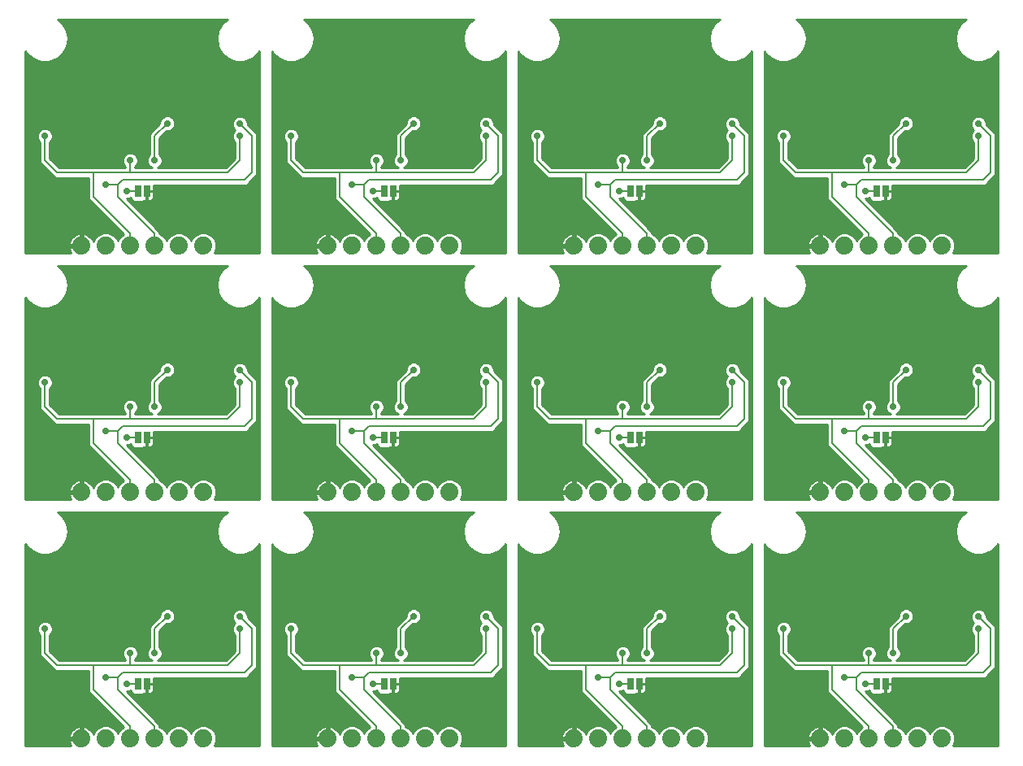
<source format=gbl>
G75*
%MOIN*%
%OFA0B0*%
%FSLAX25Y25*%
%IPPOS*%
%LPD*%
%AMOC8*
5,1,8,0,0,1.08239X$1,22.5*
%
%ADD10R,0.02500X0.05000*%
%ADD11C,0.07400*%
%ADD12C,0.02900*%
%ADD13C,0.00700*%
%ADD14C,0.01000*%
D10*
X0102743Y0062465D03*
X0106286Y0062465D03*
X0203748Y0062465D03*
X0207291Y0062465D03*
X0304752Y0062465D03*
X0308296Y0062465D03*
X0405757Y0062465D03*
X0409300Y0062465D03*
X0409300Y0163469D03*
X0405757Y0163469D03*
X0308296Y0163469D03*
X0304752Y0163469D03*
X0207291Y0163469D03*
X0203748Y0163469D03*
X0106286Y0163469D03*
X0102743Y0163469D03*
X0102743Y0264474D03*
X0106286Y0264474D03*
X0203748Y0264474D03*
X0207291Y0264474D03*
X0304752Y0264474D03*
X0308296Y0264474D03*
X0405757Y0264474D03*
X0409300Y0264474D03*
D11*
X0412529Y0241974D03*
X0422529Y0241974D03*
X0432529Y0241974D03*
X0402529Y0241974D03*
X0392529Y0241974D03*
X0382529Y0241974D03*
X0331524Y0241974D03*
X0321524Y0241974D03*
X0311524Y0241974D03*
X0301524Y0241974D03*
X0291524Y0241974D03*
X0281524Y0241974D03*
X0230519Y0241974D03*
X0220519Y0241974D03*
X0210519Y0241974D03*
X0200519Y0241974D03*
X0190519Y0241974D03*
X0180519Y0241974D03*
X0129514Y0241974D03*
X0119514Y0241974D03*
X0109514Y0241974D03*
X0099514Y0241974D03*
X0089514Y0241974D03*
X0079514Y0241974D03*
X0079514Y0140969D03*
X0089514Y0140969D03*
X0099514Y0140969D03*
X0109514Y0140969D03*
X0119514Y0140969D03*
X0129514Y0140969D03*
X0180519Y0140969D03*
X0190519Y0140969D03*
X0200519Y0140969D03*
X0210519Y0140969D03*
X0220519Y0140969D03*
X0230519Y0140969D03*
X0281524Y0140969D03*
X0291524Y0140969D03*
X0301524Y0140969D03*
X0311524Y0140969D03*
X0321524Y0140969D03*
X0331524Y0140969D03*
X0382529Y0140969D03*
X0392529Y0140969D03*
X0402529Y0140969D03*
X0412529Y0140969D03*
X0422529Y0140969D03*
X0432529Y0140969D03*
X0432529Y0039965D03*
X0422529Y0039965D03*
X0412529Y0039965D03*
X0402529Y0039965D03*
X0392529Y0039965D03*
X0382529Y0039965D03*
X0331524Y0039965D03*
X0321524Y0039965D03*
X0311524Y0039965D03*
X0301524Y0039965D03*
X0291524Y0039965D03*
X0281524Y0039965D03*
X0230519Y0039965D03*
X0220519Y0039965D03*
X0210519Y0039965D03*
X0200519Y0039965D03*
X0190519Y0039965D03*
X0180519Y0039965D03*
X0129514Y0039965D03*
X0119514Y0039965D03*
X0109514Y0039965D03*
X0099514Y0039965D03*
X0089514Y0039965D03*
X0079514Y0039965D03*
D12*
X0098014Y0062465D03*
X0089514Y0064965D03*
X0094514Y0074965D03*
X0099514Y0074965D03*
X0109514Y0074965D03*
X0124514Y0074965D03*
X0114764Y0090215D03*
X0134514Y0104965D03*
X0144514Y0089965D03*
X0144514Y0084965D03*
X0165519Y0084965D03*
X0183019Y0082465D03*
X0183019Y0092965D03*
X0195519Y0074965D03*
X0200519Y0074965D03*
X0210519Y0074965D03*
X0225519Y0074965D03*
X0215769Y0090215D03*
X0235519Y0104965D03*
X0245519Y0089965D03*
X0245519Y0084965D03*
X0266524Y0084965D03*
X0284024Y0082465D03*
X0284024Y0092965D03*
X0296524Y0074965D03*
X0301524Y0074965D03*
X0311524Y0074965D03*
X0326524Y0074965D03*
X0316774Y0090215D03*
X0336524Y0104965D03*
X0346524Y0089965D03*
X0346524Y0084965D03*
X0367529Y0084965D03*
X0385029Y0082465D03*
X0397529Y0074965D03*
X0402529Y0074965D03*
X0412529Y0074965D03*
X0427529Y0074965D03*
X0417779Y0090215D03*
X0437529Y0104965D03*
X0447529Y0089965D03*
X0447529Y0084965D03*
X0427529Y0059965D03*
X0401029Y0062465D03*
X0392529Y0064965D03*
X0385029Y0092965D03*
X0326524Y0059965D03*
X0300024Y0062465D03*
X0291524Y0064965D03*
X0225519Y0059965D03*
X0199019Y0062465D03*
X0190519Y0064965D03*
X0124514Y0059965D03*
X0082014Y0082465D03*
X0082014Y0092965D03*
X0064514Y0084965D03*
X0124514Y0160969D03*
X0124514Y0175969D03*
X0109514Y0175969D03*
X0099514Y0175969D03*
X0094514Y0175969D03*
X0089514Y0165969D03*
X0098014Y0163469D03*
X0082014Y0183469D03*
X0082014Y0193969D03*
X0064514Y0185969D03*
X0114764Y0191219D03*
X0134514Y0205969D03*
X0144514Y0190969D03*
X0144514Y0185969D03*
X0165519Y0185969D03*
X0183019Y0183469D03*
X0183019Y0193969D03*
X0195519Y0175969D03*
X0200519Y0175969D03*
X0210519Y0175969D03*
X0225519Y0175969D03*
X0225519Y0160969D03*
X0199019Y0163469D03*
X0190519Y0165969D03*
X0215769Y0191219D03*
X0235519Y0205969D03*
X0245519Y0190969D03*
X0245519Y0185969D03*
X0266524Y0185969D03*
X0284024Y0183469D03*
X0284024Y0193969D03*
X0296524Y0175969D03*
X0301524Y0175969D03*
X0311524Y0175969D03*
X0326524Y0175969D03*
X0346524Y0185969D03*
X0346524Y0190969D03*
X0336524Y0205969D03*
X0316774Y0191219D03*
X0291524Y0165969D03*
X0300024Y0163469D03*
X0326524Y0160969D03*
X0367529Y0185969D03*
X0385029Y0183469D03*
X0397529Y0175969D03*
X0402529Y0175969D03*
X0412529Y0175969D03*
X0427529Y0175969D03*
X0427529Y0160969D03*
X0401029Y0163469D03*
X0392529Y0165969D03*
X0417779Y0191219D03*
X0437529Y0205969D03*
X0447529Y0190969D03*
X0447529Y0185969D03*
X0385029Y0193969D03*
X0427529Y0261974D03*
X0427529Y0276974D03*
X0412529Y0276974D03*
X0402529Y0276974D03*
X0397529Y0276974D03*
X0385029Y0284474D03*
X0385029Y0294974D03*
X0367529Y0286974D03*
X0346524Y0286974D03*
X0346524Y0291974D03*
X0336524Y0306974D03*
X0316774Y0292224D03*
X0311524Y0276974D03*
X0301524Y0276974D03*
X0296524Y0276974D03*
X0291524Y0266974D03*
X0300024Y0264474D03*
X0284024Y0284474D03*
X0284024Y0294974D03*
X0266524Y0286974D03*
X0245519Y0286974D03*
X0245519Y0291974D03*
X0235519Y0306974D03*
X0215769Y0292224D03*
X0210519Y0276974D03*
X0200519Y0276974D03*
X0195519Y0276974D03*
X0190519Y0266974D03*
X0199019Y0264474D03*
X0183019Y0284474D03*
X0183019Y0294974D03*
X0165519Y0286974D03*
X0144514Y0286974D03*
X0144514Y0291974D03*
X0134514Y0306974D03*
X0114764Y0292224D03*
X0109514Y0276974D03*
X0099514Y0276974D03*
X0094514Y0276974D03*
X0082014Y0284474D03*
X0082014Y0294974D03*
X0064514Y0286974D03*
X0089514Y0266974D03*
X0098014Y0264474D03*
X0124514Y0261974D03*
X0124514Y0276974D03*
X0225519Y0276974D03*
X0225519Y0261974D03*
X0326524Y0261974D03*
X0326524Y0276974D03*
X0392529Y0266974D03*
X0401029Y0264474D03*
X0417779Y0292224D03*
X0437529Y0306974D03*
X0447529Y0291974D03*
X0447529Y0286974D03*
D13*
X0447529Y0276974D01*
X0442529Y0271974D01*
X0402529Y0271974D01*
X0402529Y0276974D01*
X0402529Y0271974D02*
X0387529Y0271974D01*
X0387529Y0261974D01*
X0402529Y0246974D01*
X0402529Y0241974D01*
X0412529Y0241974D02*
X0412529Y0246974D01*
X0397529Y0261974D01*
X0397529Y0266974D01*
X0392529Y0266974D01*
X0397529Y0266974D02*
X0399529Y0268974D01*
X0449529Y0268974D01*
X0452529Y0271974D01*
X0452529Y0286974D01*
X0447529Y0291974D01*
X0417779Y0292224D02*
X0412529Y0286974D01*
X0412529Y0276974D01*
X0405757Y0264474D02*
X0401029Y0264474D01*
X0387529Y0271974D02*
X0372529Y0271974D01*
X0367529Y0276974D01*
X0367529Y0286974D01*
X0351524Y0286974D02*
X0351524Y0271974D01*
X0348524Y0268974D01*
X0298524Y0268974D01*
X0296524Y0266974D01*
X0296524Y0261974D01*
X0311524Y0246974D01*
X0311524Y0241974D01*
X0301524Y0241974D02*
X0301524Y0246974D01*
X0286524Y0261974D01*
X0286524Y0271974D01*
X0271524Y0271974D01*
X0266524Y0276974D01*
X0266524Y0286974D01*
X0250519Y0286974D02*
X0250519Y0271974D01*
X0247519Y0268974D01*
X0197519Y0268974D01*
X0195519Y0266974D01*
X0195519Y0261974D01*
X0210519Y0246974D01*
X0210519Y0241974D01*
X0200519Y0241974D02*
X0200519Y0246974D01*
X0185519Y0261974D01*
X0185519Y0271974D01*
X0170519Y0271974D01*
X0165519Y0276974D01*
X0165519Y0286974D01*
X0149514Y0286974D02*
X0149514Y0271974D01*
X0146514Y0268974D01*
X0096514Y0268974D01*
X0094514Y0266974D01*
X0094514Y0261974D01*
X0109514Y0246974D01*
X0109514Y0241974D01*
X0099514Y0241974D02*
X0099514Y0246974D01*
X0084514Y0261974D01*
X0084514Y0271974D01*
X0069514Y0271974D01*
X0064514Y0276974D01*
X0064514Y0286974D01*
X0084514Y0271974D02*
X0099514Y0271974D01*
X0099514Y0276974D01*
X0099514Y0271974D02*
X0139514Y0271974D01*
X0144514Y0276974D01*
X0144514Y0286974D01*
X0144514Y0291974D02*
X0149514Y0286974D01*
X0114764Y0292224D02*
X0109514Y0286974D01*
X0109514Y0276974D01*
X0102743Y0264474D02*
X0098014Y0264474D01*
X0094514Y0266974D02*
X0089514Y0266974D01*
X0185519Y0271974D02*
X0200519Y0271974D01*
X0200519Y0276974D01*
X0200519Y0271974D02*
X0240519Y0271974D01*
X0245519Y0276974D01*
X0245519Y0286974D01*
X0245519Y0291974D02*
X0250519Y0286974D01*
X0215769Y0292224D02*
X0210519Y0286974D01*
X0210519Y0276974D01*
X0203748Y0264474D02*
X0199019Y0264474D01*
X0195519Y0266974D02*
X0190519Y0266974D01*
X0286524Y0271974D02*
X0301524Y0271974D01*
X0301524Y0276974D01*
X0301524Y0271974D02*
X0341524Y0271974D01*
X0346524Y0276974D01*
X0346524Y0286974D01*
X0346524Y0291974D02*
X0351524Y0286974D01*
X0316774Y0292224D02*
X0311524Y0286974D01*
X0311524Y0276974D01*
X0304752Y0264474D02*
X0300024Y0264474D01*
X0296524Y0266974D02*
X0291524Y0266974D01*
X0316774Y0191219D02*
X0311524Y0185969D01*
X0311524Y0175969D01*
X0301524Y0175969D02*
X0301524Y0170969D01*
X0286524Y0170969D01*
X0286524Y0160969D01*
X0301524Y0145969D01*
X0301524Y0140969D01*
X0311524Y0140969D02*
X0311524Y0145969D01*
X0296524Y0160969D01*
X0296524Y0165969D01*
X0291524Y0165969D01*
X0296524Y0165969D02*
X0298524Y0167969D01*
X0348524Y0167969D01*
X0351524Y0170969D01*
X0351524Y0185969D01*
X0346524Y0190969D01*
X0346524Y0185969D02*
X0346524Y0175969D01*
X0341524Y0170969D01*
X0301524Y0170969D01*
X0300024Y0163469D02*
X0304752Y0163469D01*
X0286524Y0170969D02*
X0271524Y0170969D01*
X0266524Y0175969D01*
X0266524Y0185969D01*
X0250519Y0185969D02*
X0250519Y0170969D01*
X0247519Y0167969D01*
X0197519Y0167969D01*
X0195519Y0165969D01*
X0195519Y0160969D01*
X0210519Y0145969D01*
X0210519Y0140969D01*
X0200519Y0140969D02*
X0200519Y0145969D01*
X0185519Y0160969D01*
X0185519Y0170969D01*
X0170519Y0170969D01*
X0165519Y0175969D01*
X0165519Y0185969D01*
X0149514Y0185969D02*
X0149514Y0170969D01*
X0146514Y0167969D01*
X0096514Y0167969D01*
X0094514Y0165969D01*
X0094514Y0160969D01*
X0109514Y0145969D01*
X0109514Y0140969D01*
X0099514Y0140969D02*
X0099514Y0145969D01*
X0084514Y0160969D01*
X0084514Y0170969D01*
X0069514Y0170969D01*
X0064514Y0175969D01*
X0064514Y0185969D01*
X0084514Y0170969D02*
X0099514Y0170969D01*
X0099514Y0175969D01*
X0099514Y0170969D02*
X0139514Y0170969D01*
X0144514Y0175969D01*
X0144514Y0185969D01*
X0144514Y0190969D02*
X0149514Y0185969D01*
X0114764Y0191219D02*
X0109514Y0185969D01*
X0109514Y0175969D01*
X0102743Y0163469D02*
X0098014Y0163469D01*
X0094514Y0165969D02*
X0089514Y0165969D01*
X0185519Y0170969D02*
X0200519Y0170969D01*
X0200519Y0175969D01*
X0200519Y0170969D02*
X0240519Y0170969D01*
X0245519Y0175969D01*
X0245519Y0185969D01*
X0245519Y0190969D02*
X0250519Y0185969D01*
X0215769Y0191219D02*
X0210519Y0185969D01*
X0210519Y0175969D01*
X0195519Y0165969D02*
X0190519Y0165969D01*
X0199019Y0163469D02*
X0203748Y0163469D01*
X0215769Y0090215D02*
X0210519Y0084965D01*
X0210519Y0074965D01*
X0200519Y0074965D02*
X0200519Y0069965D01*
X0185519Y0069965D01*
X0185519Y0059965D01*
X0200519Y0044965D01*
X0200519Y0039965D01*
X0210519Y0039965D02*
X0210519Y0044965D01*
X0195519Y0059965D01*
X0195519Y0064965D01*
X0190519Y0064965D01*
X0195519Y0064965D02*
X0197519Y0066965D01*
X0247519Y0066965D01*
X0250519Y0069965D01*
X0250519Y0084965D01*
X0245519Y0089965D01*
X0245519Y0084965D02*
X0245519Y0074965D01*
X0240519Y0069965D01*
X0200519Y0069965D01*
X0199019Y0062465D02*
X0203748Y0062465D01*
X0185519Y0069965D02*
X0170519Y0069965D01*
X0165519Y0074965D01*
X0165519Y0084965D01*
X0149514Y0084965D02*
X0149514Y0069965D01*
X0146514Y0066965D01*
X0096514Y0066965D01*
X0094514Y0064965D01*
X0094514Y0059965D01*
X0109514Y0044965D01*
X0109514Y0039965D01*
X0099514Y0039965D02*
X0099514Y0044965D01*
X0084514Y0059965D01*
X0084514Y0069965D01*
X0069514Y0069965D01*
X0064514Y0074965D01*
X0064514Y0084965D01*
X0084514Y0069965D02*
X0099514Y0069965D01*
X0099514Y0074965D01*
X0099514Y0069965D02*
X0139514Y0069965D01*
X0144514Y0074965D01*
X0144514Y0084965D01*
X0144514Y0089965D02*
X0149514Y0084965D01*
X0114764Y0090215D02*
X0109514Y0084965D01*
X0109514Y0074965D01*
X0094514Y0064965D02*
X0089514Y0064965D01*
X0098014Y0062465D02*
X0102743Y0062465D01*
X0266524Y0074965D02*
X0266524Y0084965D01*
X0266524Y0074965D02*
X0271524Y0069965D01*
X0286524Y0069965D01*
X0286524Y0059965D01*
X0301524Y0044965D01*
X0301524Y0039965D01*
X0311524Y0039965D02*
X0311524Y0044965D01*
X0296524Y0059965D01*
X0296524Y0064965D01*
X0291524Y0064965D01*
X0296524Y0064965D02*
X0298524Y0066965D01*
X0348524Y0066965D01*
X0351524Y0069965D01*
X0351524Y0084965D01*
X0346524Y0089965D01*
X0346524Y0084965D02*
X0346524Y0074965D01*
X0341524Y0069965D01*
X0301524Y0069965D01*
X0301524Y0074965D01*
X0301524Y0069965D02*
X0286524Y0069965D01*
X0300024Y0062465D02*
X0304752Y0062465D01*
X0311524Y0074965D02*
X0311524Y0084965D01*
X0316774Y0090215D01*
X0367529Y0084965D02*
X0367529Y0074965D01*
X0372529Y0069965D01*
X0387529Y0069965D01*
X0387529Y0059965D01*
X0402529Y0044965D01*
X0402529Y0039965D01*
X0412529Y0039965D02*
X0412529Y0044965D01*
X0397529Y0059965D01*
X0397529Y0064965D01*
X0392529Y0064965D01*
X0397529Y0064965D02*
X0399529Y0066965D01*
X0449529Y0066965D01*
X0452529Y0069965D01*
X0452529Y0084965D01*
X0447529Y0089965D01*
X0447529Y0084965D02*
X0447529Y0074965D01*
X0442529Y0069965D01*
X0402529Y0069965D01*
X0402529Y0074965D01*
X0402529Y0069965D02*
X0387529Y0069965D01*
X0401029Y0062465D02*
X0405757Y0062465D01*
X0412529Y0074965D02*
X0412529Y0084965D01*
X0417779Y0090215D01*
X0412529Y0140969D02*
X0412529Y0145969D01*
X0397529Y0160969D01*
X0397529Y0165969D01*
X0392529Y0165969D01*
X0397529Y0165969D02*
X0399529Y0167969D01*
X0449529Y0167969D01*
X0452529Y0170969D01*
X0452529Y0185969D01*
X0447529Y0190969D01*
X0447529Y0185969D02*
X0447529Y0175969D01*
X0442529Y0170969D01*
X0402529Y0170969D01*
X0402529Y0175969D01*
X0402529Y0170969D02*
X0387529Y0170969D01*
X0387529Y0160969D01*
X0402529Y0145969D01*
X0402529Y0140969D01*
X0401029Y0163469D02*
X0405757Y0163469D01*
X0412529Y0175969D02*
X0412529Y0185969D01*
X0417779Y0191219D01*
X0387529Y0170969D02*
X0372529Y0170969D01*
X0367529Y0175969D01*
X0367529Y0185969D01*
D14*
X0056614Y0119848D02*
X0056614Y0037065D01*
X0075194Y0037065D01*
X0075067Y0037239D01*
X0074695Y0037968D01*
X0074442Y0038747D01*
X0074329Y0039465D01*
X0079014Y0039465D01*
X0079014Y0040465D01*
X0079014Y0045150D01*
X0078297Y0045037D01*
X0077518Y0044784D01*
X0076789Y0044412D01*
X0076127Y0043931D01*
X0075548Y0043352D01*
X0075067Y0042690D01*
X0074695Y0041961D01*
X0074442Y0041182D01*
X0074329Y0040465D01*
X0079014Y0040465D01*
X0080014Y0040465D01*
X0080014Y0045150D01*
X0080732Y0045037D01*
X0081511Y0044784D01*
X0082240Y0044412D01*
X0082902Y0043931D01*
X0083481Y0043352D01*
X0083962Y0042690D01*
X0084333Y0041961D01*
X0084405Y0041740D01*
X0084937Y0043023D01*
X0086456Y0044542D01*
X0088440Y0045365D01*
X0090589Y0045365D01*
X0092573Y0044542D01*
X0094092Y0043023D01*
X0094514Y0042004D01*
X0094937Y0043023D01*
X0096456Y0044542D01*
X0096867Y0044713D01*
X0083665Y0057915D01*
X0082464Y0059115D01*
X0082464Y0067915D01*
X0068665Y0067915D01*
X0063665Y0072915D01*
X0062464Y0074115D01*
X0062464Y0082560D01*
X0061844Y0083180D01*
X0061364Y0084338D01*
X0061364Y0085591D01*
X0061844Y0086749D01*
X0062730Y0087635D01*
X0063888Y0088115D01*
X0065141Y0088115D01*
X0066299Y0087635D01*
X0067185Y0086749D01*
X0067664Y0085591D01*
X0067664Y0084338D01*
X0067185Y0083180D01*
X0066564Y0082560D01*
X0066564Y0075814D01*
X0070364Y0072015D01*
X0097464Y0072015D01*
X0097464Y0072560D01*
X0096844Y0073180D01*
X0096364Y0074338D01*
X0096364Y0075591D01*
X0096844Y0076749D01*
X0097730Y0077635D01*
X0098888Y0078115D01*
X0100141Y0078115D01*
X0101299Y0077635D01*
X0102185Y0076749D01*
X0102664Y0075591D01*
X0102664Y0074338D01*
X0102185Y0073180D01*
X0101564Y0072560D01*
X0101564Y0072015D01*
X0108405Y0072015D01*
X0107730Y0072294D01*
X0106844Y0073180D01*
X0106364Y0074338D01*
X0106364Y0075591D01*
X0106844Y0076749D01*
X0107464Y0077369D01*
X0107464Y0085814D01*
X0111614Y0089964D01*
X0111614Y0090841D01*
X0112094Y0091999D01*
X0112980Y0092885D01*
X0114138Y0093365D01*
X0115391Y0093365D01*
X0116549Y0092885D01*
X0117435Y0091999D01*
X0117914Y0090841D01*
X0117914Y0089588D01*
X0117435Y0088430D01*
X0116549Y0087544D01*
X0115391Y0087065D01*
X0114514Y0087065D01*
X0111564Y0084115D01*
X0111564Y0077369D01*
X0112185Y0076749D01*
X0112664Y0075591D01*
X0112664Y0074338D01*
X0112185Y0073180D01*
X0111299Y0072294D01*
X0110624Y0072015D01*
X0138665Y0072015D01*
X0142464Y0075814D01*
X0142464Y0082560D01*
X0141844Y0083180D01*
X0141364Y0084338D01*
X0141364Y0085591D01*
X0141844Y0086749D01*
X0142560Y0087465D01*
X0141844Y0088180D01*
X0141364Y0089338D01*
X0141364Y0090591D01*
X0141844Y0091749D01*
X0142730Y0092635D01*
X0143888Y0093115D01*
X0145141Y0093115D01*
X0146299Y0092635D01*
X0147185Y0091749D01*
X0147664Y0090591D01*
X0147664Y0089714D01*
X0150364Y0087015D01*
X0150364Y0087015D01*
X0151564Y0085814D01*
X0151564Y0069115D01*
X0148564Y0066115D01*
X0148564Y0066115D01*
X0147364Y0064915D01*
X0109036Y0064915D01*
X0109036Y0062590D01*
X0106411Y0062590D01*
X0106411Y0062340D01*
X0109036Y0062340D01*
X0109036Y0059767D01*
X0108934Y0059386D01*
X0108736Y0059044D01*
X0108457Y0058764D01*
X0108115Y0058567D01*
X0107734Y0058465D01*
X0106411Y0058465D01*
X0106411Y0062339D01*
X0106161Y0062339D01*
X0106161Y0058465D01*
X0104897Y0058465D01*
X0104697Y0058265D01*
X0100789Y0058265D01*
X0099793Y0059260D01*
X0099793Y0059792D01*
X0098641Y0059315D01*
X0098064Y0059315D01*
X0111564Y0045814D01*
X0111564Y0044960D01*
X0112573Y0044542D01*
X0114092Y0043023D01*
X0114514Y0042004D01*
X0114937Y0043023D01*
X0116456Y0044542D01*
X0118440Y0045365D01*
X0120589Y0045365D01*
X0122573Y0044542D01*
X0124092Y0043023D01*
X0124514Y0042004D01*
X0124937Y0043023D01*
X0126456Y0044542D01*
X0128440Y0045365D01*
X0130589Y0045365D01*
X0132573Y0044542D01*
X0134092Y0043023D01*
X0134914Y0041039D01*
X0134914Y0038890D01*
X0134158Y0037065D01*
X0152414Y0037065D01*
X0152414Y0119848D01*
X0151826Y0118829D01*
X0151826Y0118829D01*
X0149287Y0116698D01*
X0149287Y0116698D01*
X0146172Y0115565D01*
X0142857Y0115565D01*
X0139742Y0116698D01*
X0139742Y0116698D01*
X0137203Y0118829D01*
X0137203Y0118829D01*
X0135545Y0121700D01*
X0135545Y0121700D01*
X0134969Y0124965D01*
X0134969Y0124965D01*
X0135545Y0128229D01*
X0135545Y0128229D01*
X0137203Y0131100D01*
X0137203Y0131100D01*
X0139305Y0132865D01*
X0069723Y0132865D01*
X0071826Y0131100D01*
X0071826Y0131100D01*
X0073484Y0128229D01*
X0073484Y0128229D01*
X0074059Y0124965D01*
X0074059Y0124965D01*
X0073484Y0121700D01*
X0073484Y0121700D01*
X0071826Y0118829D01*
X0071826Y0118829D01*
X0069287Y0116698D01*
X0069287Y0116698D01*
X0066172Y0115565D01*
X0062857Y0115565D01*
X0059742Y0116698D01*
X0059742Y0116698D01*
X0057203Y0118829D01*
X0057203Y0118829D01*
X0056614Y0119848D01*
X0056614Y0119838D02*
X0056620Y0119838D01*
X0056614Y0118840D02*
X0057197Y0118840D01*
X0056614Y0117841D02*
X0058380Y0117841D01*
X0059570Y0116842D02*
X0056614Y0116842D01*
X0056614Y0115844D02*
X0062089Y0115844D01*
X0066940Y0115844D02*
X0142089Y0115844D01*
X0139570Y0116842D02*
X0069459Y0116842D01*
X0070649Y0117841D02*
X0138380Y0117841D01*
X0137197Y0118840D02*
X0071832Y0118840D01*
X0071826Y0118829D02*
X0071826Y0118829D01*
X0072409Y0119838D02*
X0136620Y0119838D01*
X0136044Y0120837D02*
X0072985Y0120837D01*
X0073508Y0121835D02*
X0135521Y0121835D01*
X0135345Y0122834D02*
X0073684Y0122834D01*
X0073860Y0123832D02*
X0135169Y0123832D01*
X0134993Y0124831D02*
X0074036Y0124831D01*
X0073907Y0125829D02*
X0135122Y0125829D01*
X0135298Y0126828D02*
X0073731Y0126828D01*
X0073555Y0127826D02*
X0135474Y0127826D01*
X0135889Y0128825D02*
X0073140Y0128825D01*
X0072564Y0129823D02*
X0136465Y0129823D01*
X0137042Y0130822D02*
X0071987Y0130822D01*
X0070968Y0131820D02*
X0138061Y0131820D01*
X0137203Y0131100D02*
X0137203Y0131100D01*
X0139251Y0132819D02*
X0069778Y0132819D01*
X0075194Y0138069D02*
X0056614Y0138069D01*
X0056614Y0220853D01*
X0057203Y0219834D01*
X0059742Y0217703D01*
X0062857Y0216569D01*
X0066172Y0216569D01*
X0069287Y0217703D01*
X0071826Y0219834D01*
X0073484Y0222705D01*
X0074059Y0225969D01*
X0073484Y0229234D01*
X0071826Y0232105D01*
X0069723Y0233869D01*
X0139305Y0233869D01*
X0137203Y0232105D01*
X0137203Y0232105D01*
X0137203Y0232105D01*
X0135545Y0229234D01*
X0135545Y0229234D01*
X0134969Y0225969D01*
X0135545Y0222705D01*
X0135545Y0222705D01*
X0137203Y0219834D01*
X0139742Y0217703D01*
X0142857Y0216569D01*
X0146172Y0216569D01*
X0149287Y0217703D01*
X0151826Y0219834D01*
X0152414Y0220853D01*
X0152414Y0138069D01*
X0134158Y0138069D01*
X0134914Y0139895D01*
X0134914Y0142043D01*
X0134092Y0144028D01*
X0132573Y0145547D01*
X0130589Y0146369D01*
X0128440Y0146369D01*
X0126456Y0145547D01*
X0124937Y0144028D01*
X0124514Y0143009D01*
X0124092Y0144028D01*
X0122573Y0145547D01*
X0120589Y0146369D01*
X0118440Y0146369D01*
X0116456Y0145547D01*
X0114937Y0144028D01*
X0114514Y0143009D01*
X0114092Y0144028D01*
X0112573Y0145547D01*
X0111564Y0145965D01*
X0111564Y0146818D01*
X0098064Y0160319D01*
X0098641Y0160319D01*
X0099793Y0160796D01*
X0099793Y0160265D01*
X0100789Y0159269D01*
X0104697Y0159269D01*
X0104897Y0159469D01*
X0106161Y0159469D01*
X0106161Y0163344D01*
X0106411Y0163344D01*
X0106411Y0159469D01*
X0107734Y0159469D01*
X0108115Y0159572D01*
X0108457Y0159769D01*
X0108736Y0160048D01*
X0108934Y0160390D01*
X0109036Y0160772D01*
X0109036Y0163344D01*
X0106411Y0163344D01*
X0106411Y0163594D01*
X0109036Y0163594D01*
X0109036Y0165919D01*
X0147364Y0165919D01*
X0148564Y0167120D01*
X0151564Y0170120D01*
X0151564Y0186818D01*
X0150364Y0188019D01*
X0147664Y0190718D01*
X0147664Y0191596D01*
X0147185Y0192754D01*
X0146299Y0193640D01*
X0145141Y0194119D01*
X0143888Y0194119D01*
X0142730Y0193640D01*
X0141844Y0192754D01*
X0141364Y0191596D01*
X0141364Y0190343D01*
X0141844Y0189185D01*
X0142560Y0188469D01*
X0141844Y0187754D01*
X0141364Y0186596D01*
X0141364Y0185343D01*
X0141844Y0184185D01*
X0142464Y0183565D01*
X0142464Y0176818D01*
X0138665Y0173019D01*
X0110624Y0173019D01*
X0111299Y0173299D01*
X0112185Y0174185D01*
X0112664Y0175343D01*
X0112664Y0176596D01*
X0112185Y0177754D01*
X0111564Y0178374D01*
X0111564Y0185120D01*
X0114514Y0188069D01*
X0115391Y0188069D01*
X0116549Y0188549D01*
X0117435Y0189435D01*
X0117914Y0190593D01*
X0117914Y0191846D01*
X0117435Y0193004D01*
X0116549Y0193890D01*
X0115391Y0194369D01*
X0114138Y0194369D01*
X0112980Y0193890D01*
X0112094Y0193004D01*
X0111614Y0191846D01*
X0111614Y0190968D01*
X0107464Y0186818D01*
X0107464Y0178374D01*
X0106844Y0177754D01*
X0106364Y0176596D01*
X0106364Y0175343D01*
X0106844Y0174185D01*
X0107730Y0173299D01*
X0108405Y0173019D01*
X0101564Y0173019D01*
X0101564Y0173565D01*
X0102185Y0174185D01*
X0102664Y0175343D01*
X0102664Y0176596D01*
X0102185Y0177754D01*
X0101299Y0178640D01*
X0100141Y0179119D01*
X0098888Y0179119D01*
X0097730Y0178640D01*
X0096844Y0177754D01*
X0096364Y0176596D01*
X0096364Y0175343D01*
X0096844Y0174185D01*
X0097464Y0173565D01*
X0097464Y0173019D01*
X0070364Y0173019D01*
X0066564Y0176818D01*
X0066564Y0183565D01*
X0067185Y0184185D01*
X0067664Y0185343D01*
X0067664Y0186596D01*
X0067185Y0187754D01*
X0066299Y0188640D01*
X0065141Y0189119D01*
X0063888Y0189119D01*
X0062730Y0188640D01*
X0061844Y0187754D01*
X0061364Y0186596D01*
X0061364Y0185343D01*
X0061844Y0184185D01*
X0062464Y0183565D01*
X0062464Y0175120D01*
X0063665Y0173919D01*
X0068665Y0168919D01*
X0082464Y0168919D01*
X0082464Y0160120D01*
X0083665Y0158919D01*
X0096867Y0145718D01*
X0096456Y0145547D01*
X0094937Y0144028D01*
X0094514Y0143009D01*
X0094092Y0144028D01*
X0092573Y0145547D01*
X0090589Y0146369D01*
X0088440Y0146369D01*
X0086456Y0145547D01*
X0084937Y0144028D01*
X0084405Y0142745D01*
X0084333Y0142965D01*
X0083962Y0143695D01*
X0083481Y0144357D01*
X0082902Y0144936D01*
X0082240Y0145417D01*
X0081511Y0145788D01*
X0080732Y0146041D01*
X0080014Y0146155D01*
X0080014Y0141469D01*
X0079014Y0141469D01*
X0079014Y0140469D01*
X0074329Y0140469D01*
X0074442Y0139752D01*
X0074695Y0138973D01*
X0075067Y0138244D01*
X0075194Y0138069D01*
X0074779Y0138810D02*
X0056614Y0138810D01*
X0056614Y0139808D02*
X0074433Y0139808D01*
X0074329Y0141469D02*
X0079014Y0141469D01*
X0079014Y0146155D01*
X0078297Y0146041D01*
X0077518Y0145788D01*
X0076789Y0145417D01*
X0076127Y0144936D01*
X0075548Y0144357D01*
X0075067Y0143695D01*
X0074695Y0142965D01*
X0074442Y0142187D01*
X0074329Y0141469D01*
X0074382Y0141805D02*
X0056614Y0141805D01*
X0056614Y0140807D02*
X0079014Y0140807D01*
X0079014Y0141805D02*
X0080014Y0141805D01*
X0080014Y0142804D02*
X0079014Y0142804D01*
X0079014Y0143802D02*
X0080014Y0143802D01*
X0080014Y0144801D02*
X0079014Y0144801D01*
X0079014Y0145799D02*
X0080014Y0145799D01*
X0081477Y0145799D02*
X0087064Y0145799D01*
X0085709Y0144801D02*
X0083037Y0144801D01*
X0083884Y0143802D02*
X0084843Y0143802D01*
X0084429Y0142804D02*
X0084386Y0142804D01*
X0091965Y0145799D02*
X0096785Y0145799D01*
X0095787Y0146798D02*
X0056614Y0146798D01*
X0056614Y0147796D02*
X0094788Y0147796D01*
X0093790Y0148795D02*
X0056614Y0148795D01*
X0056614Y0149793D02*
X0092791Y0149793D01*
X0091793Y0150792D02*
X0056614Y0150792D01*
X0056614Y0151790D02*
X0090794Y0151790D01*
X0089796Y0152789D02*
X0056614Y0152789D01*
X0056614Y0153787D02*
X0088797Y0153787D01*
X0087799Y0154786D02*
X0056614Y0154786D01*
X0056614Y0155784D02*
X0086800Y0155784D01*
X0085802Y0156783D02*
X0056614Y0156783D01*
X0056614Y0157781D02*
X0084803Y0157781D01*
X0083805Y0158780D02*
X0056614Y0158780D01*
X0056614Y0159778D02*
X0082806Y0159778D01*
X0082464Y0160777D02*
X0056614Y0160777D01*
X0056614Y0161776D02*
X0082464Y0161776D01*
X0082464Y0162774D02*
X0056614Y0162774D01*
X0056614Y0163773D02*
X0082464Y0163773D01*
X0082464Y0164771D02*
X0056614Y0164771D01*
X0056614Y0165770D02*
X0082464Y0165770D01*
X0082464Y0166768D02*
X0056614Y0166768D01*
X0056614Y0167767D02*
X0082464Y0167767D01*
X0082464Y0168765D02*
X0056614Y0168765D01*
X0056614Y0169764D02*
X0067821Y0169764D01*
X0066822Y0170762D02*
X0056614Y0170762D01*
X0056614Y0171761D02*
X0065824Y0171761D01*
X0064825Y0172759D02*
X0056614Y0172759D01*
X0056614Y0173758D02*
X0063827Y0173758D01*
X0062828Y0174756D02*
X0056614Y0174756D01*
X0056614Y0175755D02*
X0062464Y0175755D01*
X0062464Y0176753D02*
X0056614Y0176753D01*
X0056614Y0177752D02*
X0062464Y0177752D01*
X0062464Y0178750D02*
X0056614Y0178750D01*
X0056614Y0179749D02*
X0062464Y0179749D01*
X0062464Y0180747D02*
X0056614Y0180747D01*
X0056614Y0181746D02*
X0062464Y0181746D01*
X0062464Y0182744D02*
X0056614Y0182744D01*
X0056614Y0183743D02*
X0062286Y0183743D01*
X0061614Y0184741D02*
X0056614Y0184741D01*
X0056614Y0185740D02*
X0061364Y0185740D01*
X0061423Y0186738D02*
X0056614Y0186738D01*
X0056614Y0187737D02*
X0061837Y0187737D01*
X0062961Y0188735D02*
X0056614Y0188735D01*
X0056614Y0189734D02*
X0110380Y0189734D01*
X0111378Y0190732D02*
X0056614Y0190732D01*
X0056614Y0191731D02*
X0111614Y0191731D01*
X0111980Y0192729D02*
X0056614Y0192729D01*
X0056614Y0193728D02*
X0112818Y0193728D01*
X0116711Y0193728D02*
X0142943Y0193728D01*
X0141834Y0192729D02*
X0117548Y0192729D01*
X0117914Y0191731D02*
X0141420Y0191731D01*
X0141364Y0190732D02*
X0117914Y0190732D01*
X0117559Y0189734D02*
X0141617Y0189734D01*
X0142294Y0188735D02*
X0116735Y0188735D01*
X0114181Y0187737D02*
X0141837Y0187737D01*
X0141423Y0186738D02*
X0113183Y0186738D01*
X0112184Y0185740D02*
X0141364Y0185740D01*
X0141614Y0184741D02*
X0111564Y0184741D01*
X0111564Y0183743D02*
X0142286Y0183743D01*
X0142464Y0182744D02*
X0111564Y0182744D01*
X0111564Y0181746D02*
X0142464Y0181746D01*
X0142464Y0180747D02*
X0111564Y0180747D01*
X0111564Y0179749D02*
X0142464Y0179749D01*
X0142464Y0178750D02*
X0111564Y0178750D01*
X0112186Y0177752D02*
X0142464Y0177752D01*
X0142399Y0176753D02*
X0112599Y0176753D01*
X0112664Y0175755D02*
X0141401Y0175755D01*
X0140402Y0174756D02*
X0112421Y0174756D01*
X0111758Y0173758D02*
X0139404Y0173758D01*
X0148212Y0166768D02*
X0152414Y0166768D01*
X0152414Y0165770D02*
X0109036Y0165770D01*
X0109036Y0164771D02*
X0152414Y0164771D01*
X0152414Y0163773D02*
X0109036Y0163773D01*
X0109036Y0162774D02*
X0152414Y0162774D01*
X0152414Y0161776D02*
X0109036Y0161776D01*
X0109036Y0160777D02*
X0152414Y0160777D01*
X0152414Y0159778D02*
X0108467Y0159778D01*
X0106411Y0159778D02*
X0106161Y0159778D01*
X0106161Y0160777D02*
X0106411Y0160777D01*
X0106411Y0161776D02*
X0106161Y0161776D01*
X0106161Y0162774D02*
X0106411Y0162774D01*
X0100279Y0159778D02*
X0098604Y0159778D01*
X0099603Y0158780D02*
X0152414Y0158780D01*
X0152414Y0157781D02*
X0100601Y0157781D01*
X0101600Y0156783D02*
X0152414Y0156783D01*
X0152414Y0155784D02*
X0102598Y0155784D01*
X0103597Y0154786D02*
X0152414Y0154786D01*
X0152414Y0153787D02*
X0104595Y0153787D01*
X0105594Y0152789D02*
X0152414Y0152789D01*
X0152414Y0151790D02*
X0106592Y0151790D01*
X0107591Y0150792D02*
X0152414Y0150792D01*
X0152414Y0149793D02*
X0108589Y0149793D01*
X0109588Y0148795D02*
X0152414Y0148795D01*
X0152414Y0147796D02*
X0110587Y0147796D01*
X0111564Y0146798D02*
X0152414Y0146798D01*
X0152414Y0145799D02*
X0131965Y0145799D01*
X0133320Y0144801D02*
X0152414Y0144801D01*
X0152414Y0143802D02*
X0134186Y0143802D01*
X0134599Y0142804D02*
X0152414Y0142804D01*
X0152414Y0141805D02*
X0134914Y0141805D01*
X0134914Y0140807D02*
X0152414Y0140807D01*
X0152414Y0139808D02*
X0134878Y0139808D01*
X0134465Y0138810D02*
X0152414Y0138810D01*
X0157619Y0138810D02*
X0175783Y0138810D01*
X0175700Y0138973D02*
X0176072Y0138244D01*
X0176199Y0138069D01*
X0157619Y0138069D01*
X0157619Y0220853D01*
X0158207Y0219834D01*
X0160747Y0217703D01*
X0163862Y0216569D01*
X0167177Y0216569D01*
X0170292Y0217703D01*
X0172831Y0219834D01*
X0174489Y0222705D01*
X0175064Y0225969D01*
X0175064Y0225969D01*
X0174489Y0229234D01*
X0172831Y0232105D01*
X0170728Y0233869D01*
X0240310Y0233869D01*
X0238207Y0232105D01*
X0238207Y0232105D01*
X0238207Y0232105D01*
X0236550Y0229234D01*
X0235974Y0225969D01*
X0236550Y0222705D01*
X0236550Y0222705D01*
X0238207Y0219834D01*
X0240747Y0217703D01*
X0243862Y0216569D01*
X0247177Y0216569D01*
X0250292Y0217703D01*
X0252831Y0219834D01*
X0253419Y0220853D01*
X0253419Y0138069D01*
X0235163Y0138069D01*
X0235919Y0139895D01*
X0235919Y0142043D01*
X0235097Y0144028D01*
X0233578Y0145547D01*
X0231593Y0146369D01*
X0229445Y0146369D01*
X0227460Y0145547D01*
X0225941Y0144028D01*
X0225519Y0143009D01*
X0225097Y0144028D01*
X0223578Y0145547D01*
X0221593Y0146369D01*
X0219445Y0146369D01*
X0217460Y0145547D01*
X0215941Y0144028D01*
X0215519Y0143009D01*
X0215097Y0144028D01*
X0213578Y0145547D01*
X0212569Y0145965D01*
X0212569Y0146818D01*
X0199068Y0160319D01*
X0199646Y0160319D01*
X0200798Y0160796D01*
X0200798Y0160265D01*
X0201793Y0159269D01*
X0205702Y0159269D01*
X0205902Y0159469D01*
X0207166Y0159469D01*
X0207166Y0163344D01*
X0207416Y0163344D01*
X0207416Y0159469D01*
X0208738Y0159469D01*
X0209120Y0159572D01*
X0209462Y0159769D01*
X0209741Y0160048D01*
X0209939Y0160390D01*
X0210041Y0160772D01*
X0210041Y0163344D01*
X0207416Y0163344D01*
X0207416Y0163594D01*
X0210041Y0163594D01*
X0210041Y0165919D01*
X0248368Y0165919D01*
X0249569Y0167120D01*
X0252569Y0170120D01*
X0252569Y0186818D01*
X0251368Y0188019D01*
X0248669Y0190718D01*
X0248669Y0191596D01*
X0248190Y0192754D01*
X0247303Y0193640D01*
X0246146Y0194119D01*
X0244893Y0194119D01*
X0243735Y0193640D01*
X0242849Y0192754D01*
X0242369Y0191596D01*
X0242369Y0190343D01*
X0242849Y0189185D01*
X0243564Y0188469D01*
X0242849Y0187754D01*
X0242369Y0186596D01*
X0242369Y0185343D01*
X0242849Y0184185D01*
X0243469Y0183565D01*
X0243469Y0176818D01*
X0239670Y0173019D01*
X0211629Y0173019D01*
X0212303Y0173299D01*
X0213190Y0174185D01*
X0213669Y0175343D01*
X0213669Y0176596D01*
X0213190Y0177754D01*
X0212569Y0178374D01*
X0212569Y0185120D01*
X0215518Y0188069D01*
X0216396Y0188069D01*
X0217553Y0188549D01*
X0218440Y0189435D01*
X0218919Y0190593D01*
X0218919Y0191846D01*
X0218440Y0193004D01*
X0217553Y0193890D01*
X0216396Y0194369D01*
X0215143Y0194369D01*
X0213985Y0193890D01*
X0213099Y0193004D01*
X0212619Y0191846D01*
X0212619Y0190968D01*
X0208469Y0186818D01*
X0208469Y0178374D01*
X0207849Y0177754D01*
X0207369Y0176596D01*
X0207369Y0175343D01*
X0207849Y0174185D01*
X0208735Y0173299D01*
X0209410Y0173019D01*
X0202569Y0173019D01*
X0202569Y0173565D01*
X0203190Y0174185D01*
X0203669Y0175343D01*
X0203669Y0176596D01*
X0203190Y0177754D01*
X0202303Y0178640D01*
X0201146Y0179119D01*
X0199893Y0179119D01*
X0198735Y0178640D01*
X0197849Y0177754D01*
X0197369Y0176596D01*
X0197369Y0175343D01*
X0197849Y0174185D01*
X0198469Y0173565D01*
X0198469Y0173019D01*
X0171368Y0173019D01*
X0167569Y0176818D01*
X0167569Y0183565D01*
X0168190Y0184185D01*
X0168669Y0185343D01*
X0168669Y0186596D01*
X0168190Y0187754D01*
X0167303Y0188640D01*
X0166146Y0189119D01*
X0164893Y0189119D01*
X0163735Y0188640D01*
X0162849Y0187754D01*
X0162369Y0186596D01*
X0162369Y0185343D01*
X0162849Y0184185D01*
X0163469Y0183565D01*
X0163469Y0175120D01*
X0164670Y0173919D01*
X0169670Y0168919D01*
X0183469Y0168919D01*
X0183469Y0160120D01*
X0184670Y0158919D01*
X0197872Y0145718D01*
X0197460Y0145547D01*
X0195941Y0144028D01*
X0195519Y0143009D01*
X0195097Y0144028D01*
X0193578Y0145547D01*
X0191593Y0146369D01*
X0189445Y0146369D01*
X0187460Y0145547D01*
X0185941Y0144028D01*
X0185410Y0142745D01*
X0185338Y0142965D01*
X0184967Y0143695D01*
X0184485Y0144357D01*
X0183907Y0144936D01*
X0183245Y0145417D01*
X0182515Y0145788D01*
X0181737Y0146041D01*
X0181019Y0146155D01*
X0181019Y0141469D01*
X0180019Y0141469D01*
X0180019Y0140469D01*
X0175334Y0140469D01*
X0175447Y0139752D01*
X0175700Y0138973D01*
X0175438Y0139808D02*
X0157619Y0139808D01*
X0157619Y0140807D02*
X0180019Y0140807D01*
X0180019Y0141469D02*
X0175334Y0141469D01*
X0175447Y0142187D01*
X0175700Y0142965D01*
X0176072Y0143695D01*
X0176553Y0144357D01*
X0177132Y0144936D01*
X0177794Y0145417D01*
X0178523Y0145788D01*
X0179301Y0146041D01*
X0180019Y0146155D01*
X0180019Y0141469D01*
X0180019Y0141805D02*
X0181019Y0141805D01*
X0181019Y0142804D02*
X0180019Y0142804D01*
X0180019Y0143802D02*
X0181019Y0143802D01*
X0181019Y0144801D02*
X0180019Y0144801D01*
X0180019Y0145799D02*
X0181019Y0145799D01*
X0182481Y0145799D02*
X0188069Y0145799D01*
X0186714Y0144801D02*
X0184042Y0144801D01*
X0184888Y0143802D02*
X0185848Y0143802D01*
X0185434Y0142804D02*
X0185391Y0142804D01*
X0192969Y0145799D02*
X0197790Y0145799D01*
X0196791Y0146798D02*
X0157619Y0146798D01*
X0157619Y0147796D02*
X0195793Y0147796D01*
X0194794Y0148795D02*
X0157619Y0148795D01*
X0157619Y0149793D02*
X0193796Y0149793D01*
X0192797Y0150792D02*
X0157619Y0150792D01*
X0157619Y0151790D02*
X0191799Y0151790D01*
X0190800Y0152789D02*
X0157619Y0152789D01*
X0157619Y0153787D02*
X0189802Y0153787D01*
X0188803Y0154786D02*
X0157619Y0154786D01*
X0157619Y0155784D02*
X0187805Y0155784D01*
X0186806Y0156783D02*
X0157619Y0156783D01*
X0157619Y0157781D02*
X0185808Y0157781D01*
X0184809Y0158780D02*
X0157619Y0158780D01*
X0157619Y0159778D02*
X0183811Y0159778D01*
X0183469Y0160777D02*
X0157619Y0160777D01*
X0157619Y0161776D02*
X0183469Y0161776D01*
X0183469Y0162774D02*
X0157619Y0162774D01*
X0157619Y0163773D02*
X0183469Y0163773D01*
X0183469Y0164771D02*
X0157619Y0164771D01*
X0157619Y0165770D02*
X0183469Y0165770D01*
X0183469Y0166768D02*
X0157619Y0166768D01*
X0157619Y0167767D02*
X0183469Y0167767D01*
X0183469Y0168765D02*
X0157619Y0168765D01*
X0157619Y0169764D02*
X0168826Y0169764D01*
X0167827Y0170762D02*
X0157619Y0170762D01*
X0157619Y0171761D02*
X0166829Y0171761D01*
X0165830Y0172759D02*
X0157619Y0172759D01*
X0157619Y0173758D02*
X0164832Y0173758D01*
X0163833Y0174756D02*
X0157619Y0174756D01*
X0157619Y0175755D02*
X0163469Y0175755D01*
X0163469Y0176753D02*
X0157619Y0176753D01*
X0157619Y0177752D02*
X0163469Y0177752D01*
X0163469Y0178750D02*
X0157619Y0178750D01*
X0157619Y0179749D02*
X0163469Y0179749D01*
X0163469Y0180747D02*
X0157619Y0180747D01*
X0157619Y0181746D02*
X0163469Y0181746D01*
X0163469Y0182744D02*
X0157619Y0182744D01*
X0157619Y0183743D02*
X0163291Y0183743D01*
X0162618Y0184741D02*
X0157619Y0184741D01*
X0157619Y0185740D02*
X0162369Y0185740D01*
X0162428Y0186738D02*
X0157619Y0186738D01*
X0157619Y0187737D02*
X0162842Y0187737D01*
X0163966Y0188735D02*
X0157619Y0188735D01*
X0157619Y0189734D02*
X0211385Y0189734D01*
X0212383Y0190732D02*
X0157619Y0190732D01*
X0157619Y0191731D02*
X0212619Y0191731D01*
X0212985Y0192729D02*
X0157619Y0192729D01*
X0157619Y0193728D02*
X0213823Y0193728D01*
X0217715Y0193728D02*
X0243948Y0193728D01*
X0242839Y0192729D02*
X0218553Y0192729D01*
X0218919Y0191731D02*
X0242425Y0191731D01*
X0242369Y0190732D02*
X0218919Y0190732D01*
X0218563Y0189734D02*
X0242621Y0189734D01*
X0243298Y0188735D02*
X0217740Y0188735D01*
X0215186Y0187737D02*
X0242842Y0187737D01*
X0242428Y0186738D02*
X0214187Y0186738D01*
X0213189Y0185740D02*
X0242369Y0185740D01*
X0242618Y0184741D02*
X0212569Y0184741D01*
X0212569Y0183743D02*
X0243291Y0183743D01*
X0243469Y0182744D02*
X0212569Y0182744D01*
X0212569Y0181746D02*
X0243469Y0181746D01*
X0243469Y0180747D02*
X0212569Y0180747D01*
X0212569Y0179749D02*
X0243469Y0179749D01*
X0243469Y0178750D02*
X0212569Y0178750D01*
X0213190Y0177752D02*
X0243469Y0177752D01*
X0243404Y0176753D02*
X0213604Y0176753D01*
X0213669Y0175755D02*
X0242405Y0175755D01*
X0241407Y0174756D02*
X0213426Y0174756D01*
X0212762Y0173758D02*
X0240408Y0173758D01*
X0249217Y0166768D02*
X0253419Y0166768D01*
X0253419Y0165770D02*
X0210041Y0165770D01*
X0210041Y0164771D02*
X0253419Y0164771D01*
X0253419Y0163773D02*
X0210041Y0163773D01*
X0210041Y0162774D02*
X0253419Y0162774D01*
X0253419Y0161776D02*
X0210041Y0161776D01*
X0210041Y0160777D02*
X0253419Y0160777D01*
X0253419Y0159778D02*
X0209471Y0159778D01*
X0207416Y0159778D02*
X0207166Y0159778D01*
X0207166Y0160777D02*
X0207416Y0160777D01*
X0207416Y0161776D02*
X0207166Y0161776D01*
X0207166Y0162774D02*
X0207416Y0162774D01*
X0201284Y0159778D02*
X0199609Y0159778D01*
X0200608Y0158780D02*
X0253419Y0158780D01*
X0253419Y0157781D02*
X0201606Y0157781D01*
X0202605Y0156783D02*
X0253419Y0156783D01*
X0253419Y0155784D02*
X0203603Y0155784D01*
X0204602Y0154786D02*
X0253419Y0154786D01*
X0253419Y0153787D02*
X0205600Y0153787D01*
X0206599Y0152789D02*
X0253419Y0152789D01*
X0253419Y0151790D02*
X0207597Y0151790D01*
X0208596Y0150792D02*
X0253419Y0150792D01*
X0253419Y0149793D02*
X0209594Y0149793D01*
X0210593Y0148795D02*
X0253419Y0148795D01*
X0253419Y0147796D02*
X0211591Y0147796D01*
X0212569Y0146798D02*
X0253419Y0146798D01*
X0253419Y0145799D02*
X0232969Y0145799D01*
X0234324Y0144801D02*
X0253419Y0144801D01*
X0253419Y0143802D02*
X0235191Y0143802D01*
X0235604Y0142804D02*
X0253419Y0142804D01*
X0253419Y0141805D02*
X0235919Y0141805D01*
X0235919Y0140807D02*
X0253419Y0140807D01*
X0253419Y0139808D02*
X0235883Y0139808D01*
X0235470Y0138810D02*
X0253419Y0138810D01*
X0258624Y0138810D02*
X0276788Y0138810D01*
X0276705Y0138973D02*
X0277076Y0138244D01*
X0277203Y0138069D01*
X0258624Y0138069D01*
X0258624Y0220853D01*
X0259212Y0219834D01*
X0259212Y0219834D01*
X0261751Y0217703D01*
X0261751Y0217703D01*
X0264866Y0216569D01*
X0268181Y0216569D01*
X0271296Y0217703D01*
X0273836Y0219834D01*
X0275493Y0222705D01*
X0276069Y0225969D01*
X0276069Y0225969D01*
X0275493Y0229234D01*
X0273836Y0232105D01*
X0271733Y0233869D01*
X0341315Y0233869D01*
X0339212Y0232105D01*
X0339212Y0232105D01*
X0339212Y0232105D01*
X0337555Y0229234D01*
X0336979Y0225969D01*
X0337555Y0222705D01*
X0339212Y0219834D01*
X0339212Y0219834D01*
X0341751Y0217703D01*
X0341751Y0217703D01*
X0344866Y0216569D01*
X0348181Y0216569D01*
X0351296Y0217703D01*
X0351296Y0217703D01*
X0353836Y0219834D01*
X0354424Y0220853D01*
X0354424Y0138069D01*
X0336168Y0138069D01*
X0336924Y0139895D01*
X0336924Y0142043D01*
X0336102Y0144028D01*
X0334583Y0145547D01*
X0332598Y0146369D01*
X0330450Y0146369D01*
X0328465Y0145547D01*
X0326946Y0144028D01*
X0326524Y0143009D01*
X0326102Y0144028D01*
X0324583Y0145547D01*
X0322598Y0146369D01*
X0320450Y0146369D01*
X0318465Y0145547D01*
X0316946Y0144028D01*
X0316524Y0143009D01*
X0316102Y0144028D01*
X0314583Y0145547D01*
X0313574Y0145965D01*
X0313574Y0146818D01*
X0300073Y0160319D01*
X0300650Y0160319D01*
X0301802Y0160796D01*
X0301802Y0160265D01*
X0302798Y0159269D01*
X0306706Y0159269D01*
X0306906Y0159469D01*
X0308171Y0159469D01*
X0308171Y0163344D01*
X0308421Y0163344D01*
X0308421Y0163594D01*
X0311046Y0163594D01*
X0311046Y0165919D01*
X0349373Y0165919D01*
X0350574Y0167120D01*
X0353574Y0170120D01*
X0353574Y0186818D01*
X0352373Y0188019D01*
X0349674Y0190718D01*
X0349674Y0191596D01*
X0349194Y0192754D01*
X0348308Y0193640D01*
X0347150Y0194119D01*
X0345897Y0194119D01*
X0344740Y0193640D01*
X0343853Y0192754D01*
X0343374Y0191596D01*
X0343374Y0190343D01*
X0343853Y0189185D01*
X0344569Y0188469D01*
X0343853Y0187754D01*
X0343374Y0186596D01*
X0343374Y0185343D01*
X0343853Y0184185D01*
X0344474Y0183565D01*
X0344474Y0176818D01*
X0340675Y0173019D01*
X0312633Y0173019D01*
X0313308Y0173299D01*
X0314194Y0174185D01*
X0314674Y0175343D01*
X0314674Y0176596D01*
X0314194Y0177754D01*
X0313574Y0178374D01*
X0313574Y0185120D01*
X0316523Y0188069D01*
X0317400Y0188069D01*
X0318558Y0188549D01*
X0319444Y0189435D01*
X0319924Y0190593D01*
X0319924Y0191846D01*
X0319444Y0193004D01*
X0318558Y0193890D01*
X0317400Y0194369D01*
X0316147Y0194369D01*
X0314990Y0193890D01*
X0314103Y0193004D01*
X0313624Y0191846D01*
X0313624Y0190968D01*
X0309474Y0186818D01*
X0309474Y0178374D01*
X0308853Y0177754D01*
X0308374Y0176596D01*
X0308374Y0175343D01*
X0308853Y0174185D01*
X0309740Y0173299D01*
X0310415Y0173019D01*
X0303574Y0173019D01*
X0303574Y0173565D01*
X0304194Y0174185D01*
X0304674Y0175343D01*
X0304674Y0176596D01*
X0304194Y0177754D01*
X0303308Y0178640D01*
X0302150Y0179119D01*
X0300897Y0179119D01*
X0299740Y0178640D01*
X0298853Y0177754D01*
X0298374Y0176596D01*
X0298374Y0175343D01*
X0298853Y0174185D01*
X0299474Y0173565D01*
X0299474Y0173019D01*
X0272373Y0173019D01*
X0268574Y0176818D01*
X0268574Y0183565D01*
X0269194Y0184185D01*
X0269674Y0185343D01*
X0269674Y0186596D01*
X0269194Y0187754D01*
X0268308Y0188640D01*
X0267150Y0189119D01*
X0265897Y0189119D01*
X0264740Y0188640D01*
X0263853Y0187754D01*
X0263374Y0186596D01*
X0263374Y0185343D01*
X0263853Y0184185D01*
X0264474Y0183565D01*
X0264474Y0175120D01*
X0265675Y0173919D01*
X0270675Y0168919D01*
X0284474Y0168919D01*
X0284474Y0160120D01*
X0285675Y0158919D01*
X0298876Y0145718D01*
X0298465Y0145547D01*
X0296946Y0144028D01*
X0296524Y0143009D01*
X0296102Y0144028D01*
X0294583Y0145547D01*
X0292598Y0146369D01*
X0290450Y0146369D01*
X0288465Y0145547D01*
X0286946Y0144028D01*
X0286414Y0142745D01*
X0286343Y0142965D01*
X0285971Y0143695D01*
X0285490Y0144357D01*
X0284911Y0144936D01*
X0284249Y0145417D01*
X0283520Y0145788D01*
X0282742Y0146041D01*
X0282024Y0146155D01*
X0282024Y0141469D01*
X0281024Y0141469D01*
X0281024Y0140469D01*
X0276338Y0140469D01*
X0276452Y0139752D01*
X0276705Y0138973D01*
X0276443Y0139808D02*
X0258624Y0139808D01*
X0258624Y0140807D02*
X0281024Y0140807D01*
X0281024Y0141469D02*
X0276338Y0141469D01*
X0276452Y0142187D01*
X0276705Y0142965D01*
X0277076Y0143695D01*
X0277558Y0144357D01*
X0278136Y0144936D01*
X0278798Y0145417D01*
X0279528Y0145788D01*
X0280306Y0146041D01*
X0281024Y0146155D01*
X0281024Y0141469D01*
X0281024Y0141805D02*
X0282024Y0141805D01*
X0282024Y0142804D02*
X0281024Y0142804D01*
X0281024Y0143802D02*
X0282024Y0143802D01*
X0282024Y0144801D02*
X0281024Y0144801D01*
X0281024Y0145799D02*
X0282024Y0145799D01*
X0283486Y0145799D02*
X0289074Y0145799D01*
X0287719Y0144801D02*
X0285046Y0144801D01*
X0285893Y0143802D02*
X0286852Y0143802D01*
X0286439Y0142804D02*
X0286395Y0142804D01*
X0279562Y0145799D02*
X0258624Y0145799D01*
X0258624Y0144801D02*
X0278002Y0144801D01*
X0277155Y0143802D02*
X0258624Y0143802D01*
X0258624Y0142804D02*
X0276652Y0142804D01*
X0276391Y0141805D02*
X0258624Y0141805D01*
X0258624Y0146798D02*
X0297796Y0146798D01*
X0296798Y0147796D02*
X0258624Y0147796D01*
X0258624Y0148795D02*
X0295799Y0148795D01*
X0294801Y0149793D02*
X0258624Y0149793D01*
X0258624Y0150792D02*
X0293802Y0150792D01*
X0292804Y0151790D02*
X0258624Y0151790D01*
X0258624Y0152789D02*
X0291805Y0152789D01*
X0290807Y0153787D02*
X0258624Y0153787D01*
X0258624Y0154786D02*
X0289808Y0154786D01*
X0288810Y0155784D02*
X0258624Y0155784D01*
X0258624Y0156783D02*
X0287811Y0156783D01*
X0286813Y0157781D02*
X0258624Y0157781D01*
X0258624Y0158780D02*
X0285814Y0158780D01*
X0284816Y0159778D02*
X0258624Y0159778D01*
X0258624Y0160777D02*
X0284474Y0160777D01*
X0284474Y0161776D02*
X0258624Y0161776D01*
X0258624Y0162774D02*
X0284474Y0162774D01*
X0284474Y0163773D02*
X0258624Y0163773D01*
X0258624Y0164771D02*
X0284474Y0164771D01*
X0284474Y0165770D02*
X0258624Y0165770D01*
X0258624Y0166768D02*
X0284474Y0166768D01*
X0284474Y0167767D02*
X0258624Y0167767D01*
X0258624Y0168765D02*
X0284474Y0168765D01*
X0271635Y0173758D02*
X0299281Y0173758D01*
X0298617Y0174756D02*
X0270636Y0174756D01*
X0269638Y0175755D02*
X0298374Y0175755D01*
X0298439Y0176753D02*
X0268639Y0176753D01*
X0268574Y0177752D02*
X0298853Y0177752D01*
X0300006Y0178750D02*
X0268574Y0178750D01*
X0268574Y0179749D02*
X0309474Y0179749D01*
X0309474Y0180747D02*
X0268574Y0180747D01*
X0268574Y0181746D02*
X0309474Y0181746D01*
X0309474Y0182744D02*
X0268574Y0182744D01*
X0268752Y0183743D02*
X0309474Y0183743D01*
X0309474Y0184741D02*
X0269425Y0184741D01*
X0269674Y0185740D02*
X0309474Y0185740D01*
X0309474Y0186738D02*
X0269615Y0186738D01*
X0269201Y0187737D02*
X0310392Y0187737D01*
X0311391Y0188735D02*
X0268077Y0188735D01*
X0264970Y0188735D02*
X0258624Y0188735D01*
X0258624Y0187737D02*
X0263846Y0187737D01*
X0263433Y0186738D02*
X0258624Y0186738D01*
X0258624Y0185740D02*
X0263374Y0185740D01*
X0263623Y0184741D02*
X0258624Y0184741D01*
X0258624Y0183743D02*
X0264296Y0183743D01*
X0264474Y0182744D02*
X0258624Y0182744D01*
X0258624Y0181746D02*
X0264474Y0181746D01*
X0264474Y0180747D02*
X0258624Y0180747D01*
X0258624Y0179749D02*
X0264474Y0179749D01*
X0264474Y0178750D02*
X0258624Y0178750D01*
X0258624Y0177752D02*
X0264474Y0177752D01*
X0264474Y0176753D02*
X0258624Y0176753D01*
X0258624Y0175755D02*
X0264474Y0175755D01*
X0264838Y0174756D02*
X0258624Y0174756D01*
X0258624Y0173758D02*
X0265836Y0173758D01*
X0266835Y0172759D02*
X0258624Y0172759D01*
X0258624Y0171761D02*
X0267833Y0171761D01*
X0268832Y0170762D02*
X0258624Y0170762D01*
X0258624Y0169764D02*
X0269830Y0169764D01*
X0253419Y0169764D02*
X0252213Y0169764D01*
X0252569Y0170762D02*
X0253419Y0170762D01*
X0253419Y0171761D02*
X0252569Y0171761D01*
X0252569Y0172759D02*
X0253419Y0172759D01*
X0253419Y0173758D02*
X0252569Y0173758D01*
X0252569Y0174756D02*
X0253419Y0174756D01*
X0253419Y0175755D02*
X0252569Y0175755D01*
X0252569Y0176753D02*
X0253419Y0176753D01*
X0253419Y0177752D02*
X0252569Y0177752D01*
X0252569Y0178750D02*
X0253419Y0178750D01*
X0253419Y0179749D02*
X0252569Y0179749D01*
X0252569Y0180747D02*
X0253419Y0180747D01*
X0253419Y0181746D02*
X0252569Y0181746D01*
X0252569Y0182744D02*
X0253419Y0182744D01*
X0253419Y0183743D02*
X0252569Y0183743D01*
X0252569Y0184741D02*
X0253419Y0184741D01*
X0253419Y0185740D02*
X0252569Y0185740D01*
X0252569Y0186738D02*
X0253419Y0186738D01*
X0253419Y0187737D02*
X0251651Y0187737D01*
X0250652Y0188735D02*
X0253419Y0188735D01*
X0253419Y0189734D02*
X0249654Y0189734D01*
X0248669Y0190732D02*
X0253419Y0190732D01*
X0253419Y0191731D02*
X0248613Y0191731D01*
X0248200Y0192729D02*
X0253419Y0192729D01*
X0253419Y0193728D02*
X0247091Y0193728D01*
X0253419Y0194726D02*
X0157619Y0194726D01*
X0157619Y0195725D02*
X0253419Y0195725D01*
X0253419Y0196723D02*
X0157619Y0196723D01*
X0157619Y0197722D02*
X0253419Y0197722D01*
X0253419Y0198720D02*
X0157619Y0198720D01*
X0157619Y0199719D02*
X0253419Y0199719D01*
X0253419Y0200717D02*
X0157619Y0200717D01*
X0157619Y0201716D02*
X0253419Y0201716D01*
X0253419Y0202714D02*
X0157619Y0202714D01*
X0157619Y0203713D02*
X0253419Y0203713D01*
X0253419Y0204711D02*
X0157619Y0204711D01*
X0157619Y0205710D02*
X0253419Y0205710D01*
X0253419Y0206709D02*
X0157619Y0206709D01*
X0157619Y0207707D02*
X0253419Y0207707D01*
X0253419Y0208706D02*
X0157619Y0208706D01*
X0157619Y0209704D02*
X0253419Y0209704D01*
X0253419Y0210703D02*
X0157619Y0210703D01*
X0157619Y0211701D02*
X0253419Y0211701D01*
X0253419Y0212700D02*
X0157619Y0212700D01*
X0157619Y0213698D02*
X0253419Y0213698D01*
X0253419Y0214697D02*
X0157619Y0214697D01*
X0157619Y0215695D02*
X0253419Y0215695D01*
X0253419Y0216694D02*
X0247518Y0216694D01*
X0250262Y0217692D02*
X0253419Y0217692D01*
X0253419Y0218691D02*
X0251469Y0218691D01*
X0250292Y0217703D02*
X0250292Y0217703D01*
X0252659Y0219689D02*
X0253419Y0219689D01*
X0252831Y0219834D02*
X0252831Y0219834D01*
X0252831Y0219834D01*
X0253324Y0220688D02*
X0253419Y0220688D01*
X0258624Y0220688D02*
X0258719Y0220688D01*
X0258624Y0219689D02*
X0259384Y0219689D01*
X0258624Y0218691D02*
X0260574Y0218691D01*
X0261781Y0217692D02*
X0258624Y0217692D01*
X0258624Y0216694D02*
X0264525Y0216694D01*
X0268523Y0216694D02*
X0344525Y0216694D01*
X0341781Y0217692D02*
X0271266Y0217692D01*
X0272473Y0218691D02*
X0340574Y0218691D01*
X0339384Y0219689D02*
X0273663Y0219689D01*
X0273836Y0219834D02*
X0273836Y0219834D01*
X0273836Y0219834D01*
X0274329Y0220688D02*
X0338719Y0220688D01*
X0338143Y0221686D02*
X0274905Y0221686D01*
X0275482Y0222685D02*
X0337566Y0222685D01*
X0337555Y0222705D02*
X0337555Y0222705D01*
X0337382Y0223683D02*
X0275666Y0223683D01*
X0275493Y0222705D02*
X0275493Y0222705D01*
X0275842Y0224682D02*
X0337206Y0224682D01*
X0337030Y0225680D02*
X0276018Y0225680D01*
X0275944Y0226679D02*
X0337104Y0226679D01*
X0336979Y0225969D02*
X0336979Y0225969D01*
X0337280Y0227677D02*
X0275768Y0227677D01*
X0275592Y0228676D02*
X0337456Y0228676D01*
X0337555Y0229234D02*
X0337555Y0229234D01*
X0337809Y0229674D02*
X0275239Y0229674D01*
X0275493Y0229234D02*
X0275493Y0229234D01*
X0274662Y0230673D02*
X0338385Y0230673D01*
X0338962Y0231671D02*
X0274086Y0231671D01*
X0273836Y0232105D02*
X0273836Y0232105D01*
X0273162Y0232670D02*
X0339885Y0232670D01*
X0341075Y0233668D02*
X0271972Y0233668D01*
X0277203Y0239074D02*
X0258624Y0239074D01*
X0258624Y0321857D01*
X0259212Y0320839D01*
X0259212Y0320839D01*
X0261751Y0318708D01*
X0264866Y0317574D01*
X0268181Y0317574D01*
X0271296Y0318708D01*
X0271296Y0318708D01*
X0273836Y0320839D01*
X0275493Y0323709D01*
X0275493Y0323709D01*
X0276069Y0326974D01*
X0275493Y0330239D01*
X0273836Y0333109D01*
X0273836Y0333109D01*
X0271733Y0334874D01*
X0341315Y0334874D01*
X0339212Y0333109D01*
X0337555Y0330239D01*
X0337555Y0330239D01*
X0336979Y0326974D01*
X0337555Y0323709D01*
X0339212Y0320839D01*
X0339212Y0320839D01*
X0341751Y0318708D01*
X0341751Y0318708D01*
X0344866Y0317574D01*
X0348181Y0317574D01*
X0351296Y0318708D01*
X0351296Y0318708D01*
X0353836Y0320839D01*
X0354424Y0321857D01*
X0354424Y0239074D01*
X0336168Y0239074D01*
X0336924Y0240900D01*
X0336924Y0243048D01*
X0336102Y0245033D01*
X0334583Y0246552D01*
X0332598Y0247374D01*
X0330450Y0247374D01*
X0328465Y0246552D01*
X0326946Y0245033D01*
X0326524Y0244014D01*
X0326102Y0245033D01*
X0324583Y0246552D01*
X0322598Y0247374D01*
X0320450Y0247374D01*
X0318465Y0246552D01*
X0316946Y0245033D01*
X0316524Y0244014D01*
X0316102Y0245033D01*
X0314583Y0246552D01*
X0313574Y0246970D01*
X0313574Y0247823D01*
X0300073Y0261324D01*
X0300650Y0261324D01*
X0301802Y0261801D01*
X0301802Y0261270D01*
X0302798Y0260274D01*
X0306706Y0260274D01*
X0306906Y0260474D01*
X0308171Y0260474D01*
X0308171Y0264349D01*
X0308421Y0264349D01*
X0308421Y0264599D01*
X0311046Y0264599D01*
X0311046Y0266924D01*
X0349373Y0266924D01*
X0350574Y0268125D01*
X0353574Y0271125D01*
X0353574Y0287823D01*
X0352373Y0289024D01*
X0349674Y0291723D01*
X0349674Y0292601D01*
X0349194Y0293758D01*
X0348308Y0294644D01*
X0347150Y0295124D01*
X0345897Y0295124D01*
X0344740Y0294644D01*
X0343853Y0293758D01*
X0343374Y0292601D01*
X0343374Y0291347D01*
X0343853Y0290190D01*
X0344569Y0289474D01*
X0343853Y0288758D01*
X0343374Y0287601D01*
X0343374Y0286347D01*
X0343853Y0285190D01*
X0344474Y0284569D01*
X0344474Y0277823D01*
X0340675Y0274024D01*
X0312633Y0274024D01*
X0313308Y0274304D01*
X0314194Y0275190D01*
X0314674Y0276347D01*
X0314674Y0277601D01*
X0314194Y0278758D01*
X0313574Y0279379D01*
X0313574Y0286125D01*
X0316523Y0289074D01*
X0317400Y0289074D01*
X0318558Y0289554D01*
X0319444Y0290440D01*
X0319924Y0291597D01*
X0319924Y0292851D01*
X0319444Y0294008D01*
X0318558Y0294894D01*
X0317400Y0295374D01*
X0316147Y0295374D01*
X0314990Y0294894D01*
X0314103Y0294008D01*
X0313624Y0292851D01*
X0313624Y0291973D01*
X0309474Y0287823D01*
X0309474Y0279379D01*
X0308853Y0278758D01*
X0308374Y0277601D01*
X0308374Y0276347D01*
X0308853Y0275190D01*
X0309740Y0274304D01*
X0310415Y0274024D01*
X0303574Y0274024D01*
X0303574Y0274569D01*
X0304194Y0275190D01*
X0304674Y0276347D01*
X0304674Y0277601D01*
X0304194Y0278758D01*
X0303308Y0279644D01*
X0302150Y0280124D01*
X0300897Y0280124D01*
X0299740Y0279644D01*
X0298853Y0278758D01*
X0298374Y0277601D01*
X0298374Y0276347D01*
X0298853Y0275190D01*
X0299474Y0274569D01*
X0299474Y0274024D01*
X0272373Y0274024D01*
X0268574Y0277823D01*
X0268574Y0284569D01*
X0269194Y0285190D01*
X0269674Y0286347D01*
X0269674Y0287601D01*
X0269194Y0288758D01*
X0268308Y0289644D01*
X0267150Y0290124D01*
X0265897Y0290124D01*
X0264740Y0289644D01*
X0263853Y0288758D01*
X0263374Y0287601D01*
X0263374Y0286347D01*
X0263853Y0285190D01*
X0264474Y0284569D01*
X0264474Y0276125D01*
X0265675Y0274924D01*
X0270675Y0269924D01*
X0284474Y0269924D01*
X0284474Y0261125D01*
X0285675Y0259924D01*
X0298876Y0246722D01*
X0298465Y0246552D01*
X0296946Y0245033D01*
X0296524Y0244014D01*
X0296102Y0245033D01*
X0294583Y0246552D01*
X0292598Y0247374D01*
X0290450Y0247374D01*
X0288465Y0246552D01*
X0286946Y0245033D01*
X0286414Y0243750D01*
X0286343Y0243970D01*
X0285971Y0244699D01*
X0285490Y0245362D01*
X0284911Y0245940D01*
X0284249Y0246421D01*
X0283520Y0246793D01*
X0282742Y0247046D01*
X0282024Y0247160D01*
X0282024Y0242474D01*
X0281024Y0242474D01*
X0281024Y0247160D01*
X0280306Y0247046D01*
X0279528Y0246793D01*
X0278798Y0246421D01*
X0278136Y0245940D01*
X0277558Y0245362D01*
X0277076Y0244699D01*
X0276705Y0243970D01*
X0276452Y0243192D01*
X0276338Y0242474D01*
X0281024Y0242474D01*
X0281024Y0241474D01*
X0276338Y0241474D01*
X0276452Y0240756D01*
X0276705Y0239978D01*
X0277076Y0239249D01*
X0277203Y0239074D01*
X0276867Y0239659D02*
X0258624Y0239659D01*
X0258624Y0240658D02*
X0276484Y0240658D01*
X0276367Y0242655D02*
X0258624Y0242655D01*
X0258624Y0243653D02*
X0276602Y0243653D01*
X0277052Y0244652D02*
X0258624Y0244652D01*
X0258624Y0245650D02*
X0277846Y0245650D01*
X0279245Y0246649D02*
X0258624Y0246649D01*
X0258624Y0247647D02*
X0297951Y0247647D01*
X0298699Y0246649D02*
X0294348Y0246649D01*
X0295484Y0245650D02*
X0297564Y0245650D01*
X0296788Y0244652D02*
X0296260Y0244652D01*
X0296953Y0248646D02*
X0258624Y0248646D01*
X0258624Y0249645D02*
X0295954Y0249645D01*
X0294956Y0250643D02*
X0258624Y0250643D01*
X0258624Y0251642D02*
X0293957Y0251642D01*
X0292959Y0252640D02*
X0258624Y0252640D01*
X0258624Y0253639D02*
X0291960Y0253639D01*
X0290962Y0254637D02*
X0258624Y0254637D01*
X0258624Y0255636D02*
X0289963Y0255636D01*
X0288965Y0256634D02*
X0258624Y0256634D01*
X0258624Y0257633D02*
X0287966Y0257633D01*
X0286968Y0258631D02*
X0258624Y0258631D01*
X0258624Y0259630D02*
X0285969Y0259630D01*
X0284971Y0260628D02*
X0258624Y0260628D01*
X0258624Y0261627D02*
X0284474Y0261627D01*
X0284474Y0262625D02*
X0258624Y0262625D01*
X0258624Y0263624D02*
X0284474Y0263624D01*
X0284474Y0264622D02*
X0258624Y0264622D01*
X0258624Y0265621D02*
X0284474Y0265621D01*
X0284474Y0266619D02*
X0258624Y0266619D01*
X0258624Y0267618D02*
X0284474Y0267618D01*
X0284474Y0268616D02*
X0258624Y0268616D01*
X0258624Y0269615D02*
X0284474Y0269615D01*
X0271790Y0274607D02*
X0299436Y0274607D01*
X0298681Y0275606D02*
X0270791Y0275606D01*
X0269793Y0276604D02*
X0298374Y0276604D01*
X0298375Y0277603D02*
X0268794Y0277603D01*
X0268574Y0278601D02*
X0298788Y0278601D01*
X0299695Y0279600D02*
X0268574Y0279600D01*
X0268574Y0280598D02*
X0309474Y0280598D01*
X0309474Y0279600D02*
X0303353Y0279600D01*
X0304259Y0278601D02*
X0308788Y0278601D01*
X0308375Y0277603D02*
X0304673Y0277603D01*
X0304674Y0276604D02*
X0308374Y0276604D01*
X0308681Y0275606D02*
X0304367Y0275606D01*
X0303612Y0274607D02*
X0309436Y0274607D01*
X0313612Y0274607D02*
X0341258Y0274607D01*
X0342257Y0275606D02*
X0314367Y0275606D01*
X0314674Y0276604D02*
X0343255Y0276604D01*
X0344254Y0277603D02*
X0314673Y0277603D01*
X0314259Y0278601D02*
X0344474Y0278601D01*
X0344474Y0279600D02*
X0313574Y0279600D01*
X0313574Y0280598D02*
X0344474Y0280598D01*
X0344474Y0281597D02*
X0313574Y0281597D01*
X0313574Y0282595D02*
X0344474Y0282595D01*
X0344474Y0283594D02*
X0313574Y0283594D01*
X0313574Y0284592D02*
X0344451Y0284592D01*
X0343687Y0285591D02*
X0313574Y0285591D01*
X0314038Y0286589D02*
X0343374Y0286589D01*
X0343374Y0287588D02*
X0315037Y0287588D01*
X0316035Y0288586D02*
X0343782Y0288586D01*
X0344458Y0289585D02*
X0318590Y0289585D01*
X0319504Y0290583D02*
X0343690Y0290583D01*
X0343374Y0291582D02*
X0319917Y0291582D01*
X0319924Y0292580D02*
X0343374Y0292580D01*
X0343779Y0293579D02*
X0319622Y0293579D01*
X0318875Y0294578D02*
X0344673Y0294578D01*
X0348375Y0294578D02*
X0354424Y0294578D01*
X0354424Y0295576D02*
X0258624Y0295576D01*
X0258624Y0294578D02*
X0314673Y0294578D01*
X0313926Y0293579D02*
X0258624Y0293579D01*
X0258624Y0292580D02*
X0313624Y0292580D01*
X0313233Y0291582D02*
X0258624Y0291582D01*
X0258624Y0290583D02*
X0312234Y0290583D01*
X0311236Y0289585D02*
X0268368Y0289585D01*
X0269266Y0288586D02*
X0310237Y0288586D01*
X0309474Y0287588D02*
X0269674Y0287588D01*
X0269674Y0286589D02*
X0309474Y0286589D01*
X0309474Y0285591D02*
X0269361Y0285591D01*
X0268597Y0284592D02*
X0309474Y0284592D01*
X0309474Y0283594D02*
X0268574Y0283594D01*
X0268574Y0282595D02*
X0309474Y0282595D01*
X0309474Y0281597D02*
X0268574Y0281597D01*
X0264474Y0281597D02*
X0258624Y0281597D01*
X0258624Y0282595D02*
X0264474Y0282595D01*
X0264474Y0283594D02*
X0258624Y0283594D01*
X0258624Y0284592D02*
X0264451Y0284592D01*
X0263687Y0285591D02*
X0258624Y0285591D01*
X0258624Y0286589D02*
X0263374Y0286589D01*
X0263374Y0287588D02*
X0258624Y0287588D01*
X0258624Y0288586D02*
X0263782Y0288586D01*
X0264680Y0289585D02*
X0258624Y0289585D01*
X0253419Y0289585D02*
X0250807Y0289585D01*
X0251368Y0289024D02*
X0248669Y0291723D01*
X0248669Y0292601D01*
X0248190Y0293758D01*
X0247303Y0294644D01*
X0246146Y0295124D01*
X0244893Y0295124D01*
X0243735Y0294644D01*
X0242849Y0293758D01*
X0242369Y0292601D01*
X0242369Y0291347D01*
X0242849Y0290190D01*
X0243564Y0289474D01*
X0242849Y0288758D01*
X0242369Y0287601D01*
X0242369Y0286347D01*
X0242849Y0285190D01*
X0243469Y0284569D01*
X0243469Y0277823D01*
X0239670Y0274024D01*
X0211629Y0274024D01*
X0212303Y0274304D01*
X0213190Y0275190D01*
X0213669Y0276347D01*
X0213669Y0277601D01*
X0213190Y0278758D01*
X0212569Y0279379D01*
X0212569Y0286125D01*
X0215518Y0289074D01*
X0216396Y0289074D01*
X0217553Y0289554D01*
X0218440Y0290440D01*
X0218919Y0291597D01*
X0218919Y0292851D01*
X0218440Y0294008D01*
X0217553Y0294894D01*
X0216396Y0295374D01*
X0215143Y0295374D01*
X0213985Y0294894D01*
X0213099Y0294008D01*
X0212619Y0292851D01*
X0212619Y0291973D01*
X0208469Y0287823D01*
X0208469Y0279379D01*
X0207849Y0278758D01*
X0207369Y0277601D01*
X0207369Y0276347D01*
X0207849Y0275190D01*
X0208735Y0274304D01*
X0209410Y0274024D01*
X0202569Y0274024D01*
X0202569Y0274569D01*
X0203190Y0275190D01*
X0203669Y0276347D01*
X0203669Y0277601D01*
X0203190Y0278758D01*
X0202303Y0279644D01*
X0201146Y0280124D01*
X0199893Y0280124D01*
X0198735Y0279644D01*
X0197849Y0278758D01*
X0197369Y0277601D01*
X0197369Y0276347D01*
X0197849Y0275190D01*
X0198469Y0274569D01*
X0198469Y0274024D01*
X0171368Y0274024D01*
X0167569Y0277823D01*
X0167569Y0284569D01*
X0168190Y0285190D01*
X0168669Y0286347D01*
X0168669Y0287601D01*
X0168190Y0288758D01*
X0167303Y0289644D01*
X0166146Y0290124D01*
X0164893Y0290124D01*
X0163735Y0289644D01*
X0162849Y0288758D01*
X0162369Y0287601D01*
X0162369Y0286347D01*
X0162849Y0285190D01*
X0163469Y0284569D01*
X0163469Y0276125D01*
X0164670Y0274924D01*
X0169670Y0269924D01*
X0183469Y0269924D01*
X0183469Y0261125D01*
X0184670Y0259924D01*
X0197872Y0246722D01*
X0197460Y0246552D01*
X0195941Y0245033D01*
X0195519Y0244014D01*
X0195097Y0245033D01*
X0193578Y0246552D01*
X0191593Y0247374D01*
X0189445Y0247374D01*
X0187460Y0246552D01*
X0185941Y0245033D01*
X0185410Y0243750D01*
X0185338Y0243970D01*
X0184967Y0244699D01*
X0184485Y0245362D01*
X0183907Y0245940D01*
X0183245Y0246421D01*
X0182515Y0246793D01*
X0181737Y0247046D01*
X0181019Y0247160D01*
X0181019Y0242474D01*
X0180019Y0242474D01*
X0180019Y0241474D01*
X0175334Y0241474D01*
X0175447Y0240756D01*
X0175700Y0239978D01*
X0176072Y0239249D01*
X0176199Y0239074D01*
X0157619Y0239074D01*
X0157619Y0321857D01*
X0158207Y0320839D01*
X0158207Y0320839D01*
X0160747Y0318708D01*
X0163862Y0317574D01*
X0167177Y0317574D01*
X0170292Y0318708D01*
X0172831Y0320839D01*
X0174489Y0323709D01*
X0174489Y0323709D01*
X0175064Y0326974D01*
X0174489Y0330239D01*
X0172831Y0333109D01*
X0170728Y0334874D01*
X0240310Y0334874D01*
X0238207Y0333109D01*
X0236550Y0330239D01*
X0236550Y0330239D01*
X0235974Y0326974D01*
X0235974Y0326974D01*
X0236550Y0323709D01*
X0238207Y0320839D01*
X0240747Y0318708D01*
X0243862Y0317574D01*
X0247177Y0317574D01*
X0250292Y0318708D01*
X0252831Y0320839D01*
X0253419Y0321857D01*
X0253419Y0239074D01*
X0235163Y0239074D01*
X0235919Y0240900D01*
X0235919Y0243048D01*
X0235097Y0245033D01*
X0233578Y0246552D01*
X0231593Y0247374D01*
X0229445Y0247374D01*
X0227460Y0246552D01*
X0225941Y0245033D01*
X0225519Y0244014D01*
X0225097Y0245033D01*
X0223578Y0246552D01*
X0221593Y0247374D01*
X0219445Y0247374D01*
X0217460Y0246552D01*
X0215941Y0245033D01*
X0215519Y0244014D01*
X0215097Y0245033D01*
X0213578Y0246552D01*
X0212569Y0246970D01*
X0212569Y0247823D01*
X0199068Y0261324D01*
X0199646Y0261324D01*
X0200798Y0261801D01*
X0200798Y0261270D01*
X0201793Y0260274D01*
X0205702Y0260274D01*
X0205902Y0260474D01*
X0207166Y0260474D01*
X0207166Y0264349D01*
X0207416Y0264349D01*
X0207416Y0264599D01*
X0210041Y0264599D01*
X0210041Y0266924D01*
X0248368Y0266924D01*
X0249569Y0268125D01*
X0252569Y0271125D01*
X0252569Y0287823D01*
X0251368Y0289024D01*
X0251806Y0288586D02*
X0253419Y0288586D01*
X0253419Y0287588D02*
X0252569Y0287588D01*
X0252569Y0286589D02*
X0253419Y0286589D01*
X0253419Y0285591D02*
X0252569Y0285591D01*
X0252569Y0284592D02*
X0253419Y0284592D01*
X0253419Y0283594D02*
X0252569Y0283594D01*
X0252569Y0282595D02*
X0253419Y0282595D01*
X0253419Y0281597D02*
X0252569Y0281597D01*
X0252569Y0280598D02*
X0253419Y0280598D01*
X0253419Y0279600D02*
X0252569Y0279600D01*
X0252569Y0278601D02*
X0253419Y0278601D01*
X0253419Y0277603D02*
X0252569Y0277603D01*
X0252569Y0276604D02*
X0253419Y0276604D01*
X0253419Y0275606D02*
X0252569Y0275606D01*
X0252569Y0274607D02*
X0253419Y0274607D01*
X0253419Y0273609D02*
X0252569Y0273609D01*
X0252569Y0272610D02*
X0253419Y0272610D01*
X0253419Y0271612D02*
X0252569Y0271612D01*
X0252058Y0270613D02*
X0253419Y0270613D01*
X0253419Y0269615D02*
X0251059Y0269615D01*
X0250060Y0268616D02*
X0253419Y0268616D01*
X0253419Y0267618D02*
X0249062Y0267618D01*
X0253419Y0266619D02*
X0210041Y0266619D01*
X0210041Y0265621D02*
X0253419Y0265621D01*
X0253419Y0264622D02*
X0210041Y0264622D01*
X0210041Y0264349D02*
X0207416Y0264349D01*
X0207416Y0260474D01*
X0208738Y0260474D01*
X0209120Y0260576D01*
X0209462Y0260774D01*
X0209741Y0261053D01*
X0209939Y0261395D01*
X0210041Y0261777D01*
X0210041Y0264349D01*
X0210041Y0263624D02*
X0253419Y0263624D01*
X0253419Y0262625D02*
X0210041Y0262625D01*
X0210001Y0261627D02*
X0253419Y0261627D01*
X0253419Y0260628D02*
X0209210Y0260628D01*
X0207416Y0260628D02*
X0207166Y0260628D01*
X0207166Y0261627D02*
X0207416Y0261627D01*
X0207416Y0262625D02*
X0207166Y0262625D01*
X0207166Y0263624D02*
X0207416Y0263624D01*
X0201439Y0260628D02*
X0199764Y0260628D01*
X0200376Y0261627D02*
X0200798Y0261627D01*
X0200763Y0259630D02*
X0253419Y0259630D01*
X0253419Y0258631D02*
X0201761Y0258631D01*
X0202760Y0257633D02*
X0253419Y0257633D01*
X0253419Y0256634D02*
X0203758Y0256634D01*
X0204757Y0255636D02*
X0253419Y0255636D01*
X0253419Y0254637D02*
X0205755Y0254637D01*
X0206754Y0253639D02*
X0253419Y0253639D01*
X0253419Y0252640D02*
X0207752Y0252640D01*
X0208751Y0251642D02*
X0253419Y0251642D01*
X0253419Y0250643D02*
X0209749Y0250643D01*
X0210748Y0249645D02*
X0253419Y0249645D01*
X0253419Y0248646D02*
X0211746Y0248646D01*
X0212569Y0247647D02*
X0253419Y0247647D01*
X0253419Y0246649D02*
X0233344Y0246649D01*
X0234479Y0245650D02*
X0253419Y0245650D01*
X0253419Y0244652D02*
X0235255Y0244652D01*
X0235668Y0243653D02*
X0253419Y0243653D01*
X0253419Y0242655D02*
X0235919Y0242655D01*
X0235919Y0241656D02*
X0253419Y0241656D01*
X0253419Y0240658D02*
X0235819Y0240658D01*
X0235405Y0239659D02*
X0253419Y0239659D01*
X0258624Y0241656D02*
X0281024Y0241656D01*
X0281024Y0242655D02*
X0282024Y0242655D01*
X0282024Y0243653D02*
X0281024Y0243653D01*
X0281024Y0244652D02*
X0282024Y0244652D01*
X0282024Y0245650D02*
X0281024Y0245650D01*
X0281024Y0246649D02*
X0282024Y0246649D01*
X0283803Y0246649D02*
X0288699Y0246649D01*
X0287564Y0245650D02*
X0285201Y0245650D01*
X0285995Y0244652D02*
X0286788Y0244652D01*
X0302766Y0258631D02*
X0354424Y0258631D01*
X0354424Y0257633D02*
X0303764Y0257633D01*
X0304763Y0256634D02*
X0354424Y0256634D01*
X0354424Y0255636D02*
X0305761Y0255636D01*
X0306760Y0254637D02*
X0354424Y0254637D01*
X0354424Y0253639D02*
X0307758Y0253639D01*
X0308757Y0252640D02*
X0354424Y0252640D01*
X0354424Y0251642D02*
X0309755Y0251642D01*
X0310754Y0250643D02*
X0354424Y0250643D01*
X0354424Y0249645D02*
X0311753Y0249645D01*
X0312751Y0248646D02*
X0354424Y0248646D01*
X0354424Y0247647D02*
X0313574Y0247647D01*
X0314348Y0246649D02*
X0318699Y0246649D01*
X0317564Y0245650D02*
X0315484Y0245650D01*
X0316260Y0244652D02*
X0316788Y0244652D01*
X0324348Y0246649D02*
X0328699Y0246649D01*
X0327564Y0245650D02*
X0325484Y0245650D01*
X0326260Y0244652D02*
X0326788Y0244652D01*
X0334348Y0246649D02*
X0354424Y0246649D01*
X0354424Y0245650D02*
X0335484Y0245650D01*
X0336260Y0244652D02*
X0354424Y0244652D01*
X0354424Y0243653D02*
X0336673Y0243653D01*
X0336924Y0242655D02*
X0354424Y0242655D01*
X0354424Y0241656D02*
X0336924Y0241656D01*
X0336824Y0240658D02*
X0354424Y0240658D01*
X0354424Y0239659D02*
X0336410Y0239659D01*
X0359629Y0239659D02*
X0377872Y0239659D01*
X0377710Y0239978D02*
X0378081Y0239249D01*
X0378208Y0239074D01*
X0359629Y0239074D01*
X0359629Y0321857D01*
X0360217Y0320839D01*
X0360217Y0320839D01*
X0362756Y0318708D01*
X0365871Y0317574D01*
X0369186Y0317574D01*
X0372301Y0318708D01*
X0372301Y0318708D01*
X0374840Y0320839D01*
X0374841Y0320839D01*
X0376498Y0323709D01*
X0376498Y0323709D01*
X0377074Y0326974D01*
X0376498Y0330239D01*
X0374841Y0333109D01*
X0374841Y0333109D01*
X0372738Y0334874D01*
X0442320Y0334874D01*
X0440217Y0333109D01*
X0438559Y0330239D01*
X0438559Y0330239D01*
X0437984Y0326974D01*
X0438559Y0323709D01*
X0440217Y0320839D01*
X0440217Y0320839D01*
X0442756Y0318708D01*
X0445871Y0317574D01*
X0449186Y0317574D01*
X0452301Y0318708D01*
X0452301Y0318708D01*
X0454840Y0320839D01*
X0454841Y0320839D01*
X0455429Y0321857D01*
X0455429Y0239074D01*
X0437172Y0239074D01*
X0437929Y0240900D01*
X0437929Y0243048D01*
X0437106Y0245033D01*
X0435587Y0246552D01*
X0433603Y0247374D01*
X0431454Y0247374D01*
X0429470Y0246552D01*
X0427951Y0245033D01*
X0427529Y0244014D01*
X0427106Y0245033D01*
X0425587Y0246552D01*
X0423603Y0247374D01*
X0421454Y0247374D01*
X0419470Y0246552D01*
X0417951Y0245033D01*
X0417529Y0244014D01*
X0417106Y0245033D01*
X0415587Y0246552D01*
X0414579Y0246970D01*
X0414579Y0247823D01*
X0401078Y0261324D01*
X0401655Y0261324D01*
X0402807Y0261801D01*
X0402807Y0261270D01*
X0403803Y0260274D01*
X0407711Y0260274D01*
X0407911Y0260474D01*
X0409175Y0260474D01*
X0409175Y0264349D01*
X0409425Y0264349D01*
X0409425Y0260474D01*
X0410748Y0260474D01*
X0411129Y0260576D01*
X0411471Y0260774D01*
X0411751Y0261053D01*
X0411948Y0261395D01*
X0412050Y0261777D01*
X0412050Y0264349D01*
X0409425Y0264349D01*
X0409425Y0264599D01*
X0412050Y0264599D01*
X0412050Y0266924D01*
X0450378Y0266924D01*
X0451579Y0268125D01*
X0454579Y0271125D01*
X0454579Y0287823D01*
X0453378Y0289024D01*
X0450679Y0291723D01*
X0450679Y0292601D01*
X0450199Y0293758D01*
X0449313Y0294644D01*
X0448155Y0295124D01*
X0446902Y0295124D01*
X0445744Y0294644D01*
X0444858Y0293758D01*
X0444379Y0292601D01*
X0444379Y0291347D01*
X0444858Y0290190D01*
X0445574Y0289474D01*
X0444858Y0288758D01*
X0444379Y0287601D01*
X0444379Y0286347D01*
X0444858Y0285190D01*
X0445479Y0284569D01*
X0445479Y0277823D01*
X0441679Y0274024D01*
X0413638Y0274024D01*
X0414313Y0274304D01*
X0415199Y0275190D01*
X0415679Y0276347D01*
X0415679Y0277601D01*
X0415199Y0278758D01*
X0414579Y0279379D01*
X0414579Y0286125D01*
X0417528Y0289074D01*
X0418405Y0289074D01*
X0419563Y0289554D01*
X0420449Y0290440D01*
X0420929Y0291597D01*
X0420929Y0292851D01*
X0420449Y0294008D01*
X0419563Y0294894D01*
X0418405Y0295374D01*
X0417152Y0295374D01*
X0415994Y0294894D01*
X0415108Y0294008D01*
X0414629Y0292851D01*
X0414629Y0291973D01*
X0410479Y0287823D01*
X0410479Y0279379D01*
X0409858Y0278758D01*
X0409379Y0277601D01*
X0409379Y0276347D01*
X0409858Y0275190D01*
X0410744Y0274304D01*
X0411419Y0274024D01*
X0404579Y0274024D01*
X0404579Y0274569D01*
X0405199Y0275190D01*
X0405679Y0276347D01*
X0405679Y0277601D01*
X0405199Y0278758D01*
X0404313Y0279644D01*
X0403155Y0280124D01*
X0401902Y0280124D01*
X0400744Y0279644D01*
X0399858Y0278758D01*
X0399379Y0277601D01*
X0399379Y0276347D01*
X0399858Y0275190D01*
X0400479Y0274569D01*
X0400479Y0274024D01*
X0373378Y0274024D01*
X0369579Y0277823D01*
X0369579Y0284569D01*
X0370199Y0285190D01*
X0370679Y0286347D01*
X0370679Y0287601D01*
X0370199Y0288758D01*
X0369313Y0289644D01*
X0368155Y0290124D01*
X0366902Y0290124D01*
X0365744Y0289644D01*
X0364858Y0288758D01*
X0364379Y0287601D01*
X0364379Y0286347D01*
X0364858Y0285190D01*
X0365479Y0284569D01*
X0365479Y0276125D01*
X0366679Y0274924D01*
X0371679Y0269924D01*
X0385479Y0269924D01*
X0385479Y0261125D01*
X0386679Y0259924D01*
X0399881Y0246722D01*
X0399470Y0246552D01*
X0397951Y0245033D01*
X0397529Y0244014D01*
X0397106Y0245033D01*
X0395587Y0246552D01*
X0393603Y0247374D01*
X0391454Y0247374D01*
X0389470Y0246552D01*
X0387951Y0245033D01*
X0387419Y0243750D01*
X0387348Y0243970D01*
X0386976Y0244699D01*
X0386495Y0245362D01*
X0385916Y0245940D01*
X0385254Y0246421D01*
X0384525Y0246793D01*
X0383746Y0247046D01*
X0383029Y0247160D01*
X0383029Y0242474D01*
X0382029Y0242474D01*
X0382029Y0247160D01*
X0381311Y0247046D01*
X0380532Y0246793D01*
X0379803Y0246421D01*
X0379141Y0245940D01*
X0378562Y0245362D01*
X0378081Y0244699D01*
X0377710Y0243970D01*
X0377457Y0243192D01*
X0377343Y0242474D01*
X0382029Y0242474D01*
X0382029Y0241474D01*
X0377343Y0241474D01*
X0377457Y0240756D01*
X0377710Y0239978D01*
X0377489Y0240658D02*
X0359629Y0240658D01*
X0359629Y0241656D02*
X0382029Y0241656D01*
X0382029Y0242655D02*
X0383029Y0242655D01*
X0383029Y0243653D02*
X0382029Y0243653D01*
X0382029Y0244652D02*
X0383029Y0244652D01*
X0383029Y0245650D02*
X0382029Y0245650D01*
X0382029Y0246649D02*
X0383029Y0246649D01*
X0384807Y0246649D02*
X0389704Y0246649D01*
X0388568Y0245650D02*
X0386206Y0245650D01*
X0387000Y0244652D02*
X0387793Y0244652D01*
X0380250Y0246649D02*
X0359629Y0246649D01*
X0359629Y0247647D02*
X0398956Y0247647D01*
X0399704Y0246649D02*
X0395353Y0246649D01*
X0396489Y0245650D02*
X0398568Y0245650D01*
X0397793Y0244652D02*
X0397264Y0244652D01*
X0397957Y0248646D02*
X0359629Y0248646D01*
X0359629Y0249645D02*
X0396959Y0249645D01*
X0395960Y0250643D02*
X0359629Y0250643D01*
X0359629Y0251642D02*
X0394962Y0251642D01*
X0393963Y0252640D02*
X0359629Y0252640D01*
X0359629Y0253639D02*
X0392965Y0253639D01*
X0391966Y0254637D02*
X0359629Y0254637D01*
X0359629Y0255636D02*
X0390968Y0255636D01*
X0389969Y0256634D02*
X0359629Y0256634D01*
X0359629Y0257633D02*
X0388971Y0257633D01*
X0387972Y0258631D02*
X0359629Y0258631D01*
X0359629Y0259630D02*
X0386974Y0259630D01*
X0385975Y0260628D02*
X0359629Y0260628D01*
X0359629Y0261627D02*
X0385479Y0261627D01*
X0385479Y0262625D02*
X0359629Y0262625D01*
X0359629Y0263624D02*
X0385479Y0263624D01*
X0385479Y0264622D02*
X0359629Y0264622D01*
X0359629Y0265621D02*
X0385479Y0265621D01*
X0385479Y0266619D02*
X0359629Y0266619D01*
X0359629Y0267618D02*
X0385479Y0267618D01*
X0385479Y0268616D02*
X0359629Y0268616D01*
X0359629Y0269615D02*
X0385479Y0269615D01*
X0371796Y0275606D02*
X0399686Y0275606D01*
X0399379Y0276604D02*
X0370797Y0276604D01*
X0369799Y0277603D02*
X0399380Y0277603D01*
X0399793Y0278601D02*
X0369579Y0278601D01*
X0369579Y0279600D02*
X0400700Y0279600D01*
X0404358Y0279600D02*
X0410479Y0279600D01*
X0410479Y0280598D02*
X0369579Y0280598D01*
X0369579Y0281597D02*
X0410479Y0281597D01*
X0410479Y0282595D02*
X0369579Y0282595D01*
X0369579Y0283594D02*
X0410479Y0283594D01*
X0410479Y0284592D02*
X0369602Y0284592D01*
X0370365Y0285591D02*
X0410479Y0285591D01*
X0410479Y0286589D02*
X0370679Y0286589D01*
X0370679Y0287588D02*
X0410479Y0287588D01*
X0411242Y0288586D02*
X0370270Y0288586D01*
X0369372Y0289585D02*
X0412240Y0289585D01*
X0413239Y0290583D02*
X0359629Y0290583D01*
X0359629Y0289585D02*
X0365685Y0289585D01*
X0364787Y0288586D02*
X0359629Y0288586D01*
X0359629Y0287588D02*
X0364379Y0287588D01*
X0364379Y0286589D02*
X0359629Y0286589D01*
X0359629Y0285591D02*
X0364692Y0285591D01*
X0365455Y0284592D02*
X0359629Y0284592D01*
X0359629Y0283594D02*
X0365479Y0283594D01*
X0365479Y0282595D02*
X0359629Y0282595D01*
X0359629Y0281597D02*
X0365479Y0281597D01*
X0365479Y0280598D02*
X0359629Y0280598D01*
X0359629Y0279600D02*
X0365479Y0279600D01*
X0365479Y0278601D02*
X0359629Y0278601D01*
X0359629Y0277603D02*
X0365479Y0277603D01*
X0365479Y0276604D02*
X0359629Y0276604D01*
X0359629Y0275606D02*
X0365998Y0275606D01*
X0366996Y0274607D02*
X0359629Y0274607D01*
X0359629Y0273609D02*
X0367995Y0273609D01*
X0368993Y0272610D02*
X0359629Y0272610D01*
X0359629Y0271612D02*
X0369992Y0271612D01*
X0370990Y0270613D02*
X0359629Y0270613D01*
X0354424Y0270613D02*
X0353062Y0270613D01*
X0353574Y0271612D02*
X0354424Y0271612D01*
X0354424Y0272610D02*
X0353574Y0272610D01*
X0353574Y0273609D02*
X0354424Y0273609D01*
X0354424Y0274607D02*
X0353574Y0274607D01*
X0353574Y0275606D02*
X0354424Y0275606D01*
X0354424Y0276604D02*
X0353574Y0276604D01*
X0353574Y0277603D02*
X0354424Y0277603D01*
X0354424Y0278601D02*
X0353574Y0278601D01*
X0353574Y0279600D02*
X0354424Y0279600D01*
X0354424Y0280598D02*
X0353574Y0280598D01*
X0353574Y0281597D02*
X0354424Y0281597D01*
X0354424Y0282595D02*
X0353574Y0282595D01*
X0353574Y0283594D02*
X0354424Y0283594D01*
X0354424Y0284592D02*
X0353574Y0284592D01*
X0353574Y0285591D02*
X0354424Y0285591D01*
X0354424Y0286589D02*
X0353574Y0286589D01*
X0353574Y0287588D02*
X0354424Y0287588D01*
X0354424Y0288586D02*
X0352811Y0288586D01*
X0351812Y0289585D02*
X0354424Y0289585D01*
X0354424Y0290583D02*
X0350814Y0290583D01*
X0349815Y0291582D02*
X0354424Y0291582D01*
X0354424Y0292580D02*
X0349674Y0292580D01*
X0349269Y0293579D02*
X0354424Y0293579D01*
X0354424Y0296575D02*
X0258624Y0296575D01*
X0258624Y0297573D02*
X0354424Y0297573D01*
X0354424Y0298572D02*
X0258624Y0298572D01*
X0258624Y0299570D02*
X0354424Y0299570D01*
X0354424Y0300569D02*
X0258624Y0300569D01*
X0258624Y0301567D02*
X0354424Y0301567D01*
X0354424Y0302566D02*
X0258624Y0302566D01*
X0258624Y0303564D02*
X0354424Y0303564D01*
X0354424Y0304563D02*
X0258624Y0304563D01*
X0258624Y0305561D02*
X0354424Y0305561D01*
X0354424Y0306560D02*
X0258624Y0306560D01*
X0258624Y0307558D02*
X0354424Y0307558D01*
X0354424Y0308557D02*
X0258624Y0308557D01*
X0258624Y0309555D02*
X0354424Y0309555D01*
X0354424Y0310554D02*
X0258624Y0310554D01*
X0258624Y0311552D02*
X0354424Y0311552D01*
X0354424Y0312551D02*
X0258624Y0312551D01*
X0258624Y0313549D02*
X0354424Y0313549D01*
X0354424Y0314548D02*
X0258624Y0314548D01*
X0258624Y0315546D02*
X0354424Y0315546D01*
X0354424Y0316545D02*
X0258624Y0316545D01*
X0258624Y0317543D02*
X0354424Y0317543D01*
X0354424Y0318542D02*
X0350840Y0318542D01*
X0352289Y0319540D02*
X0354424Y0319540D01*
X0354424Y0320539D02*
X0353478Y0320539D01*
X0353836Y0320839D02*
X0353836Y0320839D01*
X0353836Y0320839D01*
X0354239Y0321537D02*
X0354424Y0321537D01*
X0359629Y0321537D02*
X0359813Y0321537D01*
X0359629Y0320539D02*
X0360574Y0320539D01*
X0359629Y0319540D02*
X0361764Y0319540D01*
X0362756Y0318708D02*
X0362756Y0318708D01*
X0363212Y0318542D02*
X0359629Y0318542D01*
X0359629Y0317543D02*
X0455429Y0317543D01*
X0455429Y0316545D02*
X0359629Y0316545D01*
X0359629Y0315546D02*
X0455429Y0315546D01*
X0455429Y0314548D02*
X0359629Y0314548D01*
X0359629Y0313549D02*
X0455429Y0313549D01*
X0455429Y0312551D02*
X0359629Y0312551D01*
X0359629Y0311552D02*
X0455429Y0311552D01*
X0455429Y0310554D02*
X0359629Y0310554D01*
X0359629Y0309555D02*
X0455429Y0309555D01*
X0455429Y0308557D02*
X0359629Y0308557D01*
X0359629Y0307558D02*
X0455429Y0307558D01*
X0455429Y0306560D02*
X0359629Y0306560D01*
X0359629Y0305561D02*
X0455429Y0305561D01*
X0455429Y0304563D02*
X0359629Y0304563D01*
X0359629Y0303564D02*
X0455429Y0303564D01*
X0455429Y0302566D02*
X0359629Y0302566D01*
X0359629Y0301567D02*
X0455429Y0301567D01*
X0455429Y0300569D02*
X0359629Y0300569D01*
X0359629Y0299570D02*
X0455429Y0299570D01*
X0455429Y0298572D02*
X0359629Y0298572D01*
X0359629Y0297573D02*
X0455429Y0297573D01*
X0455429Y0296575D02*
X0359629Y0296575D01*
X0359629Y0295576D02*
X0455429Y0295576D01*
X0455429Y0294578D02*
X0449380Y0294578D01*
X0450273Y0293579D02*
X0455429Y0293579D01*
X0455429Y0292580D02*
X0450679Y0292580D01*
X0450820Y0291582D02*
X0455429Y0291582D01*
X0455429Y0290583D02*
X0451818Y0290583D01*
X0452817Y0289585D02*
X0455429Y0289585D01*
X0455429Y0288586D02*
X0453815Y0288586D01*
X0454579Y0287588D02*
X0455429Y0287588D01*
X0455429Y0286589D02*
X0454579Y0286589D01*
X0454579Y0285591D02*
X0455429Y0285591D01*
X0455429Y0284592D02*
X0454579Y0284592D01*
X0454579Y0283594D02*
X0455429Y0283594D01*
X0455429Y0282595D02*
X0454579Y0282595D01*
X0454579Y0281597D02*
X0455429Y0281597D01*
X0455429Y0280598D02*
X0454579Y0280598D01*
X0454579Y0279600D02*
X0455429Y0279600D01*
X0455429Y0278601D02*
X0454579Y0278601D01*
X0454579Y0277603D02*
X0455429Y0277603D01*
X0455429Y0276604D02*
X0454579Y0276604D01*
X0454579Y0275606D02*
X0455429Y0275606D01*
X0455429Y0274607D02*
X0454579Y0274607D01*
X0454579Y0273609D02*
X0455429Y0273609D01*
X0455429Y0272610D02*
X0454579Y0272610D01*
X0454579Y0271612D02*
X0455429Y0271612D01*
X0455429Y0270613D02*
X0454067Y0270613D01*
X0453068Y0269615D02*
X0455429Y0269615D01*
X0455429Y0268616D02*
X0452070Y0268616D01*
X0451071Y0267618D02*
X0455429Y0267618D01*
X0455429Y0266619D02*
X0412050Y0266619D01*
X0412050Y0265621D02*
X0455429Y0265621D01*
X0455429Y0264622D02*
X0412050Y0264622D01*
X0412050Y0263624D02*
X0455429Y0263624D01*
X0455429Y0262625D02*
X0412050Y0262625D01*
X0412010Y0261627D02*
X0455429Y0261627D01*
X0455429Y0260628D02*
X0411219Y0260628D01*
X0409425Y0260628D02*
X0409175Y0260628D01*
X0409175Y0261627D02*
X0409425Y0261627D01*
X0409425Y0262625D02*
X0409175Y0262625D01*
X0409175Y0263624D02*
X0409425Y0263624D01*
X0403449Y0260628D02*
X0401774Y0260628D01*
X0402386Y0261627D02*
X0402807Y0261627D01*
X0402772Y0259630D02*
X0455429Y0259630D01*
X0455429Y0258631D02*
X0403771Y0258631D01*
X0404769Y0257633D02*
X0455429Y0257633D01*
X0455429Y0256634D02*
X0405768Y0256634D01*
X0406766Y0255636D02*
X0455429Y0255636D01*
X0455429Y0254637D02*
X0407765Y0254637D01*
X0408763Y0253639D02*
X0455429Y0253639D01*
X0455429Y0252640D02*
X0409762Y0252640D01*
X0410760Y0251642D02*
X0455429Y0251642D01*
X0455429Y0250643D02*
X0411759Y0250643D01*
X0412757Y0249645D02*
X0455429Y0249645D01*
X0455429Y0248646D02*
X0413756Y0248646D01*
X0414579Y0247647D02*
X0455429Y0247647D01*
X0455429Y0246649D02*
X0435353Y0246649D01*
X0436489Y0245650D02*
X0455429Y0245650D01*
X0455429Y0244652D02*
X0437264Y0244652D01*
X0437678Y0243653D02*
X0455429Y0243653D01*
X0455429Y0242655D02*
X0437929Y0242655D01*
X0437929Y0241656D02*
X0455429Y0241656D01*
X0455429Y0240658D02*
X0437828Y0240658D01*
X0437415Y0239659D02*
X0455429Y0239659D01*
X0442320Y0233869D02*
X0440217Y0232105D01*
X0440217Y0232105D01*
X0440217Y0232105D01*
X0438559Y0229234D01*
X0437984Y0225969D01*
X0438559Y0222705D01*
X0438559Y0222705D01*
X0440217Y0219834D01*
X0440217Y0219834D01*
X0442756Y0217703D01*
X0442756Y0217703D01*
X0445871Y0216569D01*
X0449186Y0216569D01*
X0452301Y0217703D01*
X0452301Y0217703D01*
X0454840Y0219834D01*
X0454841Y0219834D01*
X0455429Y0220853D01*
X0455429Y0138069D01*
X0437172Y0138069D01*
X0437929Y0139895D01*
X0437929Y0142043D01*
X0437106Y0144028D01*
X0435587Y0145547D01*
X0433603Y0146369D01*
X0431454Y0146369D01*
X0429470Y0145547D01*
X0427951Y0144028D01*
X0427529Y0143009D01*
X0427106Y0144028D01*
X0425587Y0145547D01*
X0423603Y0146369D01*
X0421454Y0146369D01*
X0419470Y0145547D01*
X0417951Y0144028D01*
X0417529Y0143009D01*
X0417106Y0144028D01*
X0415587Y0145547D01*
X0414579Y0145965D01*
X0414579Y0146818D01*
X0401078Y0160319D01*
X0401655Y0160319D01*
X0402807Y0160796D01*
X0402807Y0160265D01*
X0403803Y0159269D01*
X0407711Y0159269D01*
X0407911Y0159469D01*
X0409175Y0159469D01*
X0409175Y0163344D01*
X0409425Y0163344D01*
X0409425Y0159469D01*
X0410748Y0159469D01*
X0411129Y0159572D01*
X0411471Y0159769D01*
X0411751Y0160048D01*
X0411948Y0160390D01*
X0412050Y0160772D01*
X0412050Y0163344D01*
X0409425Y0163344D01*
X0409425Y0163594D01*
X0412050Y0163594D01*
X0412050Y0165919D01*
X0450378Y0165919D01*
X0451579Y0167120D01*
X0454579Y0170120D01*
X0454579Y0186818D01*
X0453378Y0188019D01*
X0450679Y0190718D01*
X0450679Y0191596D01*
X0450199Y0192754D01*
X0449313Y0193640D01*
X0448155Y0194119D01*
X0446902Y0194119D01*
X0445744Y0193640D01*
X0444858Y0192754D01*
X0444379Y0191596D01*
X0444379Y0190343D01*
X0444858Y0189185D01*
X0445574Y0188469D01*
X0444858Y0187754D01*
X0444379Y0186596D01*
X0444379Y0185343D01*
X0444858Y0184185D01*
X0445479Y0183565D01*
X0445479Y0176818D01*
X0441679Y0173019D01*
X0413638Y0173019D01*
X0414313Y0173299D01*
X0415199Y0174185D01*
X0415679Y0175343D01*
X0415679Y0176596D01*
X0415199Y0177754D01*
X0414579Y0178374D01*
X0414579Y0185120D01*
X0417528Y0188069D01*
X0418405Y0188069D01*
X0419563Y0188549D01*
X0420449Y0189435D01*
X0420929Y0190593D01*
X0420929Y0191846D01*
X0420449Y0193004D01*
X0419563Y0193890D01*
X0418405Y0194369D01*
X0417152Y0194369D01*
X0415994Y0193890D01*
X0415108Y0193004D01*
X0414629Y0191846D01*
X0414629Y0190968D01*
X0410479Y0186818D01*
X0410479Y0178374D01*
X0409858Y0177754D01*
X0409379Y0176596D01*
X0409379Y0175343D01*
X0409858Y0174185D01*
X0410744Y0173299D01*
X0411419Y0173019D01*
X0404579Y0173019D01*
X0404579Y0173565D01*
X0405199Y0174185D01*
X0405679Y0175343D01*
X0405679Y0176596D01*
X0405199Y0177754D01*
X0404313Y0178640D01*
X0403155Y0179119D01*
X0401902Y0179119D01*
X0400744Y0178640D01*
X0399858Y0177754D01*
X0399379Y0176596D01*
X0399379Y0175343D01*
X0399858Y0174185D01*
X0400479Y0173565D01*
X0400479Y0173019D01*
X0373378Y0173019D01*
X0369579Y0176818D01*
X0369579Y0183565D01*
X0370199Y0184185D01*
X0370679Y0185343D01*
X0370679Y0186596D01*
X0370199Y0187754D01*
X0369313Y0188640D01*
X0368155Y0189119D01*
X0366902Y0189119D01*
X0365744Y0188640D01*
X0364858Y0187754D01*
X0364379Y0186596D01*
X0364379Y0185343D01*
X0364858Y0184185D01*
X0365479Y0183565D01*
X0365479Y0175120D01*
X0366679Y0173919D01*
X0371679Y0168919D01*
X0385479Y0168919D01*
X0385479Y0160120D01*
X0386679Y0158919D01*
X0399881Y0145718D01*
X0399470Y0145547D01*
X0397951Y0144028D01*
X0397529Y0143009D01*
X0397106Y0144028D01*
X0395587Y0145547D01*
X0393603Y0146369D01*
X0391454Y0146369D01*
X0389470Y0145547D01*
X0387951Y0144028D01*
X0387419Y0142745D01*
X0387348Y0142965D01*
X0386976Y0143695D01*
X0386495Y0144357D01*
X0385916Y0144936D01*
X0385254Y0145417D01*
X0384525Y0145788D01*
X0383746Y0146041D01*
X0383029Y0146155D01*
X0383029Y0141469D01*
X0382029Y0141469D01*
X0382029Y0146155D01*
X0381311Y0146041D01*
X0380532Y0145788D01*
X0379803Y0145417D01*
X0379141Y0144936D01*
X0378562Y0144357D01*
X0378081Y0143695D01*
X0377710Y0142965D01*
X0377457Y0142187D01*
X0377343Y0141469D01*
X0382029Y0141469D01*
X0382029Y0140469D01*
X0377343Y0140469D01*
X0377457Y0139752D01*
X0377710Y0138973D01*
X0378081Y0138244D01*
X0378208Y0138069D01*
X0359629Y0138069D01*
X0359629Y0220853D01*
X0360217Y0219834D01*
X0360217Y0219834D01*
X0362756Y0217703D01*
X0362756Y0217703D01*
X0365871Y0216569D01*
X0369186Y0216569D01*
X0372301Y0217703D01*
X0372301Y0217703D01*
X0374840Y0219834D01*
X0374841Y0219834D01*
X0376498Y0222705D01*
X0377074Y0225969D01*
X0376498Y0229234D01*
X0374841Y0232105D01*
X0372738Y0233869D01*
X0442320Y0233869D01*
X0442080Y0233668D02*
X0372977Y0233668D01*
X0374167Y0232670D02*
X0440890Y0232670D01*
X0439966Y0231671D02*
X0375091Y0231671D01*
X0374841Y0232105D02*
X0374841Y0232105D01*
X0375667Y0230673D02*
X0439390Y0230673D01*
X0438813Y0229674D02*
X0376244Y0229674D01*
X0376498Y0229234D02*
X0376498Y0229234D01*
X0376596Y0228676D02*
X0438461Y0228676D01*
X0438559Y0229234D02*
X0438559Y0229234D01*
X0438285Y0227677D02*
X0376772Y0227677D01*
X0376949Y0226679D02*
X0438109Y0226679D01*
X0437984Y0225969D02*
X0437984Y0225969D01*
X0438035Y0225680D02*
X0377023Y0225680D01*
X0377074Y0225969D02*
X0377074Y0225969D01*
X0376847Y0224682D02*
X0438211Y0224682D01*
X0438387Y0223683D02*
X0376670Y0223683D01*
X0376498Y0222705D02*
X0376498Y0222705D01*
X0376486Y0222685D02*
X0438571Y0222685D01*
X0439147Y0221686D02*
X0375910Y0221686D01*
X0375333Y0220688D02*
X0439724Y0220688D01*
X0440389Y0219689D02*
X0374668Y0219689D01*
X0374841Y0219834D02*
X0374841Y0219834D01*
X0373478Y0218691D02*
X0441579Y0218691D01*
X0442786Y0217692D02*
X0372271Y0217692D01*
X0369528Y0216694D02*
X0445530Y0216694D01*
X0449528Y0216694D02*
X0455429Y0216694D01*
X0455429Y0217692D02*
X0452271Y0217692D01*
X0453478Y0218691D02*
X0455429Y0218691D01*
X0455429Y0219689D02*
X0454668Y0219689D01*
X0454841Y0219834D02*
X0454841Y0219834D01*
X0455333Y0220688D02*
X0455429Y0220688D01*
X0455429Y0215695D02*
X0359629Y0215695D01*
X0359629Y0214697D02*
X0455429Y0214697D01*
X0455429Y0213698D02*
X0359629Y0213698D01*
X0359629Y0212700D02*
X0455429Y0212700D01*
X0455429Y0211701D02*
X0359629Y0211701D01*
X0359629Y0210703D02*
X0455429Y0210703D01*
X0455429Y0209704D02*
X0359629Y0209704D01*
X0359629Y0208706D02*
X0455429Y0208706D01*
X0455429Y0207707D02*
X0359629Y0207707D01*
X0359629Y0206709D02*
X0455429Y0206709D01*
X0455429Y0205710D02*
X0359629Y0205710D01*
X0359629Y0204711D02*
X0455429Y0204711D01*
X0455429Y0203713D02*
X0359629Y0203713D01*
X0359629Y0202714D02*
X0455429Y0202714D01*
X0455429Y0201716D02*
X0359629Y0201716D01*
X0359629Y0200717D02*
X0455429Y0200717D01*
X0455429Y0199719D02*
X0359629Y0199719D01*
X0359629Y0198720D02*
X0455429Y0198720D01*
X0455429Y0197722D02*
X0359629Y0197722D01*
X0359629Y0196723D02*
X0455429Y0196723D01*
X0455429Y0195725D02*
X0359629Y0195725D01*
X0359629Y0194726D02*
X0455429Y0194726D01*
X0455429Y0193728D02*
X0449100Y0193728D01*
X0450209Y0192729D02*
X0455429Y0192729D01*
X0455429Y0191731D02*
X0450623Y0191731D01*
X0450679Y0190732D02*
X0455429Y0190732D01*
X0455429Y0189734D02*
X0451663Y0189734D01*
X0452662Y0188735D02*
X0455429Y0188735D01*
X0455429Y0187737D02*
X0453660Y0187737D01*
X0454579Y0186738D02*
X0455429Y0186738D01*
X0455429Y0185740D02*
X0454579Y0185740D01*
X0454579Y0184741D02*
X0455429Y0184741D01*
X0455429Y0183743D02*
X0454579Y0183743D01*
X0454579Y0182744D02*
X0455429Y0182744D01*
X0455429Y0181746D02*
X0454579Y0181746D01*
X0454579Y0180747D02*
X0455429Y0180747D01*
X0455429Y0179749D02*
X0454579Y0179749D01*
X0454579Y0178750D02*
X0455429Y0178750D01*
X0455429Y0177752D02*
X0454579Y0177752D01*
X0454579Y0176753D02*
X0455429Y0176753D01*
X0455429Y0175755D02*
X0454579Y0175755D01*
X0454579Y0174756D02*
X0455429Y0174756D01*
X0455429Y0173758D02*
X0454579Y0173758D01*
X0454579Y0172759D02*
X0455429Y0172759D01*
X0455429Y0171761D02*
X0454579Y0171761D01*
X0454579Y0170762D02*
X0455429Y0170762D01*
X0455429Y0169764D02*
X0454222Y0169764D01*
X0453224Y0168765D02*
X0455429Y0168765D01*
X0455429Y0167767D02*
X0452225Y0167767D01*
X0451227Y0166768D02*
X0455429Y0166768D01*
X0455429Y0165770D02*
X0412050Y0165770D01*
X0412050Y0164771D02*
X0455429Y0164771D01*
X0455429Y0163773D02*
X0412050Y0163773D01*
X0412050Y0162774D02*
X0455429Y0162774D01*
X0455429Y0161776D02*
X0412050Y0161776D01*
X0412050Y0160777D02*
X0455429Y0160777D01*
X0455429Y0159778D02*
X0411481Y0159778D01*
X0409425Y0159778D02*
X0409175Y0159778D01*
X0409175Y0160777D02*
X0409425Y0160777D01*
X0409425Y0161776D02*
X0409175Y0161776D01*
X0409175Y0162774D02*
X0409425Y0162774D01*
X0403294Y0159778D02*
X0401619Y0159778D01*
X0402617Y0158780D02*
X0455429Y0158780D01*
X0455429Y0157781D02*
X0403616Y0157781D01*
X0404614Y0156783D02*
X0455429Y0156783D01*
X0455429Y0155784D02*
X0405613Y0155784D01*
X0406611Y0154786D02*
X0455429Y0154786D01*
X0455429Y0153787D02*
X0407610Y0153787D01*
X0408608Y0152789D02*
X0455429Y0152789D01*
X0455429Y0151790D02*
X0409607Y0151790D01*
X0410605Y0150792D02*
X0455429Y0150792D01*
X0455429Y0149793D02*
X0411604Y0149793D01*
X0412602Y0148795D02*
X0455429Y0148795D01*
X0455429Y0147796D02*
X0413601Y0147796D01*
X0414579Y0146798D02*
X0455429Y0146798D01*
X0455429Y0145799D02*
X0434979Y0145799D01*
X0436334Y0144801D02*
X0455429Y0144801D01*
X0455429Y0143802D02*
X0437200Y0143802D01*
X0437614Y0142804D02*
X0455429Y0142804D01*
X0455429Y0141805D02*
X0437929Y0141805D01*
X0437929Y0140807D02*
X0455429Y0140807D01*
X0455429Y0139808D02*
X0437893Y0139808D01*
X0437479Y0138810D02*
X0455429Y0138810D01*
X0442320Y0132865D02*
X0440217Y0131100D01*
X0440217Y0131100D01*
X0438559Y0128229D01*
X0437984Y0124965D01*
X0438559Y0121700D01*
X0440217Y0118829D01*
X0442756Y0116698D01*
X0442756Y0116698D01*
X0445871Y0115565D01*
X0449186Y0115565D01*
X0452301Y0116698D01*
X0454840Y0118829D01*
X0454841Y0118829D01*
X0454841Y0118829D01*
X0455429Y0119848D01*
X0455429Y0037065D01*
X0437172Y0037065D01*
X0437929Y0038890D01*
X0437929Y0041039D01*
X0437106Y0043023D01*
X0435587Y0044542D01*
X0433603Y0045365D01*
X0431454Y0045365D01*
X0429470Y0044542D01*
X0427951Y0043023D01*
X0427529Y0042004D01*
X0427106Y0043023D01*
X0425587Y0044542D01*
X0423603Y0045365D01*
X0421454Y0045365D01*
X0419470Y0044542D01*
X0417951Y0043023D01*
X0417529Y0042004D01*
X0417106Y0043023D01*
X0415587Y0044542D01*
X0414579Y0044960D01*
X0414579Y0045814D01*
X0401078Y0059315D01*
X0401655Y0059315D01*
X0402807Y0059792D01*
X0402807Y0059260D01*
X0403803Y0058265D01*
X0407711Y0058265D01*
X0407911Y0058465D01*
X0409175Y0058465D01*
X0409175Y0062339D01*
X0409425Y0062339D01*
X0409425Y0058465D01*
X0410748Y0058465D01*
X0411129Y0058567D01*
X0411471Y0058764D01*
X0411751Y0059044D01*
X0411948Y0059386D01*
X0412050Y0059767D01*
X0412050Y0062340D01*
X0409425Y0062340D01*
X0409425Y0062590D01*
X0412050Y0062590D01*
X0412050Y0064915D01*
X0450378Y0064915D01*
X0451579Y0066115D01*
X0451579Y0066115D01*
X0454579Y0069115D01*
X0454579Y0085814D01*
X0453378Y0087015D01*
X0450679Y0089714D01*
X0450679Y0090591D01*
X0450199Y0091749D01*
X0449313Y0092635D01*
X0448155Y0093115D01*
X0446902Y0093115D01*
X0445744Y0092635D01*
X0444858Y0091749D01*
X0444379Y0090591D01*
X0444379Y0089338D01*
X0444858Y0088180D01*
X0445574Y0087465D01*
X0444858Y0086749D01*
X0444379Y0085591D01*
X0444379Y0084338D01*
X0444858Y0083180D01*
X0445479Y0082560D01*
X0445479Y0075814D01*
X0441679Y0072015D01*
X0413638Y0072015D01*
X0414313Y0072294D01*
X0415199Y0073180D01*
X0415679Y0074338D01*
X0415679Y0075591D01*
X0415199Y0076749D01*
X0414579Y0077369D01*
X0414579Y0084115D01*
X0417528Y0087065D01*
X0418405Y0087065D01*
X0419563Y0087544D01*
X0420449Y0088430D01*
X0420929Y0089588D01*
X0420929Y0090841D01*
X0420449Y0091999D01*
X0419563Y0092885D01*
X0418405Y0093365D01*
X0417152Y0093365D01*
X0415994Y0092885D01*
X0415108Y0091999D01*
X0414629Y0090841D01*
X0414629Y0089964D01*
X0411679Y0087015D01*
X0410479Y0085814D01*
X0410479Y0077369D01*
X0409858Y0076749D01*
X0409379Y0075591D01*
X0409379Y0074338D01*
X0409858Y0073180D01*
X0410744Y0072294D01*
X0411419Y0072015D01*
X0404579Y0072015D01*
X0404579Y0072560D01*
X0405199Y0073180D01*
X0405679Y0074338D01*
X0405679Y0075591D01*
X0405199Y0076749D01*
X0404313Y0077635D01*
X0403155Y0078115D01*
X0401902Y0078115D01*
X0400744Y0077635D01*
X0399858Y0076749D01*
X0399379Y0075591D01*
X0399379Y0074338D01*
X0399858Y0073180D01*
X0400479Y0072560D01*
X0400479Y0072015D01*
X0373378Y0072015D01*
X0369579Y0075814D01*
X0369579Y0082560D01*
X0370199Y0083180D01*
X0370679Y0084338D01*
X0370679Y0085591D01*
X0370199Y0086749D01*
X0369313Y0087635D01*
X0368155Y0088115D01*
X0366902Y0088115D01*
X0365744Y0087635D01*
X0364858Y0086749D01*
X0364379Y0085591D01*
X0364379Y0084338D01*
X0364858Y0083180D01*
X0365479Y0082560D01*
X0365479Y0074115D01*
X0366679Y0072915D01*
X0371679Y0067915D01*
X0359629Y0067915D01*
X0359629Y0066917D02*
X0385479Y0066917D01*
X0385479Y0067915D02*
X0385479Y0059115D01*
X0386679Y0057915D01*
X0399881Y0044713D01*
X0399470Y0044542D01*
X0397951Y0043023D01*
X0397529Y0042004D01*
X0397106Y0043023D01*
X0395587Y0044542D01*
X0393603Y0045365D01*
X0391454Y0045365D01*
X0389470Y0044542D01*
X0387951Y0043023D01*
X0387419Y0041740D01*
X0387348Y0041961D01*
X0386976Y0042690D01*
X0386495Y0043352D01*
X0385916Y0043931D01*
X0385254Y0044412D01*
X0384525Y0044784D01*
X0383746Y0045037D01*
X0383029Y0045150D01*
X0383029Y0040465D01*
X0382029Y0040465D01*
X0382029Y0045150D01*
X0381311Y0045037D01*
X0380532Y0044784D01*
X0379803Y0044412D01*
X0379141Y0043931D01*
X0378562Y0043352D01*
X0378081Y0042690D01*
X0377710Y0041961D01*
X0377457Y0041182D01*
X0377343Y0040465D01*
X0382029Y0040465D01*
X0382029Y0039465D01*
X0377343Y0039465D01*
X0377457Y0038747D01*
X0377710Y0037968D01*
X0378081Y0037239D01*
X0378208Y0037065D01*
X0359629Y0037065D01*
X0359629Y0119848D01*
X0360217Y0118829D01*
X0362756Y0116698D01*
X0362756Y0116698D01*
X0365871Y0115565D01*
X0369186Y0115565D01*
X0372301Y0116698D01*
X0374840Y0118829D01*
X0374841Y0118829D01*
X0374841Y0118829D01*
X0376498Y0121700D01*
X0377074Y0124965D01*
X0376498Y0128229D01*
X0376498Y0128229D01*
X0374841Y0131100D01*
X0372738Y0132865D01*
X0442320Y0132865D01*
X0442265Y0132819D02*
X0372792Y0132819D01*
X0373982Y0131820D02*
X0441075Y0131820D01*
X0440217Y0131100D02*
X0440217Y0131100D01*
X0440056Y0130822D02*
X0375001Y0130822D01*
X0374841Y0131100D02*
X0374841Y0131100D01*
X0375578Y0129823D02*
X0439480Y0129823D01*
X0438903Y0128825D02*
X0376154Y0128825D01*
X0376569Y0127826D02*
X0438488Y0127826D01*
X0438559Y0128229D02*
X0438559Y0128229D01*
X0438312Y0126828D02*
X0376745Y0126828D01*
X0376921Y0125829D02*
X0438136Y0125829D01*
X0437984Y0124965D02*
X0437984Y0124965D01*
X0438007Y0124831D02*
X0377050Y0124831D01*
X0377074Y0124965D02*
X0377074Y0124965D01*
X0376874Y0123832D02*
X0438183Y0123832D01*
X0438359Y0122834D02*
X0376698Y0122834D01*
X0376522Y0121835D02*
X0438535Y0121835D01*
X0438559Y0121700D02*
X0438559Y0121700D01*
X0439058Y0120837D02*
X0375999Y0120837D01*
X0376498Y0121700D02*
X0376498Y0121700D01*
X0375423Y0119838D02*
X0439634Y0119838D01*
X0440211Y0118840D02*
X0374846Y0118840D01*
X0373663Y0117841D02*
X0441394Y0117841D01*
X0440217Y0118829D02*
X0440217Y0118829D01*
X0442584Y0116842D02*
X0372473Y0116842D01*
X0372301Y0116698D02*
X0372301Y0116698D01*
X0369954Y0115844D02*
X0445103Y0115844D01*
X0449954Y0115844D02*
X0455429Y0115844D01*
X0455429Y0116842D02*
X0452473Y0116842D01*
X0452301Y0116698D02*
X0452301Y0116698D01*
X0453663Y0117841D02*
X0455429Y0117841D01*
X0455429Y0118840D02*
X0454846Y0118840D01*
X0455423Y0119838D02*
X0455429Y0119838D01*
X0455429Y0114845D02*
X0359629Y0114845D01*
X0359629Y0113847D02*
X0455429Y0113847D01*
X0455429Y0112848D02*
X0359629Y0112848D01*
X0359629Y0111850D02*
X0455429Y0111850D01*
X0455429Y0110851D02*
X0359629Y0110851D01*
X0359629Y0109853D02*
X0455429Y0109853D01*
X0455429Y0108854D02*
X0359629Y0108854D01*
X0359629Y0107856D02*
X0455429Y0107856D01*
X0455429Y0106857D02*
X0359629Y0106857D01*
X0359629Y0105859D02*
X0455429Y0105859D01*
X0455429Y0104860D02*
X0359629Y0104860D01*
X0359629Y0103862D02*
X0455429Y0103862D01*
X0455429Y0102863D02*
X0359629Y0102863D01*
X0359629Y0101865D02*
X0455429Y0101865D01*
X0455429Y0100866D02*
X0359629Y0100866D01*
X0359629Y0099868D02*
X0455429Y0099868D01*
X0455429Y0098869D02*
X0359629Y0098869D01*
X0359629Y0097871D02*
X0455429Y0097871D01*
X0455429Y0096872D02*
X0359629Y0096872D01*
X0359629Y0095874D02*
X0455429Y0095874D01*
X0455429Y0094875D02*
X0359629Y0094875D01*
X0359629Y0093877D02*
X0455429Y0093877D01*
X0455429Y0092878D02*
X0448726Y0092878D01*
X0450068Y0091880D02*
X0455429Y0091880D01*
X0455429Y0090881D02*
X0450558Y0090881D01*
X0450679Y0089883D02*
X0455429Y0089883D01*
X0455429Y0088884D02*
X0451508Y0088884D01*
X0452507Y0087886D02*
X0455429Y0087886D01*
X0455429Y0086887D02*
X0453505Y0086887D01*
X0454504Y0085889D02*
X0455429Y0085889D01*
X0455429Y0084890D02*
X0454579Y0084890D01*
X0454579Y0083892D02*
X0455429Y0083892D01*
X0455429Y0082893D02*
X0454579Y0082893D01*
X0454579Y0081895D02*
X0455429Y0081895D01*
X0455429Y0080896D02*
X0454579Y0080896D01*
X0454579Y0079898D02*
X0455429Y0079898D01*
X0455429Y0078899D02*
X0454579Y0078899D01*
X0454579Y0077901D02*
X0455429Y0077901D01*
X0455429Y0076902D02*
X0454579Y0076902D01*
X0454579Y0075904D02*
X0455429Y0075904D01*
X0455429Y0074905D02*
X0454579Y0074905D01*
X0454579Y0073907D02*
X0455429Y0073907D01*
X0455429Y0072908D02*
X0454579Y0072908D01*
X0454579Y0071909D02*
X0455429Y0071909D01*
X0455429Y0070911D02*
X0454579Y0070911D01*
X0454579Y0069912D02*
X0455429Y0069912D01*
X0455429Y0068914D02*
X0454377Y0068914D01*
X0453379Y0067915D02*
X0455429Y0067915D01*
X0455429Y0066917D02*
X0452380Y0066917D01*
X0451382Y0065918D02*
X0455429Y0065918D01*
X0455429Y0064920D02*
X0450383Y0064920D01*
X0455429Y0063921D02*
X0412050Y0063921D01*
X0412050Y0062923D02*
X0455429Y0062923D01*
X0455429Y0061924D02*
X0412050Y0061924D01*
X0412050Y0060926D02*
X0455429Y0060926D01*
X0455429Y0059927D02*
X0412050Y0059927D01*
X0411636Y0058929D02*
X0455429Y0058929D01*
X0455429Y0057930D02*
X0402462Y0057930D01*
X0403139Y0058929D02*
X0401463Y0058929D01*
X0403460Y0056932D02*
X0455429Y0056932D01*
X0455429Y0055933D02*
X0404459Y0055933D01*
X0405458Y0054935D02*
X0455429Y0054935D01*
X0455429Y0053936D02*
X0406456Y0053936D01*
X0407455Y0052938D02*
X0455429Y0052938D01*
X0455429Y0051939D02*
X0408453Y0051939D01*
X0409452Y0050941D02*
X0455429Y0050941D01*
X0455429Y0049942D02*
X0410450Y0049942D01*
X0411449Y0048944D02*
X0455429Y0048944D01*
X0455429Y0047945D02*
X0412447Y0047945D01*
X0413446Y0046947D02*
X0455429Y0046947D01*
X0455429Y0045948D02*
X0414444Y0045948D01*
X0414604Y0044950D02*
X0420453Y0044950D01*
X0418878Y0043951D02*
X0416179Y0043951D01*
X0417136Y0042953D02*
X0417921Y0042953D01*
X0424604Y0044950D02*
X0430453Y0044950D01*
X0428878Y0043951D02*
X0426179Y0043951D01*
X0427136Y0042953D02*
X0427921Y0042953D01*
X0434604Y0044950D02*
X0455429Y0044950D01*
X0455429Y0043951D02*
X0436179Y0043951D01*
X0437136Y0042953D02*
X0455429Y0042953D01*
X0455429Y0041954D02*
X0437549Y0041954D01*
X0437929Y0040956D02*
X0455429Y0040956D01*
X0455429Y0039957D02*
X0437929Y0039957D01*
X0437929Y0038959D02*
X0455429Y0038959D01*
X0455429Y0037960D02*
X0437543Y0037960D01*
X0409425Y0058929D02*
X0409175Y0058929D01*
X0409175Y0059927D02*
X0409425Y0059927D01*
X0409425Y0060926D02*
X0409175Y0060926D01*
X0409175Y0061924D02*
X0409425Y0061924D01*
X0410130Y0072908D02*
X0404927Y0072908D01*
X0405500Y0073907D02*
X0409557Y0073907D01*
X0409379Y0074905D02*
X0405679Y0074905D01*
X0405549Y0075904D02*
X0409508Y0075904D01*
X0410011Y0076902D02*
X0405046Y0076902D01*
X0403672Y0077901D02*
X0410479Y0077901D01*
X0410479Y0078899D02*
X0369579Y0078899D01*
X0369579Y0077901D02*
X0401385Y0077901D01*
X0400011Y0076902D02*
X0369579Y0076902D01*
X0369579Y0075904D02*
X0399508Y0075904D01*
X0399379Y0074905D02*
X0370487Y0074905D01*
X0371486Y0073907D02*
X0399557Y0073907D01*
X0400130Y0072908D02*
X0372484Y0072908D01*
X0369682Y0069912D02*
X0359629Y0069912D01*
X0359629Y0068914D02*
X0370680Y0068914D01*
X0371679Y0067915D02*
X0385479Y0067915D01*
X0385479Y0065918D02*
X0359629Y0065918D01*
X0359629Y0064920D02*
X0385479Y0064920D01*
X0385479Y0063921D02*
X0359629Y0063921D01*
X0359629Y0062923D02*
X0385479Y0062923D01*
X0385479Y0061924D02*
X0359629Y0061924D01*
X0359629Y0060926D02*
X0385479Y0060926D01*
X0385479Y0059927D02*
X0359629Y0059927D01*
X0359629Y0058929D02*
X0385665Y0058929D01*
X0386664Y0057930D02*
X0359629Y0057930D01*
X0359629Y0056932D02*
X0387662Y0056932D01*
X0388661Y0055933D02*
X0359629Y0055933D01*
X0359629Y0054935D02*
X0389659Y0054935D01*
X0390658Y0053936D02*
X0359629Y0053936D01*
X0359629Y0052938D02*
X0391656Y0052938D01*
X0392655Y0051939D02*
X0359629Y0051939D01*
X0359629Y0050941D02*
X0393653Y0050941D01*
X0394652Y0049942D02*
X0359629Y0049942D01*
X0359629Y0048944D02*
X0395650Y0048944D01*
X0396649Y0047945D02*
X0359629Y0047945D01*
X0359629Y0046947D02*
X0397647Y0046947D01*
X0398646Y0045948D02*
X0359629Y0045948D01*
X0359629Y0044950D02*
X0381044Y0044950D01*
X0382029Y0044950D02*
X0383029Y0044950D01*
X0384014Y0044950D02*
X0390453Y0044950D01*
X0388878Y0043951D02*
X0385888Y0043951D01*
X0386785Y0042953D02*
X0387921Y0042953D01*
X0387508Y0041954D02*
X0387350Y0041954D01*
X0383029Y0041954D02*
X0382029Y0041954D01*
X0382029Y0040956D02*
X0383029Y0040956D01*
X0382029Y0039957D02*
X0359629Y0039957D01*
X0359629Y0038959D02*
X0377423Y0038959D01*
X0377714Y0037960D02*
X0359629Y0037960D01*
X0359629Y0040956D02*
X0377421Y0040956D01*
X0377707Y0041954D02*
X0359629Y0041954D01*
X0359629Y0042953D02*
X0378272Y0042953D01*
X0379169Y0043951D02*
X0359629Y0043951D01*
X0354424Y0043951D02*
X0335174Y0043951D01*
X0334583Y0044542D02*
X0332598Y0045365D01*
X0330450Y0045365D01*
X0328465Y0044542D01*
X0326946Y0043023D01*
X0326524Y0042004D01*
X0326102Y0043023D01*
X0324583Y0044542D01*
X0322598Y0045365D01*
X0320450Y0045365D01*
X0318465Y0044542D01*
X0316946Y0043023D01*
X0316524Y0042004D01*
X0316102Y0043023D01*
X0314583Y0044542D01*
X0313574Y0044960D01*
X0313574Y0045814D01*
X0300073Y0059315D01*
X0300650Y0059315D01*
X0301802Y0059792D01*
X0301802Y0059260D01*
X0302798Y0058265D01*
X0306706Y0058265D01*
X0306906Y0058465D01*
X0308171Y0058465D01*
X0308171Y0062339D01*
X0308421Y0062339D01*
X0308421Y0062340D02*
X0308421Y0062590D01*
X0311046Y0062590D01*
X0311046Y0064915D01*
X0349373Y0064915D01*
X0350574Y0066115D01*
X0350574Y0066115D01*
X0353574Y0069115D01*
X0353574Y0085814D01*
X0352373Y0087015D01*
X0349674Y0089714D01*
X0349674Y0090591D01*
X0349194Y0091749D01*
X0348308Y0092635D01*
X0347150Y0093115D01*
X0345897Y0093115D01*
X0344740Y0092635D01*
X0343853Y0091749D01*
X0343374Y0090591D01*
X0343374Y0089338D01*
X0343853Y0088180D01*
X0344569Y0087465D01*
X0343853Y0086749D01*
X0343374Y0085591D01*
X0343374Y0084338D01*
X0343853Y0083180D01*
X0344474Y0082560D01*
X0344474Y0075814D01*
X0340675Y0072015D01*
X0312633Y0072015D01*
X0313308Y0072294D01*
X0314194Y0073180D01*
X0314674Y0074338D01*
X0314674Y0075591D01*
X0314194Y0076749D01*
X0313574Y0077369D01*
X0313574Y0084115D01*
X0316523Y0087065D01*
X0317400Y0087065D01*
X0318558Y0087544D01*
X0319444Y0088430D01*
X0319924Y0089588D01*
X0319924Y0090841D01*
X0319444Y0091999D01*
X0318558Y0092885D01*
X0317400Y0093365D01*
X0316147Y0093365D01*
X0314990Y0092885D01*
X0314103Y0091999D01*
X0313624Y0090841D01*
X0313624Y0089964D01*
X0309474Y0085814D01*
X0309474Y0077369D01*
X0308853Y0076749D01*
X0308374Y0075591D01*
X0308374Y0074338D01*
X0308853Y0073180D01*
X0309740Y0072294D01*
X0310414Y0072015D01*
X0303574Y0072015D01*
X0303574Y0072560D01*
X0304194Y0073180D01*
X0304674Y0074338D01*
X0304674Y0075591D01*
X0304194Y0076749D01*
X0303308Y0077635D01*
X0302150Y0078115D01*
X0300897Y0078115D01*
X0299740Y0077635D01*
X0298853Y0076749D01*
X0298374Y0075591D01*
X0298374Y0074338D01*
X0298853Y0073180D01*
X0299474Y0072560D01*
X0299474Y0072015D01*
X0272373Y0072015D01*
X0268574Y0075814D01*
X0268574Y0082560D01*
X0269194Y0083180D01*
X0269674Y0084338D01*
X0269674Y0085591D01*
X0269194Y0086749D01*
X0268308Y0087635D01*
X0267150Y0088115D01*
X0265897Y0088115D01*
X0264740Y0087635D01*
X0263853Y0086749D01*
X0263374Y0085591D01*
X0263374Y0084338D01*
X0263853Y0083180D01*
X0264474Y0082560D01*
X0264474Y0074115D01*
X0265675Y0072915D01*
X0270675Y0067915D01*
X0284474Y0067915D01*
X0284474Y0059115D01*
X0285675Y0057915D01*
X0298876Y0044713D01*
X0298465Y0044542D01*
X0296946Y0043023D01*
X0296524Y0042004D01*
X0296102Y0043023D01*
X0294583Y0044542D01*
X0292598Y0045365D01*
X0290450Y0045365D01*
X0288465Y0044542D01*
X0286946Y0043023D01*
X0286414Y0041740D01*
X0286343Y0041961D01*
X0285971Y0042690D01*
X0285490Y0043352D01*
X0284911Y0043931D01*
X0284249Y0044412D01*
X0283520Y0044784D01*
X0282742Y0045037D01*
X0282024Y0045150D01*
X0282024Y0040465D01*
X0281024Y0040465D01*
X0281024Y0045150D01*
X0280306Y0045037D01*
X0279528Y0044784D01*
X0278798Y0044412D01*
X0278136Y0043931D01*
X0277558Y0043352D01*
X0277076Y0042690D01*
X0276705Y0041961D01*
X0276452Y0041182D01*
X0276338Y0040465D01*
X0281024Y0040465D01*
X0281024Y0039465D01*
X0276338Y0039465D01*
X0276452Y0038747D01*
X0276705Y0037968D01*
X0277076Y0037239D01*
X0277203Y0037065D01*
X0258624Y0037065D01*
X0258624Y0119848D01*
X0259212Y0118829D01*
X0261751Y0116698D01*
X0264866Y0115565D01*
X0268181Y0115565D01*
X0271296Y0116698D01*
X0273836Y0118829D01*
X0273836Y0118829D01*
X0273836Y0118829D01*
X0275493Y0121700D01*
X0276069Y0124965D01*
X0275493Y0128229D01*
X0275493Y0128229D01*
X0273836Y0131100D01*
X0271733Y0132865D01*
X0341315Y0132865D01*
X0339212Y0131100D01*
X0339212Y0131100D01*
X0339212Y0131100D01*
X0337555Y0128229D01*
X0336979Y0124965D01*
X0336979Y0124965D01*
X0337555Y0121700D01*
X0339212Y0118829D01*
X0341751Y0116698D01*
X0344866Y0115565D01*
X0348181Y0115565D01*
X0351296Y0116698D01*
X0353836Y0118829D01*
X0353836Y0118829D01*
X0353836Y0118829D01*
X0354424Y0119848D01*
X0354424Y0037065D01*
X0336168Y0037065D01*
X0336924Y0038890D01*
X0336924Y0041039D01*
X0336102Y0043023D01*
X0334583Y0044542D01*
X0333600Y0044950D02*
X0354424Y0044950D01*
X0354424Y0045948D02*
X0313439Y0045948D01*
X0313600Y0044950D02*
X0319448Y0044950D01*
X0317874Y0043951D02*
X0315174Y0043951D01*
X0316131Y0042953D02*
X0316917Y0042953D01*
X0312441Y0046947D02*
X0354424Y0046947D01*
X0354424Y0047945D02*
X0311442Y0047945D01*
X0310444Y0048944D02*
X0354424Y0048944D01*
X0354424Y0049942D02*
X0309445Y0049942D01*
X0308447Y0050941D02*
X0354424Y0050941D01*
X0354424Y0051939D02*
X0307448Y0051939D01*
X0306450Y0052938D02*
X0354424Y0052938D01*
X0354424Y0053936D02*
X0305451Y0053936D01*
X0304453Y0054935D02*
X0354424Y0054935D01*
X0354424Y0055933D02*
X0303454Y0055933D01*
X0302456Y0056932D02*
X0354424Y0056932D01*
X0354424Y0057930D02*
X0301457Y0057930D01*
X0302134Y0058929D02*
X0300459Y0058929D01*
X0308171Y0058929D02*
X0308421Y0058929D01*
X0308421Y0058465D02*
X0308421Y0062339D01*
X0308421Y0062340D02*
X0311046Y0062340D01*
X0311046Y0059767D01*
X0310943Y0059386D01*
X0310746Y0059044D01*
X0310467Y0058764D01*
X0310125Y0058567D01*
X0309743Y0058465D01*
X0308421Y0058465D01*
X0308421Y0059927D02*
X0308171Y0059927D01*
X0308171Y0060926D02*
X0308421Y0060926D01*
X0308421Y0061924D02*
X0308171Y0061924D01*
X0311046Y0061924D02*
X0354424Y0061924D01*
X0354424Y0060926D02*
X0311046Y0060926D01*
X0311046Y0059927D02*
X0354424Y0059927D01*
X0354424Y0058929D02*
X0310631Y0058929D01*
X0311046Y0062923D02*
X0354424Y0062923D01*
X0354424Y0063921D02*
X0311046Y0063921D01*
X0309126Y0072908D02*
X0303922Y0072908D01*
X0304495Y0073907D02*
X0308553Y0073907D01*
X0308374Y0074905D02*
X0304674Y0074905D01*
X0304544Y0075904D02*
X0308503Y0075904D01*
X0309007Y0076902D02*
X0304041Y0076902D01*
X0302667Y0077901D02*
X0309474Y0077901D01*
X0309474Y0078899D02*
X0268574Y0078899D01*
X0268574Y0077901D02*
X0300381Y0077901D01*
X0299007Y0076902D02*
X0268574Y0076902D01*
X0268574Y0075904D02*
X0298503Y0075904D01*
X0298374Y0074905D02*
X0269483Y0074905D01*
X0270481Y0073907D02*
X0298553Y0073907D01*
X0299126Y0072908D02*
X0271480Y0072908D01*
X0268677Y0069912D02*
X0258624Y0069912D01*
X0258624Y0068914D02*
X0269675Y0068914D01*
X0270674Y0067915D02*
X0258624Y0067915D01*
X0258624Y0066917D02*
X0284474Y0066917D01*
X0284474Y0065918D02*
X0258624Y0065918D01*
X0258624Y0064920D02*
X0284474Y0064920D01*
X0284474Y0063921D02*
X0258624Y0063921D01*
X0258624Y0062923D02*
X0284474Y0062923D01*
X0284474Y0061924D02*
X0258624Y0061924D01*
X0258624Y0060926D02*
X0284474Y0060926D01*
X0284474Y0059927D02*
X0258624Y0059927D01*
X0258624Y0058929D02*
X0284660Y0058929D01*
X0285659Y0057930D02*
X0258624Y0057930D01*
X0258624Y0056932D02*
X0286657Y0056932D01*
X0287656Y0055933D02*
X0258624Y0055933D01*
X0258624Y0054935D02*
X0288655Y0054935D01*
X0289653Y0053936D02*
X0258624Y0053936D01*
X0258624Y0052938D02*
X0290652Y0052938D01*
X0291650Y0051939D02*
X0258624Y0051939D01*
X0258624Y0050941D02*
X0292649Y0050941D01*
X0293647Y0049942D02*
X0258624Y0049942D01*
X0258624Y0048944D02*
X0294646Y0048944D01*
X0295644Y0047945D02*
X0258624Y0047945D01*
X0258624Y0046947D02*
X0296643Y0046947D01*
X0297641Y0045948D02*
X0258624Y0045948D01*
X0258624Y0044950D02*
X0280039Y0044950D01*
X0281024Y0044950D02*
X0282024Y0044950D01*
X0283009Y0044950D02*
X0289448Y0044950D01*
X0287874Y0043951D02*
X0284884Y0043951D01*
X0285780Y0042953D02*
X0286917Y0042953D01*
X0286503Y0041954D02*
X0286345Y0041954D01*
X0282024Y0041954D02*
X0281024Y0041954D01*
X0281024Y0040956D02*
X0282024Y0040956D01*
X0281024Y0039957D02*
X0258624Y0039957D01*
X0258624Y0038959D02*
X0276418Y0038959D01*
X0276709Y0037960D02*
X0258624Y0037960D01*
X0258624Y0040956D02*
X0276416Y0040956D01*
X0276703Y0041954D02*
X0258624Y0041954D01*
X0258624Y0042953D02*
X0277267Y0042953D01*
X0278164Y0043951D02*
X0258624Y0043951D01*
X0253419Y0043951D02*
X0234169Y0043951D01*
X0233578Y0044542D02*
X0231593Y0045365D01*
X0229445Y0045365D01*
X0227460Y0044542D01*
X0225941Y0043023D01*
X0225519Y0042004D01*
X0225097Y0043023D01*
X0223578Y0044542D01*
X0221593Y0045365D01*
X0219445Y0045365D01*
X0217460Y0044542D01*
X0215941Y0043023D01*
X0215519Y0042004D01*
X0215097Y0043023D01*
X0213578Y0044542D01*
X0212569Y0044960D01*
X0212569Y0045814D01*
X0199068Y0059315D01*
X0199646Y0059315D01*
X0200798Y0059792D01*
X0200798Y0059260D01*
X0201793Y0058265D01*
X0205702Y0058265D01*
X0205902Y0058465D01*
X0207166Y0058465D01*
X0207166Y0062339D01*
X0207416Y0062339D01*
X0207416Y0058465D01*
X0208738Y0058465D01*
X0209120Y0058567D01*
X0209462Y0058764D01*
X0209741Y0059044D01*
X0209939Y0059386D01*
X0210041Y0059767D01*
X0210041Y0062340D01*
X0207416Y0062340D01*
X0207416Y0062590D01*
X0210041Y0062590D01*
X0210041Y0064915D01*
X0248368Y0064915D01*
X0249569Y0066115D01*
X0249569Y0066115D01*
X0252569Y0069115D01*
X0252569Y0085814D01*
X0251368Y0087015D01*
X0248669Y0089714D01*
X0248669Y0090591D01*
X0248190Y0091749D01*
X0247303Y0092635D01*
X0246146Y0093115D01*
X0244893Y0093115D01*
X0243735Y0092635D01*
X0242849Y0091749D01*
X0242369Y0090591D01*
X0242369Y0089338D01*
X0242849Y0088180D01*
X0243564Y0087465D01*
X0242849Y0086749D01*
X0242369Y0085591D01*
X0242369Y0084338D01*
X0242849Y0083180D01*
X0243469Y0082560D01*
X0243469Y0075814D01*
X0239670Y0072015D01*
X0211629Y0072015D01*
X0212303Y0072294D01*
X0213190Y0073180D01*
X0213669Y0074338D01*
X0213669Y0075591D01*
X0213190Y0076749D01*
X0212569Y0077369D01*
X0212569Y0084115D01*
X0215518Y0087065D01*
X0216396Y0087065D01*
X0217553Y0087544D01*
X0218440Y0088430D01*
X0218919Y0089588D01*
X0218919Y0090841D01*
X0218440Y0091999D01*
X0217553Y0092885D01*
X0216396Y0093365D01*
X0215143Y0093365D01*
X0213985Y0092885D01*
X0213099Y0091999D01*
X0212619Y0090841D01*
X0212619Y0089964D01*
X0208469Y0085814D01*
X0208469Y0077369D01*
X0207849Y0076749D01*
X0207369Y0075591D01*
X0207369Y0074338D01*
X0207849Y0073180D01*
X0208735Y0072294D01*
X0209410Y0072015D01*
X0202569Y0072015D01*
X0202569Y0072560D01*
X0203190Y0073180D01*
X0203669Y0074338D01*
X0203669Y0075591D01*
X0203190Y0076749D01*
X0202303Y0077635D01*
X0201146Y0078115D01*
X0199893Y0078115D01*
X0198735Y0077635D01*
X0197849Y0076749D01*
X0197369Y0075591D01*
X0197369Y0074338D01*
X0197849Y0073180D01*
X0198469Y0072560D01*
X0198469Y0072015D01*
X0171368Y0072015D01*
X0167569Y0075814D01*
X0167569Y0082560D01*
X0168190Y0083180D01*
X0168669Y0084338D01*
X0168669Y0085591D01*
X0168190Y0086749D01*
X0167303Y0087635D01*
X0166146Y0088115D01*
X0164893Y0088115D01*
X0163735Y0087635D01*
X0162849Y0086749D01*
X0162369Y0085591D01*
X0162369Y0084338D01*
X0162849Y0083180D01*
X0163469Y0082560D01*
X0163469Y0074115D01*
X0164670Y0072915D01*
X0169670Y0067915D01*
X0183469Y0067915D01*
X0183469Y0059115D01*
X0184670Y0057915D01*
X0197872Y0044713D01*
X0197460Y0044542D01*
X0195941Y0043023D01*
X0195519Y0042004D01*
X0195097Y0043023D01*
X0193578Y0044542D01*
X0191593Y0045365D01*
X0189445Y0045365D01*
X0187460Y0044542D01*
X0185941Y0043023D01*
X0185410Y0041740D01*
X0185338Y0041961D01*
X0184967Y0042690D01*
X0184485Y0043352D01*
X0183907Y0043931D01*
X0183245Y0044412D01*
X0182515Y0044784D01*
X0181737Y0045037D01*
X0181019Y0045150D01*
X0181019Y0040465D01*
X0180019Y0040465D01*
X0180019Y0045150D01*
X0179301Y0045037D01*
X0178523Y0044784D01*
X0177794Y0044412D01*
X0177132Y0043931D01*
X0176553Y0043352D01*
X0176072Y0042690D01*
X0175700Y0041961D01*
X0175447Y0041182D01*
X0175334Y0040465D01*
X0180019Y0040465D01*
X0180019Y0039465D01*
X0175334Y0039465D01*
X0175447Y0038747D01*
X0175700Y0037968D01*
X0176072Y0037239D01*
X0176199Y0037065D01*
X0157619Y0037065D01*
X0157619Y0119848D01*
X0158207Y0118829D01*
X0160747Y0116698D01*
X0163862Y0115565D01*
X0167177Y0115565D01*
X0170292Y0116698D01*
X0170292Y0116698D01*
X0172831Y0118829D01*
X0174489Y0121700D01*
X0175064Y0124965D01*
X0174489Y0128229D01*
X0172831Y0131100D01*
X0170728Y0132865D01*
X0240310Y0132865D01*
X0238207Y0131100D01*
X0236550Y0128229D01*
X0235974Y0124965D01*
X0236550Y0121700D01*
X0238207Y0118829D01*
X0240747Y0116698D01*
X0243862Y0115565D01*
X0247177Y0115565D01*
X0250292Y0116698D01*
X0252831Y0118829D01*
X0252831Y0118829D01*
X0252831Y0118829D01*
X0253419Y0119848D01*
X0253419Y0037065D01*
X0235163Y0037065D01*
X0235919Y0038890D01*
X0235919Y0041039D01*
X0235097Y0043023D01*
X0233578Y0044542D01*
X0232595Y0044950D02*
X0253419Y0044950D01*
X0253419Y0045948D02*
X0212435Y0045948D01*
X0212595Y0044950D02*
X0218443Y0044950D01*
X0216869Y0043951D02*
X0214169Y0043951D01*
X0215126Y0042953D02*
X0215912Y0042953D01*
X0211436Y0046947D02*
X0253419Y0046947D01*
X0253419Y0047945D02*
X0210438Y0047945D01*
X0209439Y0048944D02*
X0253419Y0048944D01*
X0253419Y0049942D02*
X0208441Y0049942D01*
X0207442Y0050941D02*
X0253419Y0050941D01*
X0253419Y0051939D02*
X0206444Y0051939D01*
X0205445Y0052938D02*
X0253419Y0052938D01*
X0253419Y0053936D02*
X0204447Y0053936D01*
X0203448Y0054935D02*
X0253419Y0054935D01*
X0253419Y0055933D02*
X0202450Y0055933D01*
X0201451Y0056932D02*
X0253419Y0056932D01*
X0253419Y0057930D02*
X0200453Y0057930D01*
X0201129Y0058929D02*
X0199454Y0058929D01*
X0207166Y0058929D02*
X0207416Y0058929D01*
X0207416Y0059927D02*
X0207166Y0059927D01*
X0207166Y0060926D02*
X0207416Y0060926D01*
X0207416Y0061924D02*
X0207166Y0061924D01*
X0210041Y0061924D02*
X0253419Y0061924D01*
X0253419Y0060926D02*
X0210041Y0060926D01*
X0210041Y0059927D02*
X0253419Y0059927D01*
X0253419Y0058929D02*
X0209626Y0058929D01*
X0210041Y0062923D02*
X0253419Y0062923D01*
X0253419Y0063921D02*
X0210041Y0063921D01*
X0208121Y0072908D02*
X0202917Y0072908D01*
X0203490Y0073907D02*
X0207548Y0073907D01*
X0207369Y0074905D02*
X0203669Y0074905D01*
X0203540Y0075904D02*
X0207499Y0075904D01*
X0208002Y0076902D02*
X0203036Y0076902D01*
X0201662Y0077901D02*
X0208469Y0077901D01*
X0208469Y0078899D02*
X0167569Y0078899D01*
X0167569Y0077901D02*
X0199376Y0077901D01*
X0198002Y0076902D02*
X0167569Y0076902D01*
X0167569Y0075904D02*
X0197499Y0075904D01*
X0197369Y0074905D02*
X0168478Y0074905D01*
X0169476Y0073907D02*
X0197548Y0073907D01*
X0198121Y0072908D02*
X0170475Y0072908D01*
X0167672Y0069912D02*
X0157619Y0069912D01*
X0157619Y0068914D02*
X0168671Y0068914D01*
X0169669Y0067915D02*
X0157619Y0067915D01*
X0157619Y0066917D02*
X0183469Y0066917D01*
X0183469Y0065918D02*
X0157619Y0065918D01*
X0157619Y0064920D02*
X0183469Y0064920D01*
X0183469Y0063921D02*
X0157619Y0063921D01*
X0157619Y0062923D02*
X0183469Y0062923D01*
X0183469Y0061924D02*
X0157619Y0061924D01*
X0157619Y0060926D02*
X0183469Y0060926D01*
X0183469Y0059927D02*
X0157619Y0059927D01*
X0157619Y0058929D02*
X0183656Y0058929D01*
X0184654Y0057930D02*
X0157619Y0057930D01*
X0157619Y0056932D02*
X0185653Y0056932D01*
X0186651Y0055933D02*
X0157619Y0055933D01*
X0157619Y0054935D02*
X0187650Y0054935D01*
X0188648Y0053936D02*
X0157619Y0053936D01*
X0157619Y0052938D02*
X0189647Y0052938D01*
X0190645Y0051939D02*
X0157619Y0051939D01*
X0157619Y0050941D02*
X0191644Y0050941D01*
X0192642Y0049942D02*
X0157619Y0049942D01*
X0157619Y0048944D02*
X0193641Y0048944D01*
X0194639Y0047945D02*
X0157619Y0047945D01*
X0157619Y0046947D02*
X0195638Y0046947D01*
X0196636Y0045948D02*
X0157619Y0045948D01*
X0157619Y0044950D02*
X0179034Y0044950D01*
X0180019Y0044950D02*
X0181019Y0044950D01*
X0182004Y0044950D02*
X0188443Y0044950D01*
X0186869Y0043951D02*
X0183879Y0043951D01*
X0184776Y0042953D02*
X0185912Y0042953D01*
X0185498Y0041954D02*
X0185340Y0041954D01*
X0181019Y0041954D02*
X0180019Y0041954D01*
X0180019Y0040956D02*
X0181019Y0040956D01*
X0180019Y0039957D02*
X0157619Y0039957D01*
X0157619Y0038959D02*
X0175414Y0038959D01*
X0175704Y0037960D02*
X0157619Y0037960D01*
X0157619Y0040956D02*
X0175411Y0040956D01*
X0175698Y0041954D02*
X0157619Y0041954D01*
X0157619Y0042953D02*
X0176263Y0042953D01*
X0177159Y0043951D02*
X0157619Y0043951D01*
X0152414Y0043951D02*
X0133165Y0043951D01*
X0134122Y0042953D02*
X0152414Y0042953D01*
X0152414Y0041954D02*
X0134535Y0041954D01*
X0134914Y0040956D02*
X0152414Y0040956D01*
X0152414Y0039957D02*
X0134914Y0039957D01*
X0134914Y0038959D02*
X0152414Y0038959D01*
X0152414Y0037960D02*
X0134529Y0037960D01*
X0131590Y0044950D02*
X0152414Y0044950D01*
X0152414Y0045948D02*
X0111430Y0045948D01*
X0111590Y0044950D02*
X0117439Y0044950D01*
X0115864Y0043951D02*
X0113165Y0043951D01*
X0114122Y0042953D02*
X0114907Y0042953D01*
X0110431Y0046947D02*
X0152414Y0046947D01*
X0152414Y0047945D02*
X0109433Y0047945D01*
X0108434Y0048944D02*
X0152414Y0048944D01*
X0152414Y0049942D02*
X0107436Y0049942D01*
X0106437Y0050941D02*
X0152414Y0050941D01*
X0152414Y0051939D02*
X0105439Y0051939D01*
X0104440Y0052938D02*
X0152414Y0052938D01*
X0152414Y0053936D02*
X0103442Y0053936D01*
X0102443Y0054935D02*
X0152414Y0054935D01*
X0152414Y0055933D02*
X0101445Y0055933D01*
X0100446Y0056932D02*
X0152414Y0056932D01*
X0152414Y0057930D02*
X0099448Y0057930D01*
X0100124Y0058929D02*
X0098449Y0058929D01*
X0106161Y0058929D02*
X0106411Y0058929D01*
X0106411Y0059927D02*
X0106161Y0059927D01*
X0106161Y0060926D02*
X0106411Y0060926D01*
X0106411Y0061924D02*
X0106161Y0061924D01*
X0109036Y0061924D02*
X0152414Y0061924D01*
X0152414Y0060926D02*
X0109036Y0060926D01*
X0109036Y0059927D02*
X0152414Y0059927D01*
X0152414Y0058929D02*
X0108622Y0058929D01*
X0109036Y0062923D02*
X0152414Y0062923D01*
X0152414Y0063921D02*
X0109036Y0063921D01*
X0107116Y0072908D02*
X0101913Y0072908D01*
X0102486Y0073907D02*
X0106543Y0073907D01*
X0106364Y0074905D02*
X0102664Y0074905D01*
X0102535Y0075904D02*
X0106494Y0075904D01*
X0106997Y0076902D02*
X0102032Y0076902D01*
X0100658Y0077901D02*
X0107464Y0077901D01*
X0107464Y0078899D02*
X0066564Y0078899D01*
X0066564Y0077901D02*
X0098371Y0077901D01*
X0096997Y0076902D02*
X0066564Y0076902D01*
X0066564Y0075904D02*
X0096494Y0075904D01*
X0096364Y0074905D02*
X0067473Y0074905D01*
X0068472Y0073907D02*
X0096543Y0073907D01*
X0097116Y0072908D02*
X0069470Y0072908D01*
X0066667Y0069912D02*
X0056614Y0069912D01*
X0056614Y0068914D02*
X0067666Y0068914D01*
X0068664Y0067915D02*
X0056614Y0067915D01*
X0056614Y0066917D02*
X0082464Y0066917D01*
X0082464Y0065918D02*
X0056614Y0065918D01*
X0056614Y0064920D02*
X0082464Y0064920D01*
X0082464Y0063921D02*
X0056614Y0063921D01*
X0056614Y0062923D02*
X0082464Y0062923D01*
X0082464Y0061924D02*
X0056614Y0061924D01*
X0056614Y0060926D02*
X0082464Y0060926D01*
X0082464Y0059927D02*
X0056614Y0059927D01*
X0056614Y0058929D02*
X0082651Y0058929D01*
X0083650Y0057930D02*
X0056614Y0057930D01*
X0056614Y0056932D02*
X0084648Y0056932D01*
X0085647Y0055933D02*
X0056614Y0055933D01*
X0056614Y0054935D02*
X0086645Y0054935D01*
X0087644Y0053936D02*
X0056614Y0053936D01*
X0056614Y0052938D02*
X0088642Y0052938D01*
X0089641Y0051939D02*
X0056614Y0051939D01*
X0056614Y0050941D02*
X0090639Y0050941D01*
X0091638Y0049942D02*
X0056614Y0049942D01*
X0056614Y0048944D02*
X0092636Y0048944D01*
X0093635Y0047945D02*
X0056614Y0047945D01*
X0056614Y0046947D02*
X0094633Y0046947D01*
X0095632Y0045948D02*
X0056614Y0045948D01*
X0056614Y0044950D02*
X0078030Y0044950D01*
X0079014Y0044950D02*
X0080014Y0044950D01*
X0080999Y0044950D02*
X0087439Y0044950D01*
X0085864Y0043951D02*
X0082874Y0043951D01*
X0083771Y0042953D02*
X0084907Y0042953D01*
X0084494Y0041954D02*
X0084336Y0041954D01*
X0080014Y0041954D02*
X0079014Y0041954D01*
X0079014Y0040956D02*
X0080014Y0040956D01*
X0079014Y0039957D02*
X0056614Y0039957D01*
X0056614Y0038959D02*
X0074409Y0038959D01*
X0074700Y0037960D02*
X0056614Y0037960D01*
X0056614Y0040956D02*
X0074407Y0040956D01*
X0074693Y0041954D02*
X0056614Y0041954D01*
X0056614Y0042953D02*
X0075258Y0042953D01*
X0076155Y0043951D02*
X0056614Y0043951D01*
X0079014Y0043951D02*
X0080014Y0043951D01*
X0080014Y0042953D02*
X0079014Y0042953D01*
X0091590Y0044950D02*
X0096630Y0044950D01*
X0095864Y0043951D02*
X0093165Y0043951D01*
X0094122Y0042953D02*
X0094907Y0042953D01*
X0121590Y0044950D02*
X0127439Y0044950D01*
X0125864Y0043951D02*
X0123165Y0043951D01*
X0124122Y0042953D02*
X0124907Y0042953D01*
X0147369Y0064920D02*
X0152414Y0064920D01*
X0152414Y0065918D02*
X0148367Y0065918D01*
X0149366Y0066917D02*
X0152414Y0066917D01*
X0152414Y0067915D02*
X0150364Y0067915D01*
X0151363Y0068914D02*
X0152414Y0068914D01*
X0152414Y0069912D02*
X0151564Y0069912D01*
X0151564Y0070911D02*
X0152414Y0070911D01*
X0152414Y0071909D02*
X0151564Y0071909D01*
X0151564Y0072908D02*
X0152414Y0072908D01*
X0152414Y0073907D02*
X0151564Y0073907D01*
X0151564Y0074905D02*
X0152414Y0074905D01*
X0152414Y0075904D02*
X0151564Y0075904D01*
X0151564Y0076902D02*
X0152414Y0076902D01*
X0152414Y0077901D02*
X0151564Y0077901D01*
X0151564Y0078899D02*
X0152414Y0078899D01*
X0152414Y0079898D02*
X0151564Y0079898D01*
X0151564Y0080896D02*
X0152414Y0080896D01*
X0152414Y0081895D02*
X0151564Y0081895D01*
X0151564Y0082893D02*
X0152414Y0082893D01*
X0152414Y0083892D02*
X0151564Y0083892D01*
X0151564Y0084890D02*
X0152414Y0084890D01*
X0152414Y0085889D02*
X0151489Y0085889D01*
X0152414Y0086887D02*
X0150491Y0086887D01*
X0149492Y0087886D02*
X0152414Y0087886D01*
X0152414Y0088884D02*
X0148494Y0088884D01*
X0147664Y0089883D02*
X0152414Y0089883D01*
X0152414Y0090881D02*
X0147544Y0090881D01*
X0147054Y0091880D02*
X0152414Y0091880D01*
X0152414Y0092878D02*
X0145712Y0092878D01*
X0143317Y0092878D02*
X0116556Y0092878D01*
X0117484Y0091880D02*
X0141975Y0091880D01*
X0141485Y0090881D02*
X0117898Y0090881D01*
X0117914Y0089883D02*
X0141364Y0089883D01*
X0141552Y0088884D02*
X0117623Y0088884D01*
X0116890Y0087886D02*
X0142139Y0087886D01*
X0141982Y0086887D02*
X0114336Y0086887D01*
X0113338Y0085889D02*
X0141488Y0085889D01*
X0141364Y0084890D02*
X0112339Y0084890D01*
X0111564Y0083892D02*
X0141549Y0083892D01*
X0142131Y0082893D02*
X0111564Y0082893D01*
X0111564Y0081895D02*
X0142464Y0081895D01*
X0142464Y0080896D02*
X0111564Y0080896D01*
X0111564Y0079898D02*
X0142464Y0079898D01*
X0142464Y0078899D02*
X0111564Y0078899D01*
X0111564Y0077901D02*
X0142464Y0077901D01*
X0142464Y0076902D02*
X0112032Y0076902D01*
X0112535Y0075904D02*
X0142464Y0075904D01*
X0141556Y0074905D02*
X0112664Y0074905D01*
X0112486Y0073907D02*
X0140557Y0073907D01*
X0139559Y0072908D02*
X0111913Y0072908D01*
X0107464Y0079898D02*
X0066564Y0079898D01*
X0066564Y0080896D02*
X0107464Y0080896D01*
X0107464Y0081895D02*
X0066564Y0081895D01*
X0066898Y0082893D02*
X0107464Y0082893D01*
X0107464Y0083892D02*
X0067480Y0083892D01*
X0067664Y0084890D02*
X0107464Y0084890D01*
X0107539Y0085889D02*
X0067541Y0085889D01*
X0067047Y0086887D02*
X0108538Y0086887D01*
X0109536Y0087886D02*
X0065694Y0087886D01*
X0063335Y0087886D02*
X0056614Y0087886D01*
X0056614Y0088884D02*
X0110535Y0088884D01*
X0111533Y0089883D02*
X0056614Y0089883D01*
X0056614Y0090881D02*
X0111631Y0090881D01*
X0112045Y0091880D02*
X0056614Y0091880D01*
X0056614Y0092878D02*
X0112973Y0092878D01*
X0146940Y0115844D02*
X0152414Y0115844D01*
X0152414Y0116842D02*
X0149459Y0116842D01*
X0150649Y0117841D02*
X0152414Y0117841D01*
X0152414Y0118840D02*
X0151832Y0118840D01*
X0151826Y0118829D02*
X0151826Y0118829D01*
X0152409Y0119838D02*
X0152414Y0119838D01*
X0152414Y0114845D02*
X0056614Y0114845D01*
X0056614Y0113847D02*
X0152414Y0113847D01*
X0152414Y0112848D02*
X0056614Y0112848D01*
X0056614Y0111850D02*
X0152414Y0111850D01*
X0152414Y0110851D02*
X0056614Y0110851D01*
X0056614Y0109853D02*
X0152414Y0109853D01*
X0152414Y0108854D02*
X0056614Y0108854D01*
X0056614Y0107856D02*
X0152414Y0107856D01*
X0152414Y0106857D02*
X0056614Y0106857D01*
X0056614Y0105859D02*
X0152414Y0105859D01*
X0152414Y0104860D02*
X0056614Y0104860D01*
X0056614Y0103862D02*
X0152414Y0103862D01*
X0152414Y0102863D02*
X0056614Y0102863D01*
X0056614Y0101865D02*
X0152414Y0101865D01*
X0152414Y0100866D02*
X0056614Y0100866D01*
X0056614Y0099868D02*
X0152414Y0099868D01*
X0152414Y0098869D02*
X0056614Y0098869D01*
X0056614Y0097871D02*
X0152414Y0097871D01*
X0152414Y0096872D02*
X0056614Y0096872D01*
X0056614Y0095874D02*
X0152414Y0095874D01*
X0152414Y0094875D02*
X0056614Y0094875D01*
X0056614Y0093877D02*
X0152414Y0093877D01*
X0157619Y0093877D02*
X0253419Y0093877D01*
X0253419Y0094875D02*
X0157619Y0094875D01*
X0157619Y0095874D02*
X0253419Y0095874D01*
X0253419Y0096872D02*
X0157619Y0096872D01*
X0157619Y0097871D02*
X0253419Y0097871D01*
X0253419Y0098869D02*
X0157619Y0098869D01*
X0157619Y0099868D02*
X0253419Y0099868D01*
X0253419Y0100866D02*
X0157619Y0100866D01*
X0157619Y0101865D02*
X0253419Y0101865D01*
X0253419Y0102863D02*
X0157619Y0102863D01*
X0157619Y0103862D02*
X0253419Y0103862D01*
X0253419Y0104860D02*
X0157619Y0104860D01*
X0157619Y0105859D02*
X0253419Y0105859D01*
X0253419Y0106857D02*
X0157619Y0106857D01*
X0157619Y0107856D02*
X0253419Y0107856D01*
X0253419Y0108854D02*
X0157619Y0108854D01*
X0157619Y0109853D02*
X0253419Y0109853D01*
X0253419Y0110851D02*
X0157619Y0110851D01*
X0157619Y0111850D02*
X0253419Y0111850D01*
X0253419Y0112848D02*
X0157619Y0112848D01*
X0157619Y0113847D02*
X0253419Y0113847D01*
X0253419Y0114845D02*
X0157619Y0114845D01*
X0157619Y0115844D02*
X0163094Y0115844D01*
X0160747Y0116698D02*
X0160747Y0116698D01*
X0160575Y0116842D02*
X0157619Y0116842D01*
X0157619Y0117841D02*
X0159385Y0117841D01*
X0158207Y0118829D02*
X0158207Y0118829D01*
X0158201Y0118840D02*
X0157619Y0118840D01*
X0157619Y0119838D02*
X0157625Y0119838D01*
X0167944Y0115844D02*
X0243094Y0115844D01*
X0240747Y0116698D02*
X0240747Y0116698D01*
X0240575Y0116842D02*
X0170463Y0116842D01*
X0171653Y0117841D02*
X0239385Y0117841D01*
X0238207Y0118829D02*
X0238207Y0118829D01*
X0238201Y0118840D02*
X0172837Y0118840D01*
X0172831Y0118829D02*
X0172831Y0118829D01*
X0173414Y0119838D02*
X0237625Y0119838D01*
X0237048Y0120837D02*
X0173990Y0120837D01*
X0174512Y0121835D02*
X0236526Y0121835D01*
X0236550Y0121700D02*
X0236550Y0121700D01*
X0236350Y0122834D02*
X0174688Y0122834D01*
X0174864Y0123832D02*
X0236174Y0123832D01*
X0235998Y0124831D02*
X0175041Y0124831D01*
X0175064Y0124965D02*
X0175064Y0124965D01*
X0174912Y0125829D02*
X0236127Y0125829D01*
X0235974Y0124965D02*
X0235974Y0124965D01*
X0236303Y0126828D02*
X0174736Y0126828D01*
X0174560Y0127826D02*
X0236479Y0127826D01*
X0236550Y0128229D02*
X0236550Y0128229D01*
X0236894Y0128825D02*
X0174145Y0128825D01*
X0174489Y0128229D02*
X0174489Y0128229D01*
X0173568Y0129823D02*
X0237470Y0129823D01*
X0238047Y0130822D02*
X0172992Y0130822D01*
X0172831Y0131100D02*
X0172831Y0131100D01*
X0171973Y0131820D02*
X0239066Y0131820D01*
X0238207Y0131100D02*
X0238207Y0131100D01*
X0240256Y0132819D02*
X0170783Y0132819D01*
X0175387Y0141805D02*
X0157619Y0141805D01*
X0157619Y0142804D02*
X0175648Y0142804D01*
X0176150Y0143802D02*
X0157619Y0143802D01*
X0157619Y0144801D02*
X0176997Y0144801D01*
X0178557Y0145799D02*
X0157619Y0145799D01*
X0152414Y0167767D02*
X0149211Y0167767D01*
X0150209Y0168765D02*
X0152414Y0168765D01*
X0152414Y0169764D02*
X0151208Y0169764D01*
X0151564Y0170762D02*
X0152414Y0170762D01*
X0152414Y0171761D02*
X0151564Y0171761D01*
X0151564Y0172759D02*
X0152414Y0172759D01*
X0152414Y0173758D02*
X0151564Y0173758D01*
X0151564Y0174756D02*
X0152414Y0174756D01*
X0152414Y0175755D02*
X0151564Y0175755D01*
X0151564Y0176753D02*
X0152414Y0176753D01*
X0152414Y0177752D02*
X0151564Y0177752D01*
X0151564Y0178750D02*
X0152414Y0178750D01*
X0152414Y0179749D02*
X0151564Y0179749D01*
X0151564Y0180747D02*
X0152414Y0180747D01*
X0152414Y0181746D02*
X0151564Y0181746D01*
X0151564Y0182744D02*
X0152414Y0182744D01*
X0152414Y0183743D02*
X0151564Y0183743D01*
X0151564Y0184741D02*
X0152414Y0184741D01*
X0152414Y0185740D02*
X0151564Y0185740D01*
X0151564Y0186738D02*
X0152414Y0186738D01*
X0152414Y0187737D02*
X0150646Y0187737D01*
X0149648Y0188735D02*
X0152414Y0188735D01*
X0152414Y0189734D02*
X0148649Y0189734D01*
X0147664Y0190732D02*
X0152414Y0190732D01*
X0152414Y0191731D02*
X0147609Y0191731D01*
X0147195Y0192729D02*
X0152414Y0192729D01*
X0152414Y0193728D02*
X0146086Y0193728D01*
X0152414Y0194726D02*
X0056614Y0194726D01*
X0056614Y0195725D02*
X0152414Y0195725D01*
X0152414Y0196723D02*
X0056614Y0196723D01*
X0056614Y0197722D02*
X0152414Y0197722D01*
X0152414Y0198720D02*
X0056614Y0198720D01*
X0056614Y0199719D02*
X0152414Y0199719D01*
X0152414Y0200717D02*
X0056614Y0200717D01*
X0056614Y0201716D02*
X0152414Y0201716D01*
X0152414Y0202714D02*
X0056614Y0202714D01*
X0056614Y0203713D02*
X0152414Y0203713D01*
X0152414Y0204711D02*
X0056614Y0204711D01*
X0056614Y0205710D02*
X0152414Y0205710D01*
X0152414Y0206709D02*
X0056614Y0206709D01*
X0056614Y0207707D02*
X0152414Y0207707D01*
X0152414Y0208706D02*
X0056614Y0208706D01*
X0056614Y0209704D02*
X0152414Y0209704D01*
X0152414Y0210703D02*
X0056614Y0210703D01*
X0056614Y0211701D02*
X0152414Y0211701D01*
X0152414Y0212700D02*
X0056614Y0212700D01*
X0056614Y0213698D02*
X0152414Y0213698D01*
X0152414Y0214697D02*
X0056614Y0214697D01*
X0056614Y0215695D02*
X0152414Y0215695D01*
X0152414Y0216694D02*
X0146514Y0216694D01*
X0149257Y0217692D02*
X0152414Y0217692D01*
X0152414Y0218691D02*
X0150464Y0218691D01*
X0149287Y0217703D02*
X0149287Y0217703D01*
X0151654Y0219689D02*
X0152414Y0219689D01*
X0151826Y0219834D02*
X0151826Y0219834D01*
X0151826Y0219834D01*
X0152319Y0220688D02*
X0152414Y0220688D01*
X0157619Y0220688D02*
X0157714Y0220688D01*
X0158207Y0219834D02*
X0158207Y0219834D01*
X0158380Y0219689D02*
X0157619Y0219689D01*
X0157619Y0218691D02*
X0159570Y0218691D01*
X0160747Y0217703D02*
X0160747Y0217703D01*
X0160777Y0217692D02*
X0157619Y0217692D01*
X0157619Y0216694D02*
X0163520Y0216694D01*
X0167518Y0216694D02*
X0243520Y0216694D01*
X0240777Y0217692D02*
X0170262Y0217692D01*
X0170292Y0217703D02*
X0170292Y0217703D01*
X0171469Y0218691D02*
X0239570Y0218691D01*
X0240747Y0217703D02*
X0240747Y0217703D01*
X0238380Y0219689D02*
X0172659Y0219689D01*
X0172831Y0219834D02*
X0172831Y0219834D01*
X0172831Y0219834D01*
X0173324Y0220688D02*
X0237714Y0220688D01*
X0238207Y0219834D02*
X0238207Y0219834D01*
X0237138Y0221686D02*
X0173900Y0221686D01*
X0174477Y0222685D02*
X0236561Y0222685D01*
X0236377Y0223683D02*
X0174661Y0223683D01*
X0174489Y0222705D02*
X0174489Y0222705D01*
X0174837Y0224682D02*
X0236201Y0224682D01*
X0236025Y0225680D02*
X0175013Y0225680D01*
X0174939Y0226679D02*
X0236099Y0226679D01*
X0235974Y0225969D02*
X0235974Y0225969D01*
X0236275Y0227677D02*
X0174763Y0227677D01*
X0174587Y0228676D02*
X0236451Y0228676D01*
X0236550Y0229234D02*
X0236550Y0229234D01*
X0236804Y0229674D02*
X0174234Y0229674D01*
X0174489Y0229234D02*
X0174489Y0229234D01*
X0173658Y0230673D02*
X0237381Y0230673D01*
X0237957Y0231671D02*
X0173081Y0231671D01*
X0172831Y0232105D02*
X0172831Y0232105D01*
X0172158Y0232670D02*
X0238881Y0232670D01*
X0240071Y0233668D02*
X0170968Y0233668D01*
X0175862Y0239659D02*
X0157619Y0239659D01*
X0157619Y0240658D02*
X0175479Y0240658D01*
X0175334Y0242474D02*
X0180019Y0242474D01*
X0180019Y0247160D01*
X0179301Y0247046D01*
X0178523Y0246793D01*
X0177794Y0246421D01*
X0177132Y0245940D01*
X0176553Y0245362D01*
X0176072Y0244699D01*
X0175700Y0243970D01*
X0175447Y0243192D01*
X0175334Y0242474D01*
X0175362Y0242655D02*
X0157619Y0242655D01*
X0157619Y0243653D02*
X0175597Y0243653D01*
X0176048Y0244652D02*
X0157619Y0244652D01*
X0157619Y0245650D02*
X0176842Y0245650D01*
X0178240Y0246649D02*
X0157619Y0246649D01*
X0157619Y0247647D02*
X0196947Y0247647D01*
X0197695Y0246649D02*
X0193344Y0246649D01*
X0194479Y0245650D02*
X0196559Y0245650D01*
X0195783Y0244652D02*
X0195255Y0244652D01*
X0195948Y0248646D02*
X0157619Y0248646D01*
X0157619Y0249645D02*
X0194950Y0249645D01*
X0193951Y0250643D02*
X0157619Y0250643D01*
X0157619Y0251642D02*
X0192952Y0251642D01*
X0191954Y0252640D02*
X0157619Y0252640D01*
X0157619Y0253639D02*
X0190955Y0253639D01*
X0189957Y0254637D02*
X0157619Y0254637D01*
X0157619Y0255636D02*
X0188958Y0255636D01*
X0187960Y0256634D02*
X0157619Y0256634D01*
X0157619Y0257633D02*
X0186961Y0257633D01*
X0185963Y0258631D02*
X0157619Y0258631D01*
X0157619Y0259630D02*
X0184964Y0259630D01*
X0183966Y0260628D02*
X0157619Y0260628D01*
X0157619Y0261627D02*
X0183469Y0261627D01*
X0183469Y0262625D02*
X0157619Y0262625D01*
X0157619Y0263624D02*
X0183469Y0263624D01*
X0183469Y0264622D02*
X0157619Y0264622D01*
X0157619Y0265621D02*
X0183469Y0265621D01*
X0183469Y0266619D02*
X0157619Y0266619D01*
X0157619Y0267618D02*
X0183469Y0267618D01*
X0183469Y0268616D02*
X0157619Y0268616D01*
X0157619Y0269615D02*
X0183469Y0269615D01*
X0170785Y0274607D02*
X0198431Y0274607D01*
X0197676Y0275606D02*
X0169787Y0275606D01*
X0168788Y0276604D02*
X0197369Y0276604D01*
X0197370Y0277603D02*
X0167789Y0277603D01*
X0167569Y0278601D02*
X0197784Y0278601D01*
X0198690Y0279600D02*
X0167569Y0279600D01*
X0167569Y0280598D02*
X0208469Y0280598D01*
X0208469Y0279600D02*
X0202348Y0279600D01*
X0203255Y0278601D02*
X0207784Y0278601D01*
X0207370Y0277603D02*
X0203668Y0277603D01*
X0203669Y0276604D02*
X0207369Y0276604D01*
X0207676Y0275606D02*
X0203362Y0275606D01*
X0202607Y0274607D02*
X0208431Y0274607D01*
X0212607Y0274607D02*
X0240253Y0274607D01*
X0241252Y0275606D02*
X0213362Y0275606D01*
X0213669Y0276604D02*
X0242250Y0276604D01*
X0243249Y0277603D02*
X0213668Y0277603D01*
X0213255Y0278601D02*
X0243469Y0278601D01*
X0243469Y0279600D02*
X0212569Y0279600D01*
X0212569Y0280598D02*
X0243469Y0280598D01*
X0243469Y0281597D02*
X0212569Y0281597D01*
X0212569Y0282595D02*
X0243469Y0282595D01*
X0243469Y0283594D02*
X0212569Y0283594D01*
X0212569Y0284592D02*
X0243446Y0284592D01*
X0242683Y0285591D02*
X0212569Y0285591D01*
X0213034Y0286589D02*
X0242369Y0286589D01*
X0242369Y0287588D02*
X0214032Y0287588D01*
X0215031Y0288586D02*
X0242778Y0288586D01*
X0243453Y0289585D02*
X0217585Y0289585D01*
X0218499Y0290583D02*
X0242686Y0290583D01*
X0242369Y0291582D02*
X0218913Y0291582D01*
X0218919Y0292580D02*
X0242369Y0292580D01*
X0242774Y0293579D02*
X0218617Y0293579D01*
X0217870Y0294578D02*
X0243668Y0294578D01*
X0247370Y0294578D02*
X0253419Y0294578D01*
X0253419Y0295576D02*
X0157619Y0295576D01*
X0157619Y0294578D02*
X0213668Y0294578D01*
X0212921Y0293579D02*
X0157619Y0293579D01*
X0157619Y0292580D02*
X0212619Y0292580D01*
X0212228Y0291582D02*
X0157619Y0291582D01*
X0157619Y0290583D02*
X0211229Y0290583D01*
X0210231Y0289585D02*
X0167363Y0289585D01*
X0168261Y0288586D02*
X0209232Y0288586D01*
X0208469Y0287588D02*
X0168669Y0287588D01*
X0168669Y0286589D02*
X0208469Y0286589D01*
X0208469Y0285591D02*
X0168356Y0285591D01*
X0167592Y0284592D02*
X0208469Y0284592D01*
X0208469Y0283594D02*
X0167569Y0283594D01*
X0167569Y0282595D02*
X0208469Y0282595D01*
X0208469Y0281597D02*
X0167569Y0281597D01*
X0163469Y0281597D02*
X0157619Y0281597D01*
X0157619Y0282595D02*
X0163469Y0282595D01*
X0163469Y0283594D02*
X0157619Y0283594D01*
X0157619Y0284592D02*
X0163446Y0284592D01*
X0162683Y0285591D02*
X0157619Y0285591D01*
X0157619Y0286589D02*
X0162369Y0286589D01*
X0162369Y0287588D02*
X0157619Y0287588D01*
X0157619Y0288586D02*
X0162778Y0288586D01*
X0163675Y0289585D02*
X0157619Y0289585D01*
X0152414Y0289585D02*
X0149803Y0289585D01*
X0150364Y0289024D02*
X0147664Y0291723D01*
X0147664Y0292601D01*
X0147185Y0293758D01*
X0146299Y0294644D01*
X0145141Y0295124D01*
X0143888Y0295124D01*
X0142730Y0294644D01*
X0141844Y0293758D01*
X0141364Y0292601D01*
X0141364Y0291347D01*
X0141844Y0290190D01*
X0142560Y0289474D01*
X0141844Y0288758D01*
X0141364Y0287601D01*
X0141364Y0286347D01*
X0141844Y0285190D01*
X0142464Y0284569D01*
X0142464Y0277823D01*
X0138665Y0274024D01*
X0110624Y0274024D01*
X0111299Y0274304D01*
X0112185Y0275190D01*
X0112664Y0276347D01*
X0112664Y0277601D01*
X0112185Y0278758D01*
X0111564Y0279379D01*
X0111564Y0286125D01*
X0114514Y0289074D01*
X0115391Y0289074D01*
X0116549Y0289554D01*
X0117435Y0290440D01*
X0117914Y0291597D01*
X0117914Y0292851D01*
X0117435Y0294008D01*
X0116549Y0294894D01*
X0115391Y0295374D01*
X0114138Y0295374D01*
X0112980Y0294894D01*
X0112094Y0294008D01*
X0111614Y0292851D01*
X0111614Y0291973D01*
X0107464Y0287823D01*
X0107464Y0279379D01*
X0106844Y0278758D01*
X0106364Y0277601D01*
X0106364Y0276347D01*
X0106844Y0275190D01*
X0107730Y0274304D01*
X0108405Y0274024D01*
X0101564Y0274024D01*
X0101564Y0274569D01*
X0102185Y0275190D01*
X0102664Y0276347D01*
X0102664Y0277601D01*
X0102185Y0278758D01*
X0101299Y0279644D01*
X0100141Y0280124D01*
X0098888Y0280124D01*
X0097730Y0279644D01*
X0096844Y0278758D01*
X0096364Y0277601D01*
X0096364Y0276347D01*
X0096844Y0275190D01*
X0097464Y0274569D01*
X0097464Y0274024D01*
X0070364Y0274024D01*
X0066564Y0277823D01*
X0066564Y0284569D01*
X0067185Y0285190D01*
X0067664Y0286347D01*
X0067664Y0287601D01*
X0067185Y0288758D01*
X0066299Y0289644D01*
X0065141Y0290124D01*
X0063888Y0290124D01*
X0062730Y0289644D01*
X0061844Y0288758D01*
X0061364Y0287601D01*
X0061364Y0286347D01*
X0061844Y0285190D01*
X0062464Y0284569D01*
X0062464Y0276125D01*
X0063665Y0274924D01*
X0068665Y0269924D01*
X0082464Y0269924D01*
X0082464Y0261125D01*
X0083665Y0259924D01*
X0096867Y0246722D01*
X0096456Y0246552D01*
X0094937Y0245033D01*
X0094514Y0244014D01*
X0094092Y0245033D01*
X0092573Y0246552D01*
X0090589Y0247374D01*
X0088440Y0247374D01*
X0086456Y0246552D01*
X0084937Y0245033D01*
X0084405Y0243750D01*
X0084333Y0243970D01*
X0083962Y0244699D01*
X0083481Y0245362D01*
X0082902Y0245940D01*
X0082240Y0246421D01*
X0081511Y0246793D01*
X0080732Y0247046D01*
X0080014Y0247160D01*
X0080014Y0242474D01*
X0079014Y0242474D01*
X0079014Y0241474D01*
X0074329Y0241474D01*
X0074442Y0240756D01*
X0074695Y0239978D01*
X0075067Y0239249D01*
X0075194Y0239074D01*
X0056614Y0239074D01*
X0056614Y0321857D01*
X0057203Y0320839D01*
X0057203Y0320839D01*
X0059742Y0318708D01*
X0062857Y0317574D01*
X0066172Y0317574D01*
X0069287Y0318708D01*
X0071826Y0320839D01*
X0073484Y0323709D01*
X0074059Y0326974D01*
X0073484Y0330239D01*
X0071826Y0333109D01*
X0071826Y0333109D01*
X0069723Y0334874D01*
X0139305Y0334874D01*
X0137203Y0333109D01*
X0137203Y0333109D01*
X0135545Y0330239D01*
X0135545Y0330239D01*
X0134969Y0326974D01*
X0135545Y0323709D01*
X0137203Y0320839D01*
X0137203Y0320839D01*
X0139742Y0318708D01*
X0142857Y0317574D01*
X0146172Y0317574D01*
X0149287Y0318708D01*
X0151826Y0320839D01*
X0152414Y0321857D01*
X0152414Y0239074D01*
X0134158Y0239074D01*
X0134914Y0240900D01*
X0134914Y0243048D01*
X0134092Y0245033D01*
X0132573Y0246552D01*
X0130589Y0247374D01*
X0128440Y0247374D01*
X0126456Y0246552D01*
X0124937Y0245033D01*
X0124514Y0244014D01*
X0124092Y0245033D01*
X0122573Y0246552D01*
X0120589Y0247374D01*
X0118440Y0247374D01*
X0116456Y0246552D01*
X0114937Y0245033D01*
X0114514Y0244014D01*
X0114092Y0245033D01*
X0112573Y0246552D01*
X0111564Y0246970D01*
X0111564Y0247823D01*
X0098064Y0261324D01*
X0098641Y0261324D01*
X0099793Y0261801D01*
X0099793Y0261270D01*
X0100789Y0260274D01*
X0104697Y0260274D01*
X0104897Y0260474D01*
X0106161Y0260474D01*
X0106161Y0264349D01*
X0106411Y0264349D01*
X0106411Y0260474D01*
X0107734Y0260474D01*
X0108115Y0260576D01*
X0108457Y0260774D01*
X0108736Y0261053D01*
X0108934Y0261395D01*
X0109036Y0261777D01*
X0109036Y0264349D01*
X0106411Y0264349D01*
X0106411Y0264599D01*
X0109036Y0264599D01*
X0109036Y0266924D01*
X0147364Y0266924D01*
X0148564Y0268125D01*
X0151564Y0271125D01*
X0151564Y0287823D01*
X0150364Y0289024D01*
X0150801Y0288586D02*
X0152414Y0288586D01*
X0152414Y0287588D02*
X0151564Y0287588D01*
X0151564Y0286589D02*
X0152414Y0286589D01*
X0152414Y0285591D02*
X0151564Y0285591D01*
X0151564Y0284592D02*
X0152414Y0284592D01*
X0152414Y0283594D02*
X0151564Y0283594D01*
X0151564Y0282595D02*
X0152414Y0282595D01*
X0152414Y0281597D02*
X0151564Y0281597D01*
X0151564Y0280598D02*
X0152414Y0280598D01*
X0152414Y0279600D02*
X0151564Y0279600D01*
X0151564Y0278601D02*
X0152414Y0278601D01*
X0152414Y0277603D02*
X0151564Y0277603D01*
X0151564Y0276604D02*
X0152414Y0276604D01*
X0152414Y0275606D02*
X0151564Y0275606D01*
X0151564Y0274607D02*
X0152414Y0274607D01*
X0152414Y0273609D02*
X0151564Y0273609D01*
X0151564Y0272610D02*
X0152414Y0272610D01*
X0152414Y0271612D02*
X0151564Y0271612D01*
X0151053Y0270613D02*
X0152414Y0270613D01*
X0152414Y0269615D02*
X0150054Y0269615D01*
X0149056Y0268616D02*
X0152414Y0268616D01*
X0152414Y0267618D02*
X0148057Y0267618D01*
X0152414Y0266619D02*
X0109036Y0266619D01*
X0109036Y0265621D02*
X0152414Y0265621D01*
X0152414Y0264622D02*
X0109036Y0264622D01*
X0109036Y0263624D02*
X0152414Y0263624D01*
X0152414Y0262625D02*
X0109036Y0262625D01*
X0108996Y0261627D02*
X0152414Y0261627D01*
X0152414Y0260628D02*
X0108205Y0260628D01*
X0106411Y0260628D02*
X0106161Y0260628D01*
X0106161Y0261627D02*
X0106411Y0261627D01*
X0106411Y0262625D02*
X0106161Y0262625D01*
X0106161Y0263624D02*
X0106411Y0263624D01*
X0100434Y0260628D02*
X0098759Y0260628D01*
X0099372Y0261627D02*
X0099793Y0261627D01*
X0099758Y0259630D02*
X0152414Y0259630D01*
X0152414Y0258631D02*
X0100756Y0258631D01*
X0101755Y0257633D02*
X0152414Y0257633D01*
X0152414Y0256634D02*
X0102753Y0256634D01*
X0103752Y0255636D02*
X0152414Y0255636D01*
X0152414Y0254637D02*
X0104751Y0254637D01*
X0105749Y0253639D02*
X0152414Y0253639D01*
X0152414Y0252640D02*
X0106748Y0252640D01*
X0107746Y0251642D02*
X0152414Y0251642D01*
X0152414Y0250643D02*
X0108745Y0250643D01*
X0109743Y0249645D02*
X0152414Y0249645D01*
X0152414Y0248646D02*
X0110742Y0248646D01*
X0111564Y0247647D02*
X0152414Y0247647D01*
X0152414Y0246649D02*
X0132339Y0246649D01*
X0133475Y0245650D02*
X0152414Y0245650D01*
X0152414Y0244652D02*
X0134250Y0244652D01*
X0134664Y0243653D02*
X0152414Y0243653D01*
X0152414Y0242655D02*
X0134914Y0242655D01*
X0134914Y0241656D02*
X0152414Y0241656D01*
X0152414Y0240658D02*
X0134814Y0240658D01*
X0134401Y0239659D02*
X0152414Y0239659D01*
X0157619Y0241656D02*
X0180019Y0241656D01*
X0180019Y0242655D02*
X0181019Y0242655D01*
X0181019Y0243653D02*
X0180019Y0243653D01*
X0180019Y0244652D02*
X0181019Y0244652D01*
X0181019Y0245650D02*
X0180019Y0245650D01*
X0180019Y0246649D02*
X0181019Y0246649D01*
X0182798Y0246649D02*
X0187695Y0246649D01*
X0186559Y0245650D02*
X0184197Y0245650D01*
X0184991Y0244652D02*
X0185783Y0244652D01*
X0213344Y0246649D02*
X0217695Y0246649D01*
X0216559Y0245650D02*
X0214479Y0245650D01*
X0215255Y0244652D02*
X0215783Y0244652D01*
X0223344Y0246649D02*
X0227695Y0246649D01*
X0226559Y0245650D02*
X0224479Y0245650D01*
X0225255Y0244652D02*
X0225783Y0244652D01*
X0258624Y0270613D02*
X0269986Y0270613D01*
X0268987Y0271612D02*
X0258624Y0271612D01*
X0258624Y0272610D02*
X0267988Y0272610D01*
X0266990Y0273609D02*
X0258624Y0273609D01*
X0258624Y0274607D02*
X0265991Y0274607D01*
X0264993Y0275606D02*
X0258624Y0275606D01*
X0258624Y0276604D02*
X0264474Y0276604D01*
X0264474Y0277603D02*
X0258624Y0277603D01*
X0258624Y0278601D02*
X0264474Y0278601D01*
X0264474Y0279600D02*
X0258624Y0279600D01*
X0258624Y0280598D02*
X0264474Y0280598D01*
X0253419Y0290583D02*
X0249809Y0290583D01*
X0248810Y0291582D02*
X0253419Y0291582D01*
X0253419Y0292580D02*
X0248669Y0292580D01*
X0248264Y0293579D02*
X0253419Y0293579D01*
X0253419Y0296575D02*
X0157619Y0296575D01*
X0157619Y0297573D02*
X0253419Y0297573D01*
X0253419Y0298572D02*
X0157619Y0298572D01*
X0157619Y0299570D02*
X0253419Y0299570D01*
X0253419Y0300569D02*
X0157619Y0300569D01*
X0157619Y0301567D02*
X0253419Y0301567D01*
X0253419Y0302566D02*
X0157619Y0302566D01*
X0157619Y0303564D02*
X0253419Y0303564D01*
X0253419Y0304563D02*
X0157619Y0304563D01*
X0157619Y0305561D02*
X0253419Y0305561D01*
X0253419Y0306560D02*
X0157619Y0306560D01*
X0157619Y0307558D02*
X0253419Y0307558D01*
X0253419Y0308557D02*
X0157619Y0308557D01*
X0157619Y0309555D02*
X0253419Y0309555D01*
X0253419Y0310554D02*
X0157619Y0310554D01*
X0157619Y0311552D02*
X0253419Y0311552D01*
X0253419Y0312551D02*
X0157619Y0312551D01*
X0157619Y0313549D02*
X0253419Y0313549D01*
X0253419Y0314548D02*
X0157619Y0314548D01*
X0157619Y0315546D02*
X0253419Y0315546D01*
X0253419Y0316545D02*
X0157619Y0316545D01*
X0157619Y0317543D02*
X0253419Y0317543D01*
X0253419Y0318542D02*
X0249836Y0318542D01*
X0250292Y0318708D02*
X0250292Y0318708D01*
X0251284Y0319540D02*
X0253419Y0319540D01*
X0253419Y0320539D02*
X0252474Y0320539D01*
X0252831Y0320839D02*
X0252831Y0320839D01*
X0252831Y0320839D01*
X0253234Y0321537D02*
X0253419Y0321537D01*
X0258624Y0321537D02*
X0258809Y0321537D01*
X0258624Y0320539D02*
X0259569Y0320539D01*
X0258624Y0319540D02*
X0260759Y0319540D01*
X0262207Y0318542D02*
X0258624Y0318542D01*
X0270840Y0318542D02*
X0342207Y0318542D01*
X0340759Y0319540D02*
X0272289Y0319540D01*
X0273478Y0320539D02*
X0339569Y0320539D01*
X0338809Y0321537D02*
X0274239Y0321537D01*
X0273836Y0320839D02*
X0273836Y0320839D01*
X0273836Y0320839D01*
X0274816Y0322536D02*
X0338232Y0322536D01*
X0337656Y0323534D02*
X0275392Y0323534D01*
X0275638Y0324533D02*
X0337409Y0324533D01*
X0337555Y0323709D02*
X0337555Y0323709D01*
X0337233Y0325531D02*
X0275814Y0325531D01*
X0275991Y0326530D02*
X0337057Y0326530D01*
X0336979Y0326974D02*
X0336979Y0326974D01*
X0337077Y0327528D02*
X0275971Y0327528D01*
X0276069Y0326974D02*
X0276069Y0326974D01*
X0275795Y0328527D02*
X0337253Y0328527D01*
X0337429Y0329525D02*
X0275619Y0329525D01*
X0275493Y0330239D02*
X0275493Y0330239D01*
X0275329Y0330524D02*
X0337719Y0330524D01*
X0338296Y0331522D02*
X0274752Y0331522D01*
X0274176Y0332521D02*
X0338872Y0332521D01*
X0339212Y0333109D02*
X0339212Y0333109D01*
X0339212Y0333109D01*
X0339701Y0333519D02*
X0273347Y0333519D01*
X0272157Y0334518D02*
X0340891Y0334518D01*
X0373162Y0334518D02*
X0441895Y0334518D01*
X0440705Y0333519D02*
X0374352Y0333519D01*
X0375180Y0332521D02*
X0439877Y0332521D01*
X0440217Y0333109D02*
X0440217Y0333109D01*
X0440217Y0333109D01*
X0439300Y0331522D02*
X0375757Y0331522D01*
X0376333Y0330524D02*
X0438724Y0330524D01*
X0438433Y0329525D02*
X0376624Y0329525D01*
X0376498Y0330239D02*
X0376498Y0330239D01*
X0376800Y0328527D02*
X0438257Y0328527D01*
X0438081Y0327528D02*
X0376976Y0327528D01*
X0377074Y0326974D02*
X0377074Y0326974D01*
X0376995Y0326530D02*
X0438062Y0326530D01*
X0437984Y0326974D02*
X0437984Y0326974D01*
X0438238Y0325531D02*
X0376819Y0325531D01*
X0376643Y0324533D02*
X0438414Y0324533D01*
X0438559Y0323709D02*
X0438559Y0323709D01*
X0438660Y0323534D02*
X0376397Y0323534D01*
X0375820Y0322536D02*
X0439237Y0322536D01*
X0439813Y0321537D02*
X0375244Y0321537D01*
X0374841Y0320839D02*
X0374841Y0320839D01*
X0374483Y0320539D02*
X0440574Y0320539D01*
X0441764Y0319540D02*
X0373293Y0319540D01*
X0371845Y0318542D02*
X0443212Y0318542D01*
X0442756Y0318708D02*
X0442756Y0318708D01*
X0451845Y0318542D02*
X0455429Y0318542D01*
X0455429Y0319540D02*
X0453293Y0319540D01*
X0454483Y0320539D02*
X0455429Y0320539D01*
X0454841Y0320839D02*
X0454841Y0320839D01*
X0455244Y0321537D02*
X0455429Y0321537D01*
X0445677Y0294578D02*
X0419880Y0294578D01*
X0420627Y0293579D02*
X0444784Y0293579D01*
X0444379Y0292580D02*
X0420929Y0292580D01*
X0420922Y0291582D02*
X0444379Y0291582D01*
X0444695Y0290583D02*
X0420509Y0290583D01*
X0419594Y0289585D02*
X0445463Y0289585D01*
X0444787Y0288586D02*
X0417040Y0288586D01*
X0416042Y0287588D02*
X0444379Y0287588D01*
X0444379Y0286589D02*
X0415043Y0286589D01*
X0414579Y0285591D02*
X0444692Y0285591D01*
X0445455Y0284592D02*
X0414579Y0284592D01*
X0414579Y0283594D02*
X0445479Y0283594D01*
X0445479Y0282595D02*
X0414579Y0282595D01*
X0414579Y0281597D02*
X0445479Y0281597D01*
X0445479Y0280598D02*
X0414579Y0280598D01*
X0414579Y0279600D02*
X0445479Y0279600D01*
X0445479Y0278601D02*
X0415264Y0278601D01*
X0415678Y0277603D02*
X0445258Y0277603D01*
X0444260Y0276604D02*
X0415679Y0276604D01*
X0415371Y0275606D02*
X0443261Y0275606D01*
X0442263Y0274607D02*
X0414617Y0274607D01*
X0410441Y0274607D02*
X0404617Y0274607D01*
X0405371Y0275606D02*
X0409686Y0275606D01*
X0409379Y0276604D02*
X0405679Y0276604D01*
X0405678Y0277603D02*
X0409380Y0277603D01*
X0409793Y0278601D02*
X0405264Y0278601D01*
X0400441Y0274607D02*
X0372794Y0274607D01*
X0354424Y0269615D02*
X0352064Y0269615D01*
X0351065Y0268616D02*
X0354424Y0268616D01*
X0354424Y0267618D02*
X0350067Y0267618D01*
X0354424Y0266619D02*
X0311046Y0266619D01*
X0311046Y0265621D02*
X0354424Y0265621D01*
X0354424Y0264622D02*
X0311046Y0264622D01*
X0311046Y0264349D02*
X0308421Y0264349D01*
X0308421Y0260474D01*
X0309743Y0260474D01*
X0310125Y0260576D01*
X0310467Y0260774D01*
X0310746Y0261053D01*
X0310943Y0261395D01*
X0311046Y0261777D01*
X0311046Y0264349D01*
X0311046Y0263624D02*
X0354424Y0263624D01*
X0354424Y0262625D02*
X0311046Y0262625D01*
X0311005Y0261627D02*
X0354424Y0261627D01*
X0354424Y0260628D02*
X0310214Y0260628D01*
X0308421Y0260628D02*
X0308171Y0260628D01*
X0308171Y0261627D02*
X0308421Y0261627D01*
X0308421Y0262625D02*
X0308171Y0262625D01*
X0308171Y0263624D02*
X0308421Y0263624D01*
X0302444Y0260628D02*
X0300769Y0260628D01*
X0301381Y0261627D02*
X0301802Y0261627D01*
X0301767Y0259630D02*
X0354424Y0259630D01*
X0359629Y0245650D02*
X0378851Y0245650D01*
X0378057Y0244652D02*
X0359629Y0244652D01*
X0359629Y0243653D02*
X0377607Y0243653D01*
X0377372Y0242655D02*
X0359629Y0242655D01*
X0359629Y0220688D02*
X0359724Y0220688D01*
X0359629Y0219689D02*
X0360389Y0219689D01*
X0359629Y0218691D02*
X0361579Y0218691D01*
X0362786Y0217692D02*
X0359629Y0217692D01*
X0359629Y0216694D02*
X0365530Y0216694D01*
X0354424Y0216694D02*
X0348523Y0216694D01*
X0351266Y0217692D02*
X0354424Y0217692D01*
X0354424Y0218691D02*
X0352473Y0218691D01*
X0353663Y0219689D02*
X0354424Y0219689D01*
X0353836Y0219834D02*
X0353836Y0219834D01*
X0353836Y0219834D01*
X0354329Y0220688D02*
X0354424Y0220688D01*
X0354424Y0215695D02*
X0258624Y0215695D01*
X0258624Y0214697D02*
X0354424Y0214697D01*
X0354424Y0213698D02*
X0258624Y0213698D01*
X0258624Y0212700D02*
X0354424Y0212700D01*
X0354424Y0211701D02*
X0258624Y0211701D01*
X0258624Y0210703D02*
X0354424Y0210703D01*
X0354424Y0209704D02*
X0258624Y0209704D01*
X0258624Y0208706D02*
X0354424Y0208706D01*
X0354424Y0207707D02*
X0258624Y0207707D01*
X0258624Y0206709D02*
X0354424Y0206709D01*
X0354424Y0205710D02*
X0258624Y0205710D01*
X0258624Y0204711D02*
X0354424Y0204711D01*
X0354424Y0203713D02*
X0258624Y0203713D01*
X0258624Y0202714D02*
X0354424Y0202714D01*
X0354424Y0201716D02*
X0258624Y0201716D01*
X0258624Y0200717D02*
X0354424Y0200717D01*
X0354424Y0199719D02*
X0258624Y0199719D01*
X0258624Y0198720D02*
X0354424Y0198720D01*
X0354424Y0197722D02*
X0258624Y0197722D01*
X0258624Y0196723D02*
X0354424Y0196723D01*
X0354424Y0195725D02*
X0258624Y0195725D01*
X0258624Y0194726D02*
X0354424Y0194726D01*
X0354424Y0193728D02*
X0348095Y0193728D01*
X0349204Y0192729D02*
X0354424Y0192729D01*
X0354424Y0191731D02*
X0349618Y0191731D01*
X0349674Y0190732D02*
X0354424Y0190732D01*
X0354424Y0189734D02*
X0350658Y0189734D01*
X0351657Y0188735D02*
X0354424Y0188735D01*
X0354424Y0187737D02*
X0352655Y0187737D01*
X0353574Y0186738D02*
X0354424Y0186738D01*
X0354424Y0185740D02*
X0353574Y0185740D01*
X0353574Y0184741D02*
X0354424Y0184741D01*
X0354424Y0183743D02*
X0353574Y0183743D01*
X0353574Y0182744D02*
X0354424Y0182744D01*
X0354424Y0181746D02*
X0353574Y0181746D01*
X0353574Y0180747D02*
X0354424Y0180747D01*
X0354424Y0179749D02*
X0353574Y0179749D01*
X0353574Y0178750D02*
X0354424Y0178750D01*
X0354424Y0177752D02*
X0353574Y0177752D01*
X0353574Y0176753D02*
X0354424Y0176753D01*
X0354424Y0175755D02*
X0353574Y0175755D01*
X0353574Y0174756D02*
X0354424Y0174756D01*
X0354424Y0173758D02*
X0353574Y0173758D01*
X0353574Y0172759D02*
X0354424Y0172759D01*
X0354424Y0171761D02*
X0353574Y0171761D01*
X0353574Y0170762D02*
X0354424Y0170762D01*
X0354424Y0169764D02*
X0353217Y0169764D01*
X0352219Y0168765D02*
X0354424Y0168765D01*
X0354424Y0167767D02*
X0351220Y0167767D01*
X0350222Y0166768D02*
X0354424Y0166768D01*
X0354424Y0165770D02*
X0311046Y0165770D01*
X0311046Y0164771D02*
X0354424Y0164771D01*
X0354424Y0163773D02*
X0311046Y0163773D01*
X0311046Y0163344D02*
X0308421Y0163344D01*
X0308421Y0159469D01*
X0309743Y0159469D01*
X0310125Y0159572D01*
X0310467Y0159769D01*
X0310746Y0160048D01*
X0310943Y0160390D01*
X0311046Y0160772D01*
X0311046Y0163344D01*
X0311046Y0162774D02*
X0354424Y0162774D01*
X0354424Y0161776D02*
X0311046Y0161776D01*
X0311046Y0160777D02*
X0354424Y0160777D01*
X0354424Y0159778D02*
X0310476Y0159778D01*
X0308421Y0159778D02*
X0308171Y0159778D01*
X0308171Y0160777D02*
X0308421Y0160777D01*
X0308421Y0161776D02*
X0308171Y0161776D01*
X0308171Y0162774D02*
X0308421Y0162774D01*
X0302289Y0159778D02*
X0300614Y0159778D01*
X0301612Y0158780D02*
X0354424Y0158780D01*
X0354424Y0157781D02*
X0302611Y0157781D01*
X0303609Y0156783D02*
X0354424Y0156783D01*
X0354424Y0155784D02*
X0304608Y0155784D01*
X0305606Y0154786D02*
X0354424Y0154786D01*
X0354424Y0153787D02*
X0306605Y0153787D01*
X0307603Y0152789D02*
X0354424Y0152789D01*
X0354424Y0151790D02*
X0308602Y0151790D01*
X0309600Y0150792D02*
X0354424Y0150792D01*
X0354424Y0149793D02*
X0310599Y0149793D01*
X0311597Y0148795D02*
X0354424Y0148795D01*
X0354424Y0147796D02*
X0312596Y0147796D01*
X0313574Y0146798D02*
X0354424Y0146798D01*
X0354424Y0145799D02*
X0333974Y0145799D01*
X0335329Y0144801D02*
X0354424Y0144801D01*
X0354424Y0143802D02*
X0336195Y0143802D01*
X0336609Y0142804D02*
X0354424Y0142804D01*
X0354424Y0141805D02*
X0336924Y0141805D01*
X0336924Y0140807D02*
X0354424Y0140807D01*
X0354424Y0139808D02*
X0336888Y0139808D01*
X0336474Y0138810D02*
X0354424Y0138810D01*
X0359629Y0138810D02*
X0377793Y0138810D01*
X0377448Y0139808D02*
X0359629Y0139808D01*
X0359629Y0140807D02*
X0382029Y0140807D01*
X0382029Y0141805D02*
X0383029Y0141805D01*
X0383029Y0142804D02*
X0382029Y0142804D01*
X0382029Y0143802D02*
X0383029Y0143802D01*
X0383029Y0144801D02*
X0382029Y0144801D01*
X0382029Y0145799D02*
X0383029Y0145799D01*
X0384491Y0145799D02*
X0390078Y0145799D01*
X0388723Y0144801D02*
X0386051Y0144801D01*
X0386898Y0143802D02*
X0387857Y0143802D01*
X0387444Y0142804D02*
X0387400Y0142804D01*
X0380566Y0145799D02*
X0359629Y0145799D01*
X0359629Y0144801D02*
X0379006Y0144801D01*
X0378159Y0143802D02*
X0359629Y0143802D01*
X0359629Y0142804D02*
X0377657Y0142804D01*
X0377396Y0141805D02*
X0359629Y0141805D01*
X0359629Y0146798D02*
X0398801Y0146798D01*
X0397802Y0147796D02*
X0359629Y0147796D01*
X0359629Y0148795D02*
X0396804Y0148795D01*
X0395805Y0149793D02*
X0359629Y0149793D01*
X0359629Y0150792D02*
X0394807Y0150792D01*
X0393808Y0151790D02*
X0359629Y0151790D01*
X0359629Y0152789D02*
X0392810Y0152789D01*
X0391811Y0153787D02*
X0359629Y0153787D01*
X0359629Y0154786D02*
X0390813Y0154786D01*
X0389814Y0155784D02*
X0359629Y0155784D01*
X0359629Y0156783D02*
X0388816Y0156783D01*
X0387817Y0157781D02*
X0359629Y0157781D01*
X0359629Y0158780D02*
X0386819Y0158780D01*
X0385820Y0159778D02*
X0359629Y0159778D01*
X0359629Y0160777D02*
X0385479Y0160777D01*
X0385479Y0161776D02*
X0359629Y0161776D01*
X0359629Y0162774D02*
X0385479Y0162774D01*
X0385479Y0163773D02*
X0359629Y0163773D01*
X0359629Y0164771D02*
X0385479Y0164771D01*
X0385479Y0165770D02*
X0359629Y0165770D01*
X0359629Y0166768D02*
X0385479Y0166768D01*
X0385479Y0167767D02*
X0359629Y0167767D01*
X0359629Y0168765D02*
X0385479Y0168765D01*
X0371641Y0174756D02*
X0399622Y0174756D01*
X0399379Y0175755D02*
X0370642Y0175755D01*
X0369644Y0176753D02*
X0399444Y0176753D01*
X0399857Y0177752D02*
X0369579Y0177752D01*
X0369579Y0178750D02*
X0401011Y0178750D01*
X0404046Y0178750D02*
X0410479Y0178750D01*
X0410479Y0179749D02*
X0369579Y0179749D01*
X0369579Y0180747D02*
X0410479Y0180747D01*
X0410479Y0181746D02*
X0369579Y0181746D01*
X0369579Y0182744D02*
X0410479Y0182744D01*
X0410479Y0183743D02*
X0369757Y0183743D01*
X0370429Y0184741D02*
X0410479Y0184741D01*
X0410479Y0185740D02*
X0370679Y0185740D01*
X0370620Y0186738D02*
X0410479Y0186738D01*
X0411397Y0187737D02*
X0370206Y0187737D01*
X0369082Y0188735D02*
X0412395Y0188735D01*
X0413394Y0189734D02*
X0359629Y0189734D01*
X0359629Y0190732D02*
X0414393Y0190732D01*
X0414629Y0191731D02*
X0359629Y0191731D01*
X0359629Y0192729D02*
X0414995Y0192729D01*
X0415832Y0193728D02*
X0359629Y0193728D01*
X0359629Y0188735D02*
X0365975Y0188735D01*
X0364851Y0187737D02*
X0359629Y0187737D01*
X0359629Y0186738D02*
X0364438Y0186738D01*
X0364379Y0185740D02*
X0359629Y0185740D01*
X0359629Y0184741D02*
X0364628Y0184741D01*
X0365300Y0183743D02*
X0359629Y0183743D01*
X0359629Y0182744D02*
X0365479Y0182744D01*
X0365479Y0181746D02*
X0359629Y0181746D01*
X0359629Y0180747D02*
X0365479Y0180747D01*
X0365479Y0179749D02*
X0359629Y0179749D01*
X0359629Y0178750D02*
X0365479Y0178750D01*
X0365479Y0177752D02*
X0359629Y0177752D01*
X0359629Y0176753D02*
X0365479Y0176753D01*
X0365479Y0175755D02*
X0359629Y0175755D01*
X0359629Y0174756D02*
X0365843Y0174756D01*
X0366841Y0173758D02*
X0359629Y0173758D01*
X0359629Y0172759D02*
X0367840Y0172759D01*
X0368838Y0171761D02*
X0359629Y0171761D01*
X0359629Y0170762D02*
X0369837Y0170762D01*
X0370835Y0169764D02*
X0359629Y0169764D01*
X0372639Y0173758D02*
X0400285Y0173758D01*
X0404772Y0173758D02*
X0410285Y0173758D01*
X0409622Y0174756D02*
X0405436Y0174756D01*
X0405679Y0175755D02*
X0409379Y0175755D01*
X0409444Y0176753D02*
X0405613Y0176753D01*
X0405200Y0177752D02*
X0409857Y0177752D01*
X0414579Y0178750D02*
X0445479Y0178750D01*
X0445479Y0177752D02*
X0415200Y0177752D01*
X0415613Y0176753D02*
X0445413Y0176753D01*
X0444415Y0175755D02*
X0415679Y0175755D01*
X0415436Y0174756D02*
X0443416Y0174756D01*
X0442418Y0173758D02*
X0414772Y0173758D01*
X0414579Y0179749D02*
X0445479Y0179749D01*
X0445479Y0180747D02*
X0414579Y0180747D01*
X0414579Y0181746D02*
X0445479Y0181746D01*
X0445479Y0182744D02*
X0414579Y0182744D01*
X0414579Y0183743D02*
X0445300Y0183743D01*
X0444628Y0184741D02*
X0414579Y0184741D01*
X0415198Y0185740D02*
X0444379Y0185740D01*
X0444438Y0186738D02*
X0416197Y0186738D01*
X0417195Y0187737D02*
X0444851Y0187737D01*
X0445308Y0188735D02*
X0419749Y0188735D01*
X0420573Y0189734D02*
X0444631Y0189734D01*
X0444379Y0190732D02*
X0420929Y0190732D01*
X0420929Y0191731D02*
X0444435Y0191731D01*
X0444848Y0192729D02*
X0420563Y0192729D01*
X0419725Y0193728D02*
X0445957Y0193728D01*
X0402807Y0160777D02*
X0402760Y0160777D01*
X0399799Y0145799D02*
X0394979Y0145799D01*
X0396334Y0144801D02*
X0398723Y0144801D01*
X0397857Y0143802D02*
X0397200Y0143802D01*
X0414979Y0145799D02*
X0420078Y0145799D01*
X0418723Y0144801D02*
X0416334Y0144801D01*
X0417200Y0143802D02*
X0417857Y0143802D01*
X0424979Y0145799D02*
X0430078Y0145799D01*
X0428723Y0144801D02*
X0426334Y0144801D01*
X0427200Y0143802D02*
X0427857Y0143802D01*
X0365103Y0115844D02*
X0359629Y0115844D01*
X0359629Y0116842D02*
X0362584Y0116842D01*
X0361394Y0117841D02*
X0359629Y0117841D01*
X0359629Y0118840D02*
X0360211Y0118840D01*
X0360217Y0118829D02*
X0360217Y0118829D01*
X0359634Y0119838D02*
X0359629Y0119838D01*
X0354424Y0119838D02*
X0354418Y0119838D01*
X0354424Y0118840D02*
X0353842Y0118840D01*
X0354424Y0117841D02*
X0352658Y0117841D01*
X0351468Y0116842D02*
X0354424Y0116842D01*
X0354424Y0115844D02*
X0348949Y0115844D01*
X0351296Y0116698D02*
X0351296Y0116698D01*
X0354424Y0114845D02*
X0258624Y0114845D01*
X0258624Y0113847D02*
X0354424Y0113847D01*
X0354424Y0112848D02*
X0258624Y0112848D01*
X0258624Y0111850D02*
X0354424Y0111850D01*
X0354424Y0110851D02*
X0258624Y0110851D01*
X0258624Y0109853D02*
X0354424Y0109853D01*
X0354424Y0108854D02*
X0258624Y0108854D01*
X0258624Y0107856D02*
X0354424Y0107856D01*
X0354424Y0106857D02*
X0258624Y0106857D01*
X0258624Y0105859D02*
X0354424Y0105859D01*
X0354424Y0104860D02*
X0258624Y0104860D01*
X0258624Y0103862D02*
X0354424Y0103862D01*
X0354424Y0102863D02*
X0258624Y0102863D01*
X0258624Y0101865D02*
X0354424Y0101865D01*
X0354424Y0100866D02*
X0258624Y0100866D01*
X0258624Y0099868D02*
X0354424Y0099868D01*
X0354424Y0098869D02*
X0258624Y0098869D01*
X0258624Y0097871D02*
X0354424Y0097871D01*
X0354424Y0096872D02*
X0258624Y0096872D01*
X0258624Y0095874D02*
X0354424Y0095874D01*
X0354424Y0094875D02*
X0258624Y0094875D01*
X0258624Y0093877D02*
X0354424Y0093877D01*
X0354424Y0092878D02*
X0347721Y0092878D01*
X0349063Y0091880D02*
X0354424Y0091880D01*
X0354424Y0090881D02*
X0349554Y0090881D01*
X0349674Y0089883D02*
X0354424Y0089883D01*
X0354424Y0088884D02*
X0350503Y0088884D01*
X0351502Y0087886D02*
X0354424Y0087886D01*
X0354424Y0086887D02*
X0352500Y0086887D01*
X0353499Y0085889D02*
X0354424Y0085889D01*
X0354424Y0084890D02*
X0353574Y0084890D01*
X0353574Y0083892D02*
X0354424Y0083892D01*
X0354424Y0082893D02*
X0353574Y0082893D01*
X0353574Y0081895D02*
X0354424Y0081895D01*
X0354424Y0080896D02*
X0353574Y0080896D01*
X0353574Y0079898D02*
X0354424Y0079898D01*
X0354424Y0078899D02*
X0353574Y0078899D01*
X0353574Y0077901D02*
X0354424Y0077901D01*
X0354424Y0076902D02*
X0353574Y0076902D01*
X0353574Y0075904D02*
X0354424Y0075904D01*
X0354424Y0074905D02*
X0353574Y0074905D01*
X0353574Y0073907D02*
X0354424Y0073907D01*
X0354424Y0072908D02*
X0353574Y0072908D01*
X0353574Y0071909D02*
X0354424Y0071909D01*
X0354424Y0070911D02*
X0353574Y0070911D01*
X0353574Y0069912D02*
X0354424Y0069912D01*
X0354424Y0068914D02*
X0353372Y0068914D01*
X0352374Y0067915D02*
X0354424Y0067915D01*
X0354424Y0066917D02*
X0351375Y0066917D01*
X0350377Y0065918D02*
X0354424Y0065918D01*
X0354424Y0064920D02*
X0349378Y0064920D01*
X0341568Y0072908D02*
X0313922Y0072908D01*
X0314495Y0073907D02*
X0342567Y0073907D01*
X0343565Y0074905D02*
X0314674Y0074905D01*
X0314544Y0075904D02*
X0344474Y0075904D01*
X0344474Y0076902D02*
X0314041Y0076902D01*
X0313574Y0077901D02*
X0344474Y0077901D01*
X0344474Y0078899D02*
X0313574Y0078899D01*
X0313574Y0079898D02*
X0344474Y0079898D01*
X0344474Y0080896D02*
X0313574Y0080896D01*
X0313574Y0081895D02*
X0344474Y0081895D01*
X0344141Y0082893D02*
X0313574Y0082893D01*
X0313574Y0083892D02*
X0343559Y0083892D01*
X0343374Y0084890D02*
X0314349Y0084890D01*
X0315347Y0085889D02*
X0343497Y0085889D01*
X0343992Y0086887D02*
X0316346Y0086887D01*
X0318900Y0087886D02*
X0344148Y0087886D01*
X0343562Y0088884D02*
X0319632Y0088884D01*
X0319924Y0089883D02*
X0343374Y0089883D01*
X0343494Y0090881D02*
X0319907Y0090881D01*
X0319494Y0091880D02*
X0343984Y0091880D01*
X0345327Y0092878D02*
X0318565Y0092878D01*
X0314983Y0092878D02*
X0258624Y0092878D01*
X0258624Y0091880D02*
X0314054Y0091880D01*
X0313640Y0090881D02*
X0258624Y0090881D01*
X0258624Y0089883D02*
X0313543Y0089883D01*
X0312544Y0088884D02*
X0258624Y0088884D01*
X0258624Y0087886D02*
X0265345Y0087886D01*
X0263992Y0086887D02*
X0258624Y0086887D01*
X0258624Y0085889D02*
X0263497Y0085889D01*
X0263374Y0084890D02*
X0258624Y0084890D01*
X0258624Y0083892D02*
X0263559Y0083892D01*
X0264141Y0082893D02*
X0258624Y0082893D01*
X0258624Y0081895D02*
X0264474Y0081895D01*
X0264474Y0080896D02*
X0258624Y0080896D01*
X0258624Y0079898D02*
X0264474Y0079898D01*
X0264474Y0078899D02*
X0258624Y0078899D01*
X0258624Y0077901D02*
X0264474Y0077901D01*
X0264474Y0076902D02*
X0258624Y0076902D01*
X0258624Y0075904D02*
X0264474Y0075904D01*
X0264474Y0074905D02*
X0258624Y0074905D01*
X0258624Y0073907D02*
X0264683Y0073907D01*
X0265681Y0072908D02*
X0258624Y0072908D01*
X0258624Y0071909D02*
X0266680Y0071909D01*
X0267678Y0070911D02*
X0258624Y0070911D01*
X0253419Y0070911D02*
X0252569Y0070911D01*
X0252569Y0071909D02*
X0253419Y0071909D01*
X0253419Y0072908D02*
X0252569Y0072908D01*
X0252569Y0073907D02*
X0253419Y0073907D01*
X0253419Y0074905D02*
X0252569Y0074905D01*
X0252569Y0075904D02*
X0253419Y0075904D01*
X0253419Y0076902D02*
X0252569Y0076902D01*
X0252569Y0077901D02*
X0253419Y0077901D01*
X0253419Y0078899D02*
X0252569Y0078899D01*
X0252569Y0079898D02*
X0253419Y0079898D01*
X0253419Y0080896D02*
X0252569Y0080896D01*
X0252569Y0081895D02*
X0253419Y0081895D01*
X0253419Y0082893D02*
X0252569Y0082893D01*
X0252569Y0083892D02*
X0253419Y0083892D01*
X0253419Y0084890D02*
X0252569Y0084890D01*
X0252494Y0085889D02*
X0253419Y0085889D01*
X0253419Y0086887D02*
X0251496Y0086887D01*
X0250497Y0087886D02*
X0253419Y0087886D01*
X0253419Y0088884D02*
X0249499Y0088884D01*
X0248669Y0089883D02*
X0253419Y0089883D01*
X0253419Y0090881D02*
X0248549Y0090881D01*
X0248059Y0091880D02*
X0253419Y0091880D01*
X0253419Y0092878D02*
X0246716Y0092878D01*
X0244322Y0092878D02*
X0217560Y0092878D01*
X0218489Y0091880D02*
X0242980Y0091880D01*
X0242489Y0090881D02*
X0218903Y0090881D01*
X0218919Y0089883D02*
X0242369Y0089883D01*
X0242557Y0088884D02*
X0218628Y0088884D01*
X0217895Y0087886D02*
X0243143Y0087886D01*
X0242987Y0086887D02*
X0215341Y0086887D01*
X0214342Y0085889D02*
X0242492Y0085889D01*
X0242369Y0084890D02*
X0213344Y0084890D01*
X0212569Y0083892D02*
X0242554Y0083892D01*
X0243136Y0082893D02*
X0212569Y0082893D01*
X0212569Y0081895D02*
X0243469Y0081895D01*
X0243469Y0080896D02*
X0212569Y0080896D01*
X0212569Y0079898D02*
X0243469Y0079898D01*
X0243469Y0078899D02*
X0212569Y0078899D01*
X0212569Y0077901D02*
X0243469Y0077901D01*
X0243469Y0076902D02*
X0213036Y0076902D01*
X0213540Y0075904D02*
X0243469Y0075904D01*
X0242560Y0074905D02*
X0213669Y0074905D01*
X0213490Y0073907D02*
X0241562Y0073907D01*
X0240563Y0072908D02*
X0212917Y0072908D01*
X0208469Y0079898D02*
X0167569Y0079898D01*
X0167569Y0080896D02*
X0208469Y0080896D01*
X0208469Y0081895D02*
X0167569Y0081895D01*
X0167902Y0082893D02*
X0208469Y0082893D01*
X0208469Y0083892D02*
X0168484Y0083892D01*
X0168669Y0084890D02*
X0208469Y0084890D01*
X0208544Y0085889D02*
X0168546Y0085889D01*
X0168051Y0086887D02*
X0209543Y0086887D01*
X0210541Y0087886D02*
X0166698Y0087886D01*
X0164340Y0087886D02*
X0157619Y0087886D01*
X0157619Y0088884D02*
X0211540Y0088884D01*
X0212538Y0089883D02*
X0157619Y0089883D01*
X0157619Y0090881D02*
X0212636Y0090881D01*
X0213049Y0091880D02*
X0157619Y0091880D01*
X0157619Y0092878D02*
X0213978Y0092878D01*
X0247944Y0115844D02*
X0253419Y0115844D01*
X0253419Y0116842D02*
X0250463Y0116842D01*
X0250292Y0116698D02*
X0250292Y0116698D01*
X0251653Y0117841D02*
X0253419Y0117841D01*
X0253419Y0118840D02*
X0252837Y0118840D01*
X0253414Y0119838D02*
X0253419Y0119838D01*
X0258624Y0119838D02*
X0258630Y0119838D01*
X0258624Y0118840D02*
X0259206Y0118840D01*
X0259212Y0118829D02*
X0259212Y0118829D01*
X0258624Y0117841D02*
X0260390Y0117841D01*
X0261580Y0116842D02*
X0258624Y0116842D01*
X0258624Y0115844D02*
X0264099Y0115844D01*
X0261751Y0116698D02*
X0261751Y0116698D01*
X0268949Y0115844D02*
X0344099Y0115844D01*
X0341751Y0116698D02*
X0341751Y0116698D01*
X0341580Y0116842D02*
X0271468Y0116842D01*
X0271296Y0116698D02*
X0271296Y0116698D01*
X0272658Y0117841D02*
X0340390Y0117841D01*
X0339212Y0118829D02*
X0339212Y0118829D01*
X0339206Y0118840D02*
X0273842Y0118840D01*
X0274418Y0119838D02*
X0338629Y0119838D01*
X0338053Y0120837D02*
X0274995Y0120837D01*
X0275493Y0121700D02*
X0275493Y0121700D01*
X0275517Y0121835D02*
X0337531Y0121835D01*
X0337555Y0121700D02*
X0337555Y0121700D01*
X0337355Y0122834D02*
X0275693Y0122834D01*
X0275869Y0123832D02*
X0337179Y0123832D01*
X0337002Y0124831D02*
X0276045Y0124831D01*
X0276069Y0124965D02*
X0276069Y0124965D01*
X0275916Y0125829D02*
X0337131Y0125829D01*
X0337307Y0126828D02*
X0275740Y0126828D01*
X0275564Y0127826D02*
X0337483Y0127826D01*
X0337555Y0128229D02*
X0337555Y0128229D01*
X0337898Y0128825D02*
X0275149Y0128825D01*
X0274573Y0129823D02*
X0338475Y0129823D01*
X0339051Y0130822D02*
X0273996Y0130822D01*
X0273836Y0131100D02*
X0273836Y0131100D01*
X0272977Y0131820D02*
X0340070Y0131820D01*
X0341260Y0132819D02*
X0271788Y0132819D01*
X0293974Y0145799D02*
X0298795Y0145799D01*
X0297719Y0144801D02*
X0295329Y0144801D01*
X0296195Y0143802D02*
X0296852Y0143802D01*
X0313974Y0145799D02*
X0319074Y0145799D01*
X0317719Y0144801D02*
X0315329Y0144801D01*
X0316195Y0143802D02*
X0316852Y0143802D01*
X0323974Y0145799D02*
X0329074Y0145799D01*
X0327719Y0144801D02*
X0325329Y0144801D01*
X0326195Y0143802D02*
X0326852Y0143802D01*
X0301802Y0160777D02*
X0301755Y0160777D01*
X0303767Y0173758D02*
X0309281Y0173758D01*
X0308617Y0174756D02*
X0304431Y0174756D01*
X0304674Y0175755D02*
X0308374Y0175755D01*
X0308439Y0176753D02*
X0304609Y0176753D01*
X0304195Y0177752D02*
X0308853Y0177752D01*
X0309474Y0178750D02*
X0303042Y0178750D01*
X0313574Y0178750D02*
X0344474Y0178750D01*
X0344474Y0177752D02*
X0314195Y0177752D01*
X0314609Y0176753D02*
X0344409Y0176753D01*
X0343410Y0175755D02*
X0314674Y0175755D01*
X0314431Y0174756D02*
X0342412Y0174756D01*
X0341413Y0173758D02*
X0313767Y0173758D01*
X0313574Y0179749D02*
X0344474Y0179749D01*
X0344474Y0180747D02*
X0313574Y0180747D01*
X0313574Y0181746D02*
X0344474Y0181746D01*
X0344474Y0182744D02*
X0313574Y0182744D01*
X0313574Y0183743D02*
X0344296Y0183743D01*
X0343623Y0184741D02*
X0313574Y0184741D01*
X0314194Y0185740D02*
X0343374Y0185740D01*
X0343433Y0186738D02*
X0315192Y0186738D01*
X0316191Y0187737D02*
X0343846Y0187737D01*
X0344303Y0188735D02*
X0318745Y0188735D01*
X0319568Y0189734D02*
X0343626Y0189734D01*
X0343374Y0190732D02*
X0319924Y0190732D01*
X0319924Y0191731D02*
X0343430Y0191731D01*
X0343843Y0192729D02*
X0319558Y0192729D01*
X0318720Y0193728D02*
X0344952Y0193728D01*
X0314828Y0193728D02*
X0258624Y0193728D01*
X0258624Y0192729D02*
X0313990Y0192729D01*
X0313624Y0191731D02*
X0258624Y0191731D01*
X0258624Y0190732D02*
X0313388Y0190732D01*
X0312389Y0189734D02*
X0258624Y0189734D01*
X0253419Y0168765D02*
X0251214Y0168765D01*
X0250216Y0167767D02*
X0253419Y0167767D01*
X0228069Y0145799D02*
X0222969Y0145799D01*
X0224324Y0144801D02*
X0226714Y0144801D01*
X0225848Y0143802D02*
X0225191Y0143802D01*
X0218069Y0145799D02*
X0212969Y0145799D01*
X0214324Y0144801D02*
X0216714Y0144801D01*
X0215848Y0143802D02*
X0215191Y0143802D01*
X0196714Y0144801D02*
X0194324Y0144801D01*
X0195191Y0143802D02*
X0195848Y0143802D01*
X0200751Y0160777D02*
X0200798Y0160777D01*
X0202762Y0173758D02*
X0208276Y0173758D01*
X0207612Y0174756D02*
X0203426Y0174756D01*
X0203669Y0175755D02*
X0207369Y0175755D01*
X0207434Y0176753D02*
X0203604Y0176753D01*
X0203190Y0177752D02*
X0207848Y0177752D01*
X0208469Y0178750D02*
X0202037Y0178750D01*
X0199002Y0178750D02*
X0167569Y0178750D01*
X0167569Y0177752D02*
X0197848Y0177752D01*
X0197434Y0176753D02*
X0167634Y0176753D01*
X0168633Y0175755D02*
X0197369Y0175755D01*
X0197612Y0174756D02*
X0169631Y0174756D01*
X0170630Y0173758D02*
X0198276Y0173758D01*
X0208469Y0179749D02*
X0167569Y0179749D01*
X0167569Y0180747D02*
X0208469Y0180747D01*
X0208469Y0181746D02*
X0167569Y0181746D01*
X0167569Y0182744D02*
X0208469Y0182744D01*
X0208469Y0183743D02*
X0167747Y0183743D01*
X0168420Y0184741D02*
X0208469Y0184741D01*
X0208469Y0185740D02*
X0168669Y0185740D01*
X0168610Y0186738D02*
X0208469Y0186738D01*
X0209388Y0187737D02*
X0168197Y0187737D01*
X0167073Y0188735D02*
X0210386Y0188735D01*
X0142515Y0216694D02*
X0066514Y0216694D01*
X0069257Y0217692D02*
X0139772Y0217692D01*
X0139742Y0217703D02*
X0139742Y0217703D01*
X0138565Y0218691D02*
X0070464Y0218691D01*
X0069287Y0217703D02*
X0069287Y0217703D01*
X0071654Y0219689D02*
X0137375Y0219689D01*
X0137203Y0219834D02*
X0137203Y0219834D01*
X0136710Y0220688D02*
X0072319Y0220688D01*
X0071826Y0219834D02*
X0071826Y0219834D01*
X0071826Y0219834D01*
X0072896Y0221686D02*
X0136133Y0221686D01*
X0135557Y0222685D02*
X0073472Y0222685D01*
X0073484Y0222705D02*
X0073484Y0222705D01*
X0073656Y0223683D02*
X0135373Y0223683D01*
X0135196Y0224682D02*
X0073832Y0224682D01*
X0074008Y0225680D02*
X0135020Y0225680D01*
X0134969Y0225969D02*
X0134969Y0225969D01*
X0135095Y0226679D02*
X0073934Y0226679D01*
X0074059Y0225969D02*
X0074059Y0225969D01*
X0073758Y0227677D02*
X0135271Y0227677D01*
X0135447Y0228676D02*
X0073582Y0228676D01*
X0073484Y0229234D02*
X0073484Y0229234D01*
X0073230Y0229674D02*
X0135799Y0229674D01*
X0136376Y0230673D02*
X0072653Y0230673D01*
X0072077Y0231671D02*
X0136952Y0231671D01*
X0137876Y0232670D02*
X0071153Y0232670D01*
X0071826Y0232105D02*
X0071826Y0232105D01*
X0069963Y0233668D02*
X0139066Y0233668D01*
X0126690Y0246649D02*
X0122339Y0246649D01*
X0123475Y0245650D02*
X0125554Y0245650D01*
X0124779Y0244652D02*
X0124250Y0244652D01*
X0116690Y0246649D02*
X0112339Y0246649D01*
X0113475Y0245650D02*
X0115554Y0245650D01*
X0114779Y0244652D02*
X0114250Y0244652D01*
X0096690Y0246649D02*
X0092339Y0246649D01*
X0093475Y0245650D02*
X0095554Y0245650D01*
X0094779Y0244652D02*
X0094250Y0244652D01*
X0095942Y0247647D02*
X0056614Y0247647D01*
X0056614Y0246649D02*
X0077236Y0246649D01*
X0077518Y0246793D02*
X0076789Y0246421D01*
X0076127Y0245940D01*
X0075548Y0245362D01*
X0075067Y0244699D01*
X0074695Y0243970D01*
X0074442Y0243192D01*
X0074329Y0242474D01*
X0079014Y0242474D01*
X0079014Y0247160D01*
X0078297Y0247046D01*
X0077518Y0246793D01*
X0079014Y0246649D02*
X0080014Y0246649D01*
X0080014Y0245650D02*
X0079014Y0245650D01*
X0079014Y0244652D02*
X0080014Y0244652D01*
X0080014Y0243653D02*
X0079014Y0243653D01*
X0079014Y0242655D02*
X0080014Y0242655D01*
X0079014Y0241656D02*
X0056614Y0241656D01*
X0056614Y0240658D02*
X0074474Y0240658D01*
X0074858Y0239659D02*
X0056614Y0239659D01*
X0056614Y0242655D02*
X0074357Y0242655D01*
X0074593Y0243653D02*
X0056614Y0243653D01*
X0056614Y0244652D02*
X0075043Y0244652D01*
X0075837Y0245650D02*
X0056614Y0245650D01*
X0056614Y0248646D02*
X0094943Y0248646D01*
X0093945Y0249645D02*
X0056614Y0249645D01*
X0056614Y0250643D02*
X0092946Y0250643D01*
X0091948Y0251642D02*
X0056614Y0251642D01*
X0056614Y0252640D02*
X0090949Y0252640D01*
X0089951Y0253639D02*
X0056614Y0253639D01*
X0056614Y0254637D02*
X0088952Y0254637D01*
X0087954Y0255636D02*
X0056614Y0255636D01*
X0056614Y0256634D02*
X0086955Y0256634D01*
X0085957Y0257633D02*
X0056614Y0257633D01*
X0056614Y0258631D02*
X0084958Y0258631D01*
X0083960Y0259630D02*
X0056614Y0259630D01*
X0056614Y0260628D02*
X0082961Y0260628D01*
X0082464Y0261627D02*
X0056614Y0261627D01*
X0056614Y0262625D02*
X0082464Y0262625D01*
X0082464Y0263624D02*
X0056614Y0263624D01*
X0056614Y0264622D02*
X0082464Y0264622D01*
X0082464Y0265621D02*
X0056614Y0265621D01*
X0056614Y0266619D02*
X0082464Y0266619D01*
X0082464Y0267618D02*
X0056614Y0267618D01*
X0056614Y0268616D02*
X0082464Y0268616D01*
X0082464Y0269615D02*
X0056614Y0269615D01*
X0056614Y0270613D02*
X0067976Y0270613D01*
X0066978Y0271612D02*
X0056614Y0271612D01*
X0056614Y0272610D02*
X0065979Y0272610D01*
X0064981Y0273609D02*
X0056614Y0273609D01*
X0056614Y0274607D02*
X0063982Y0274607D01*
X0062984Y0275606D02*
X0056614Y0275606D01*
X0056614Y0276604D02*
X0062464Y0276604D01*
X0062464Y0277603D02*
X0056614Y0277603D01*
X0056614Y0278601D02*
X0062464Y0278601D01*
X0062464Y0279600D02*
X0056614Y0279600D01*
X0056614Y0280598D02*
X0062464Y0280598D01*
X0062464Y0281597D02*
X0056614Y0281597D01*
X0056614Y0282595D02*
X0062464Y0282595D01*
X0062464Y0283594D02*
X0056614Y0283594D01*
X0056614Y0284592D02*
X0062441Y0284592D01*
X0061678Y0285591D02*
X0056614Y0285591D01*
X0056614Y0286589D02*
X0061364Y0286589D01*
X0061364Y0287588D02*
X0056614Y0287588D01*
X0056614Y0288586D02*
X0061773Y0288586D01*
X0062671Y0289585D02*
X0056614Y0289585D01*
X0056614Y0290583D02*
X0110225Y0290583D01*
X0109226Y0289585D02*
X0066358Y0289585D01*
X0067256Y0288586D02*
X0108228Y0288586D01*
X0107464Y0287588D02*
X0067664Y0287588D01*
X0067664Y0286589D02*
X0107464Y0286589D01*
X0107464Y0285591D02*
X0067351Y0285591D01*
X0066588Y0284592D02*
X0107464Y0284592D01*
X0107464Y0283594D02*
X0066564Y0283594D01*
X0066564Y0282595D02*
X0107464Y0282595D01*
X0107464Y0281597D02*
X0066564Y0281597D01*
X0066564Y0280598D02*
X0107464Y0280598D01*
X0107464Y0279600D02*
X0101343Y0279600D01*
X0102250Y0278601D02*
X0106779Y0278601D01*
X0106365Y0277603D02*
X0102664Y0277603D01*
X0102664Y0276604D02*
X0106364Y0276604D01*
X0106672Y0275606D02*
X0102357Y0275606D01*
X0101602Y0274607D02*
X0107426Y0274607D01*
X0111602Y0274607D02*
X0139249Y0274607D01*
X0140247Y0275606D02*
X0112357Y0275606D01*
X0112664Y0276604D02*
X0141246Y0276604D01*
X0142244Y0277603D02*
X0112664Y0277603D01*
X0112250Y0278601D02*
X0142464Y0278601D01*
X0142464Y0279600D02*
X0111564Y0279600D01*
X0111564Y0280598D02*
X0142464Y0280598D01*
X0142464Y0281597D02*
X0111564Y0281597D01*
X0111564Y0282595D02*
X0142464Y0282595D01*
X0142464Y0283594D02*
X0111564Y0283594D01*
X0111564Y0284592D02*
X0142441Y0284592D01*
X0141678Y0285591D02*
X0111564Y0285591D01*
X0112029Y0286589D02*
X0141364Y0286589D01*
X0141364Y0287588D02*
X0113027Y0287588D01*
X0114026Y0288586D02*
X0141773Y0288586D01*
X0142449Y0289585D02*
X0116580Y0289585D01*
X0117494Y0290583D02*
X0141681Y0290583D01*
X0141364Y0291582D02*
X0117908Y0291582D01*
X0117914Y0292580D02*
X0141364Y0292580D01*
X0141770Y0293579D02*
X0117613Y0293579D01*
X0116866Y0294578D02*
X0142663Y0294578D01*
X0146366Y0294578D02*
X0152414Y0294578D01*
X0152414Y0295576D02*
X0056614Y0295576D01*
X0056614Y0294578D02*
X0112663Y0294578D01*
X0111916Y0293579D02*
X0056614Y0293579D01*
X0056614Y0292580D02*
X0111614Y0292580D01*
X0111223Y0291582D02*
X0056614Y0291582D01*
X0056614Y0296575D02*
X0152414Y0296575D01*
X0152414Y0297573D02*
X0056614Y0297573D01*
X0056614Y0298572D02*
X0152414Y0298572D01*
X0152414Y0299570D02*
X0056614Y0299570D01*
X0056614Y0300569D02*
X0152414Y0300569D01*
X0152414Y0301567D02*
X0056614Y0301567D01*
X0056614Y0302566D02*
X0152414Y0302566D01*
X0152414Y0303564D02*
X0056614Y0303564D01*
X0056614Y0304563D02*
X0152414Y0304563D01*
X0152414Y0305561D02*
X0056614Y0305561D01*
X0056614Y0306560D02*
X0152414Y0306560D01*
X0152414Y0307558D02*
X0056614Y0307558D01*
X0056614Y0308557D02*
X0152414Y0308557D01*
X0152414Y0309555D02*
X0056614Y0309555D01*
X0056614Y0310554D02*
X0152414Y0310554D01*
X0152414Y0311552D02*
X0056614Y0311552D01*
X0056614Y0312551D02*
X0152414Y0312551D01*
X0152414Y0313549D02*
X0056614Y0313549D01*
X0056614Y0314548D02*
X0152414Y0314548D01*
X0152414Y0315546D02*
X0056614Y0315546D01*
X0056614Y0316545D02*
X0152414Y0316545D01*
X0152414Y0317543D02*
X0056614Y0317543D01*
X0056614Y0318542D02*
X0060198Y0318542D01*
X0059742Y0318708D02*
X0059742Y0318708D01*
X0058750Y0319540D02*
X0056614Y0319540D01*
X0056614Y0320539D02*
X0057560Y0320539D01*
X0056799Y0321537D02*
X0056614Y0321537D01*
X0068831Y0318542D02*
X0140198Y0318542D01*
X0139742Y0318708D02*
X0139742Y0318708D01*
X0138750Y0319540D02*
X0070279Y0319540D01*
X0069287Y0318708D02*
X0069287Y0318708D01*
X0071469Y0320539D02*
X0137560Y0320539D01*
X0136799Y0321537D02*
X0072230Y0321537D01*
X0071826Y0320839D02*
X0071826Y0320839D01*
X0071826Y0320839D01*
X0072806Y0322536D02*
X0136223Y0322536D01*
X0135646Y0323534D02*
X0073383Y0323534D01*
X0073484Y0323709D02*
X0073484Y0323709D01*
X0073629Y0324533D02*
X0135400Y0324533D01*
X0135545Y0323709D02*
X0135545Y0323709D01*
X0135224Y0325531D02*
X0073805Y0325531D01*
X0073981Y0326530D02*
X0135048Y0326530D01*
X0134969Y0326974D02*
X0134969Y0326974D01*
X0135067Y0327528D02*
X0073962Y0327528D01*
X0074059Y0326974D02*
X0074059Y0326974D01*
X0073786Y0328527D02*
X0135243Y0328527D01*
X0135419Y0329525D02*
X0073610Y0329525D01*
X0073484Y0330239D02*
X0073484Y0330239D01*
X0073319Y0330524D02*
X0135710Y0330524D01*
X0136286Y0331522D02*
X0072743Y0331522D01*
X0072166Y0332521D02*
X0136863Y0332521D01*
X0137203Y0333109D02*
X0137203Y0333109D01*
X0137691Y0333519D02*
X0071338Y0333519D01*
X0070148Y0334518D02*
X0138881Y0334518D01*
X0152230Y0321537D02*
X0152414Y0321537D01*
X0152414Y0320539D02*
X0151469Y0320539D01*
X0152414Y0319540D02*
X0150279Y0319540D01*
X0149287Y0318708D02*
X0149287Y0318708D01*
X0148831Y0318542D02*
X0152414Y0318542D01*
X0157619Y0318542D02*
X0161203Y0318542D01*
X0160747Y0318708D02*
X0160747Y0318708D01*
X0159754Y0319540D02*
X0157619Y0319540D01*
X0157619Y0320539D02*
X0158565Y0320539D01*
X0157804Y0321537D02*
X0157619Y0321537D01*
X0169836Y0318542D02*
X0241203Y0318542D01*
X0240747Y0318708D02*
X0240747Y0318708D01*
X0239755Y0319540D02*
X0171284Y0319540D01*
X0170292Y0318708D02*
X0170292Y0318708D01*
X0172474Y0320539D02*
X0238565Y0320539D01*
X0237804Y0321537D02*
X0173234Y0321537D01*
X0172831Y0320839D02*
X0172831Y0320839D01*
X0172831Y0320839D01*
X0173811Y0322536D02*
X0237227Y0322536D01*
X0236651Y0323534D02*
X0174387Y0323534D01*
X0174634Y0324533D02*
X0236405Y0324533D01*
X0236229Y0325531D02*
X0174810Y0325531D01*
X0174986Y0326530D02*
X0236052Y0326530D01*
X0236072Y0327528D02*
X0174966Y0327528D01*
X0175064Y0326974D02*
X0175064Y0326974D01*
X0174790Y0328527D02*
X0236248Y0328527D01*
X0236424Y0329525D02*
X0174614Y0329525D01*
X0174489Y0330239D02*
X0174489Y0330239D01*
X0174324Y0330524D02*
X0236715Y0330524D01*
X0237291Y0331522D02*
X0173747Y0331522D01*
X0173171Y0332521D02*
X0237867Y0332521D01*
X0238207Y0333109D02*
X0238207Y0333109D01*
X0238207Y0333109D01*
X0238696Y0333519D02*
X0172342Y0333519D01*
X0171152Y0334518D02*
X0239886Y0334518D01*
X0163469Y0280598D02*
X0157619Y0280598D01*
X0157619Y0279600D02*
X0163469Y0279600D01*
X0163469Y0278601D02*
X0157619Y0278601D01*
X0157619Y0277603D02*
X0163469Y0277603D01*
X0163469Y0276604D02*
X0157619Y0276604D01*
X0157619Y0275606D02*
X0163988Y0275606D01*
X0164987Y0274607D02*
X0157619Y0274607D01*
X0157619Y0273609D02*
X0165985Y0273609D01*
X0166984Y0272610D02*
X0157619Y0272610D01*
X0157619Y0271612D02*
X0167982Y0271612D01*
X0168981Y0270613D02*
X0157619Y0270613D01*
X0152414Y0290583D02*
X0148804Y0290583D01*
X0147806Y0291582D02*
X0152414Y0291582D01*
X0152414Y0292580D02*
X0147664Y0292580D01*
X0147259Y0293579D02*
X0152414Y0293579D01*
X0097685Y0279600D02*
X0066564Y0279600D01*
X0066564Y0278601D02*
X0096779Y0278601D01*
X0096365Y0277603D02*
X0066785Y0277603D01*
X0067783Y0276604D02*
X0096364Y0276604D01*
X0096672Y0275606D02*
X0068782Y0275606D01*
X0069780Y0274607D02*
X0097426Y0274607D01*
X0086690Y0246649D02*
X0081793Y0246649D01*
X0083192Y0245650D02*
X0085554Y0245650D01*
X0084779Y0244652D02*
X0083986Y0244652D01*
X0056710Y0220688D02*
X0056614Y0220688D01*
X0056614Y0219689D02*
X0057375Y0219689D01*
X0057203Y0219834D02*
X0057203Y0219834D01*
X0056614Y0218691D02*
X0058565Y0218691D01*
X0059742Y0217703D02*
X0059742Y0217703D01*
X0059772Y0217692D02*
X0056614Y0217692D01*
X0056614Y0216694D02*
X0062515Y0216694D01*
X0066068Y0188735D02*
X0109381Y0188735D01*
X0108383Y0187737D02*
X0067192Y0187737D01*
X0067605Y0186738D02*
X0107464Y0186738D01*
X0107464Y0185740D02*
X0067664Y0185740D01*
X0067415Y0184741D02*
X0107464Y0184741D01*
X0107464Y0183743D02*
X0066743Y0183743D01*
X0066564Y0182744D02*
X0107464Y0182744D01*
X0107464Y0181746D02*
X0066564Y0181746D01*
X0066564Y0180747D02*
X0107464Y0180747D01*
X0107464Y0179749D02*
X0066564Y0179749D01*
X0066564Y0178750D02*
X0097997Y0178750D01*
X0096843Y0177752D02*
X0066564Y0177752D01*
X0066630Y0176753D02*
X0096430Y0176753D01*
X0096364Y0175755D02*
X0067628Y0175755D01*
X0068627Y0174756D02*
X0096607Y0174756D01*
X0097271Y0173758D02*
X0069625Y0173758D01*
X0099746Y0160777D02*
X0099793Y0160777D01*
X0111965Y0145799D02*
X0117064Y0145799D01*
X0115709Y0144801D02*
X0113320Y0144801D01*
X0114186Y0143802D02*
X0114843Y0143802D01*
X0121965Y0145799D02*
X0127064Y0145799D01*
X0125709Y0144801D02*
X0123320Y0144801D01*
X0124186Y0143802D02*
X0124843Y0143802D01*
X0095709Y0144801D02*
X0093320Y0144801D01*
X0094186Y0143802D02*
X0094843Y0143802D01*
X0077552Y0145799D02*
X0056614Y0145799D01*
X0056614Y0144801D02*
X0075992Y0144801D01*
X0075145Y0143802D02*
X0056614Y0143802D01*
X0056614Y0142804D02*
X0074643Y0142804D01*
X0101758Y0173758D02*
X0107271Y0173758D01*
X0106607Y0174756D02*
X0102421Y0174756D01*
X0102664Y0175755D02*
X0106364Y0175755D01*
X0106430Y0176753D02*
X0102599Y0176753D01*
X0102186Y0177752D02*
X0106843Y0177752D01*
X0107464Y0178750D02*
X0101032Y0178750D01*
X0061982Y0086887D02*
X0056614Y0086887D01*
X0056614Y0085889D02*
X0061488Y0085889D01*
X0061364Y0084890D02*
X0056614Y0084890D01*
X0056614Y0083892D02*
X0061549Y0083892D01*
X0062131Y0082893D02*
X0056614Y0082893D01*
X0056614Y0081895D02*
X0062464Y0081895D01*
X0062464Y0080896D02*
X0056614Y0080896D01*
X0056614Y0079898D02*
X0062464Y0079898D01*
X0062464Y0078899D02*
X0056614Y0078899D01*
X0056614Y0077901D02*
X0062464Y0077901D01*
X0062464Y0076902D02*
X0056614Y0076902D01*
X0056614Y0075904D02*
X0062464Y0075904D01*
X0062464Y0074905D02*
X0056614Y0074905D01*
X0056614Y0073907D02*
X0062673Y0073907D01*
X0063672Y0072908D02*
X0056614Y0072908D01*
X0056614Y0071909D02*
X0064670Y0071909D01*
X0065669Y0070911D02*
X0056614Y0070911D01*
X0157619Y0070911D02*
X0166674Y0070911D01*
X0165675Y0071909D02*
X0157619Y0071909D01*
X0157619Y0072908D02*
X0164677Y0072908D01*
X0163678Y0073907D02*
X0157619Y0073907D01*
X0157619Y0074905D02*
X0163469Y0074905D01*
X0163469Y0075904D02*
X0157619Y0075904D01*
X0157619Y0076902D02*
X0163469Y0076902D01*
X0163469Y0077901D02*
X0157619Y0077901D01*
X0157619Y0078899D02*
X0163469Y0078899D01*
X0163469Y0079898D02*
X0157619Y0079898D01*
X0157619Y0080896D02*
X0163469Y0080896D01*
X0163469Y0081895D02*
X0157619Y0081895D01*
X0157619Y0082893D02*
X0163136Y0082893D01*
X0162554Y0083892D02*
X0157619Y0083892D01*
X0157619Y0084890D02*
X0162369Y0084890D01*
X0162492Y0085889D02*
X0157619Y0085889D01*
X0157619Y0086887D02*
X0162987Y0086887D01*
X0180019Y0043951D02*
X0181019Y0043951D01*
X0181019Y0042953D02*
X0180019Y0042953D01*
X0192595Y0044950D02*
X0197635Y0044950D01*
X0196869Y0043951D02*
X0194169Y0043951D01*
X0195126Y0042953D02*
X0195912Y0042953D01*
X0222595Y0044950D02*
X0228443Y0044950D01*
X0226869Y0043951D02*
X0224169Y0043951D01*
X0225126Y0042953D02*
X0225912Y0042953D01*
X0235126Y0042953D02*
X0253419Y0042953D01*
X0253419Y0041954D02*
X0235540Y0041954D01*
X0235919Y0040956D02*
X0253419Y0040956D01*
X0253419Y0039957D02*
X0235919Y0039957D01*
X0235919Y0038959D02*
X0253419Y0038959D01*
X0253419Y0037960D02*
X0235534Y0037960D01*
X0248374Y0064920D02*
X0253419Y0064920D01*
X0253419Y0065918D02*
X0249372Y0065918D01*
X0250371Y0066917D02*
X0253419Y0066917D01*
X0253419Y0067915D02*
X0251369Y0067915D01*
X0252368Y0068914D02*
X0253419Y0068914D01*
X0253419Y0069912D02*
X0252569Y0069912D01*
X0268574Y0079898D02*
X0309474Y0079898D01*
X0309474Y0080896D02*
X0268574Y0080896D01*
X0268574Y0081895D02*
X0309474Y0081895D01*
X0309474Y0082893D02*
X0268907Y0082893D01*
X0269489Y0083892D02*
X0309474Y0083892D01*
X0309474Y0084890D02*
X0269674Y0084890D01*
X0269551Y0085889D02*
X0309549Y0085889D01*
X0310547Y0086887D02*
X0269056Y0086887D01*
X0267703Y0087886D02*
X0311546Y0087886D01*
X0359629Y0087886D02*
X0366349Y0087886D01*
X0364996Y0086887D02*
X0359629Y0086887D01*
X0359629Y0085889D02*
X0364502Y0085889D01*
X0364379Y0084890D02*
X0359629Y0084890D01*
X0359629Y0083892D02*
X0364563Y0083892D01*
X0365145Y0082893D02*
X0359629Y0082893D01*
X0359629Y0081895D02*
X0365479Y0081895D01*
X0365479Y0080896D02*
X0359629Y0080896D01*
X0359629Y0079898D02*
X0365479Y0079898D01*
X0365479Y0078899D02*
X0359629Y0078899D01*
X0359629Y0077901D02*
X0365479Y0077901D01*
X0365479Y0076902D02*
X0359629Y0076902D01*
X0359629Y0075904D02*
X0365479Y0075904D01*
X0365479Y0074905D02*
X0359629Y0074905D01*
X0359629Y0073907D02*
X0365688Y0073907D01*
X0366686Y0072908D02*
X0359629Y0072908D01*
X0359629Y0071909D02*
X0367685Y0071909D01*
X0368683Y0070911D02*
X0359629Y0070911D01*
X0369579Y0079898D02*
X0410479Y0079898D01*
X0410479Y0080896D02*
X0369579Y0080896D01*
X0369579Y0081895D02*
X0410479Y0081895D01*
X0410479Y0082893D02*
X0369912Y0082893D01*
X0370494Y0083892D02*
X0410479Y0083892D01*
X0410479Y0084890D02*
X0370679Y0084890D01*
X0370555Y0085889D02*
X0410554Y0085889D01*
X0411552Y0086887D02*
X0370061Y0086887D01*
X0368708Y0087886D02*
X0412551Y0087886D01*
X0411679Y0087015D02*
X0411679Y0087015D01*
X0413549Y0088884D02*
X0359629Y0088884D01*
X0359629Y0089883D02*
X0414548Y0089883D01*
X0414645Y0090881D02*
X0359629Y0090881D01*
X0359629Y0091880D02*
X0415059Y0091880D01*
X0415987Y0092878D02*
X0359629Y0092878D01*
X0414579Y0083892D02*
X0444563Y0083892D01*
X0444379Y0084890D02*
X0415353Y0084890D01*
X0416352Y0085889D02*
X0444502Y0085889D01*
X0444996Y0086887D02*
X0417350Y0086887D01*
X0419904Y0087886D02*
X0445153Y0087886D01*
X0444567Y0088884D02*
X0420637Y0088884D01*
X0420929Y0089883D02*
X0444379Y0089883D01*
X0444499Y0090881D02*
X0420912Y0090881D01*
X0420498Y0091880D02*
X0444989Y0091880D01*
X0446331Y0092878D02*
X0419570Y0092878D01*
X0414579Y0082893D02*
X0445145Y0082893D01*
X0445479Y0081895D02*
X0414579Y0081895D01*
X0414579Y0080896D02*
X0445479Y0080896D01*
X0445479Y0079898D02*
X0414579Y0079898D01*
X0414579Y0078899D02*
X0445479Y0078899D01*
X0445479Y0077901D02*
X0414579Y0077901D01*
X0415046Y0076902D02*
X0445479Y0076902D01*
X0445479Y0075904D02*
X0415549Y0075904D01*
X0415679Y0074905D02*
X0444570Y0074905D01*
X0443571Y0073907D02*
X0415500Y0073907D01*
X0414927Y0072908D02*
X0442573Y0072908D01*
X0399644Y0044950D02*
X0394604Y0044950D01*
X0396179Y0043951D02*
X0398878Y0043951D01*
X0397921Y0042953D02*
X0397136Y0042953D01*
X0383029Y0042953D02*
X0382029Y0042953D01*
X0382029Y0043951D02*
X0383029Y0043951D01*
X0354424Y0042953D02*
X0336131Y0042953D01*
X0336545Y0041954D02*
X0354424Y0041954D01*
X0354424Y0040956D02*
X0336924Y0040956D01*
X0336924Y0039957D02*
X0354424Y0039957D01*
X0354424Y0038959D02*
X0336924Y0038959D01*
X0336539Y0037960D02*
X0354424Y0037960D01*
X0329448Y0044950D02*
X0323600Y0044950D01*
X0325174Y0043951D02*
X0327874Y0043951D01*
X0326917Y0042953D02*
X0326131Y0042953D01*
X0298640Y0044950D02*
X0293600Y0044950D01*
X0295174Y0043951D02*
X0297874Y0043951D01*
X0296917Y0042953D02*
X0296131Y0042953D01*
X0282024Y0042953D02*
X0281024Y0042953D01*
X0281024Y0043951D02*
X0282024Y0043951D01*
X0417264Y0244652D02*
X0417793Y0244652D01*
X0418568Y0245650D02*
X0416489Y0245650D01*
X0415353Y0246649D02*
X0419704Y0246649D01*
X0425353Y0246649D02*
X0429704Y0246649D01*
X0428568Y0245650D02*
X0426489Y0245650D01*
X0427264Y0244652D02*
X0427793Y0244652D01*
X0414237Y0291582D02*
X0359629Y0291582D01*
X0359629Y0292580D02*
X0414629Y0292580D01*
X0414930Y0293579D02*
X0359629Y0293579D01*
X0359629Y0294578D02*
X0415677Y0294578D01*
M02*

</source>
